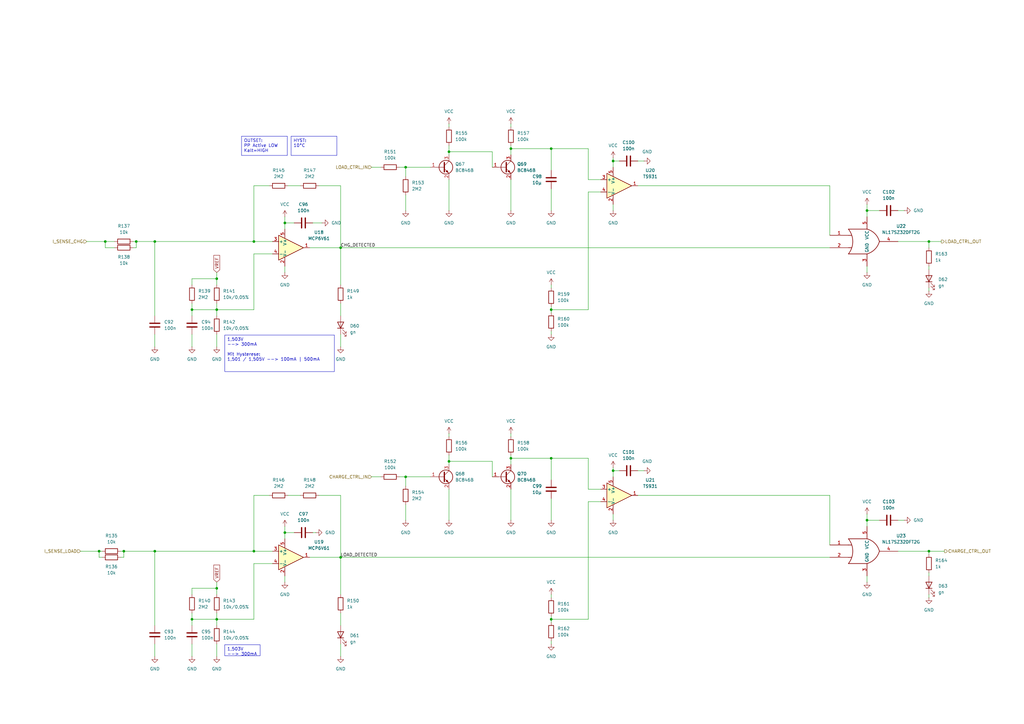
<source format=kicad_sch>
(kicad_sch
	(version 20250114)
	(generator "eeschema")
	(generator_version "9.0")
	(uuid "ae0b96a2-4831-417f-834b-5ffc35c52390")
	(paper "A3")
	(lib_symbols
		(symbol "74xGxx:74AHC1G32"
			(exclude_from_sim no)
			(in_bom yes)
			(on_board yes)
			(property "Reference" "U"
				(at -2.54 3.81 0)
				(effects
					(font
						(size 1.27 1.27)
					)
				)
			)
			(property "Value" "74AHC1G32"
				(at 0 -3.81 0)
				(effects
					(font
						(size 1.27 1.27)
					)
				)
			)
			(property "Footprint" ""
				(at 0 0 0)
				(effects
					(font
						(size 1.27 1.27)
					)
					(hide yes)
				)
			)
			(property "Datasheet" "http://www.ti.com/lit/sg/scyt129e/scyt129e.pdf"
				(at 0 0 0)
				(effects
					(font
						(size 1.27 1.27)
					)
					(hide yes)
				)
			)
			(property "Description" "Single OR Gate, Low-Voltage CMOS"
				(at 0 0 0)
				(effects
					(font
						(size 1.27 1.27)
					)
					(hide yes)
				)
			)
			(property "ki_keywords" "Single Gate OR LVC CMOS"
				(at 0 0 0)
				(effects
					(font
						(size 1.27 1.27)
					)
					(hide yes)
				)
			)
			(property "ki_fp_filters" "SOT* SG-*"
				(at 0 0 0)
				(effects
					(font
						(size 1.27 1.27)
					)
					(hide yes)
				)
			)
			(symbol "74AHC1G32_0_1"
				(arc
					(start -7.62 5.08)
					(mid -5.838 0)
					(end -7.62 -5.08)
					(stroke
						(width 0.254)
						(type default)
					)
					(fill
						(type none)
					)
				)
				(polyline
					(pts
						(xy -7.62 2.54) (xy -6.35 2.54)
					)
					(stroke
						(width 0.254)
						(type default)
					)
					(fill
						(type background)
					)
				)
				(polyline
					(pts
						(xy -7.62 -2.54) (xy -6.35 -2.54)
					)
					(stroke
						(width 0.254)
						(type default)
					)
					(fill
						(type background)
					)
				)
				(arc
					(start 5.08 0)
					(mid 3.202 -3.202)
					(end 0 -5.08)
					(stroke
						(width 0.254)
						(type default)
					)
					(fill
						(type none)
					)
				)
				(arc
					(start 0 5.08)
					(mid 3.2271 3.2271)
					(end 5.08 0)
					(stroke
						(width 0.254)
						(type default)
					)
					(fill
						(type none)
					)
				)
				(polyline
					(pts
						(xy 0 5.08) (xy -7.62 5.08)
					)
					(stroke
						(width 0.254)
						(type default)
					)
					(fill
						(type background)
					)
				)
				(polyline
					(pts
						(xy 0 -5.08) (xy -7.62 -5.08)
					)
					(stroke
						(width 0.254)
						(type default)
					)
					(fill
						(type background)
					)
				)
			)
			(symbol "74AHC1G32_1_1"
				(pin input line
					(at -15.24 2.54 0)
					(length 7.62)
					(name "~"
						(effects
							(font
								(size 1.27 1.27)
							)
						)
					)
					(number "1"
						(effects
							(font
								(size 1.27 1.27)
							)
						)
					)
				)
				(pin input line
					(at -15.24 -2.54 0)
					(length 7.62)
					(name "~"
						(effects
							(font
								(size 1.27 1.27)
							)
						)
					)
					(number "2"
						(effects
							(font
								(size 1.27 1.27)
							)
						)
					)
				)
				(pin power_in line
					(at 0 10.16 270)
					(length 5.08)
					(name "VCC"
						(effects
							(font
								(size 1.27 1.27)
							)
						)
					)
					(number "5"
						(effects
							(font
								(size 1.27 1.27)
							)
						)
					)
				)
				(pin power_in line
					(at 0 -10.16 90)
					(length 5.08)
					(name "GND"
						(effects
							(font
								(size 1.27 1.27)
							)
						)
					)
					(number "3"
						(effects
							(font
								(size 1.27 1.27)
							)
						)
					)
				)
				(pin output line
					(at 12.7 0 180)
					(length 7.62)
					(name "~"
						(effects
							(font
								(size 1.27 1.27)
							)
						)
					)
					(number "4"
						(effects
							(font
								(size 1.27 1.27)
							)
						)
					)
				)
			)
			(embedded_fonts no)
		)
		(symbol "Amplifier_Operational:MCP6001-OT"
			(pin_names
				(offset 0.127)
			)
			(exclude_from_sim no)
			(in_bom yes)
			(on_board yes)
			(property "Reference" "U"
				(at -1.27 6.35 0)
				(effects
					(font
						(size 1.27 1.27)
					)
					(justify left)
				)
			)
			(property "Value" "MCP6001-OT"
				(at -1.27 3.81 0)
				(effects
					(font
						(size 1.27 1.27)
					)
					(justify left)
				)
			)
			(property "Footprint" "Package_TO_SOT_SMD:SOT-23-5"
				(at -2.54 -5.08 0)
				(effects
					(font
						(size 1.27 1.27)
					)
					(justify left)
					(hide yes)
				)
			)
			(property "Datasheet" "https://ww1.microchip.com/downloads/en/DeviceDoc/MCP6001-1R-1U-2-4-1-MHz-Low-Power-Op-Amp-DS20001733L.pdf"
				(at 0 5.08 0)
				(effects
					(font
						(size 1.27 1.27)
					)
					(hide yes)
				)
			)
			(property "Description" "1MHz, Low-Power Op Amp, SOT-23-5"
				(at 0 0 0)
				(effects
					(font
						(size 1.27 1.27)
					)
					(hide yes)
				)
			)
			(property "ki_keywords" "single opamp"
				(at 0 0 0)
				(effects
					(font
						(size 1.27 1.27)
					)
					(hide yes)
				)
			)
			(property "ki_fp_filters" "SOT?23*"
				(at 0 0 0)
				(effects
					(font
						(size 1.27 1.27)
					)
					(hide yes)
				)
			)
			(symbol "MCP6001-OT_0_1"
				(polyline
					(pts
						(xy -5.08 5.08) (xy 5.08 0) (xy -5.08 -5.08) (xy -5.08 5.08)
					)
					(stroke
						(width 0.254)
						(type default)
					)
					(fill
						(type background)
					)
				)
				(pin power_in line
					(at -2.54 7.62 270)
					(length 3.81)
					(name "V+"
						(effects
							(font
								(size 1.27 1.27)
							)
						)
					)
					(number "5"
						(effects
							(font
								(size 1.27 1.27)
							)
						)
					)
				)
				(pin power_in line
					(at -2.54 -7.62 90)
					(length 3.81)
					(name "V-"
						(effects
							(font
								(size 1.27 1.27)
							)
						)
					)
					(number "2"
						(effects
							(font
								(size 1.27 1.27)
							)
						)
					)
				)
			)
			(symbol "MCP6001-OT_1_1"
				(pin input line
					(at -7.62 2.54 0)
					(length 2.54)
					(name "+"
						(effects
							(font
								(size 1.27 1.27)
							)
						)
					)
					(number "3"
						(effects
							(font
								(size 1.27 1.27)
							)
						)
					)
				)
				(pin input line
					(at -7.62 -2.54 0)
					(length 2.54)
					(name "-"
						(effects
							(font
								(size 1.27 1.27)
							)
						)
					)
					(number "4"
						(effects
							(font
								(size 1.27 1.27)
							)
						)
					)
				)
				(pin output line
					(at 7.62 0 180)
					(length 2.54)
					(name "~"
						(effects
							(font
								(size 1.27 1.27)
							)
						)
					)
					(number "1"
						(effects
							(font
								(size 1.27 1.27)
							)
						)
					)
				)
			)
			(embedded_fonts no)
		)
		(symbol "Amplifier_Operational:TLV9301xDBV"
			(pin_names
				(offset 0.127)
			)
			(exclude_from_sim no)
			(in_bom yes)
			(on_board yes)
			(property "Reference" "U"
				(at -1.27 6.35 0)
				(effects
					(font
						(size 1.27 1.27)
					)
					(justify left)
				)
			)
			(property "Value" "TLV9301xDBV"
				(at -1.27 3.81 0)
				(effects
					(font
						(size 1.27 1.27)
					)
					(justify left)
				)
			)
			(property "Footprint" "Package_TO_SOT_SMD:SOT-23-5"
				(at -2.54 -5.08 0)
				(effects
					(font
						(size 1.27 1.27)
					)
					(justify left)
					(hide yes)
				)
			)
			(property "Datasheet" "https://www.ti.com/lit/ds/symlink/tlv9301.pdf"
				(at 0 5.08 0)
				(effects
					(font
						(size 1.27 1.27)
					)
					(hide yes)
				)
			)
			(property "Description" "40-V, 1-MHz, RRO Operational Amplifiers for Cost-Sensitive Systems, SOT-23-5"
				(at 0 0 0)
				(effects
					(font
						(size 1.27 1.27)
					)
					(hide yes)
				)
			)
			(property "ki_keywords" "single opamp 40V rail to rail output"
				(at 0 0 0)
				(effects
					(font
						(size 1.27 1.27)
					)
					(hide yes)
				)
			)
			(property "ki_fp_filters" "SOT?23*"
				(at 0 0 0)
				(effects
					(font
						(size 1.27 1.27)
					)
					(hide yes)
				)
			)
			(symbol "TLV9301xDBV_0_1"
				(polyline
					(pts
						(xy -5.08 5.08) (xy 5.08 0) (xy -5.08 -5.08) (xy -5.08 5.08)
					)
					(stroke
						(width 0.254)
						(type default)
					)
					(fill
						(type background)
					)
				)
				(pin power_in line
					(at -2.54 7.62 270)
					(length 3.81)
					(name "V+"
						(effects
							(font
								(size 1.27 1.27)
							)
						)
					)
					(number "5"
						(effects
							(font
								(size 1.27 1.27)
							)
						)
					)
				)
				(pin power_in line
					(at -2.54 -7.62 90)
					(length 3.81)
					(name "V-"
						(effects
							(font
								(size 1.27 1.27)
							)
						)
					)
					(number "2"
						(effects
							(font
								(size 1.27 1.27)
							)
						)
					)
				)
			)
			(symbol "TLV9301xDBV_1_1"
				(pin input line
					(at -7.62 2.54 0)
					(length 2.54)
					(name "+"
						(effects
							(font
								(size 1.27 1.27)
							)
						)
					)
					(number "3"
						(effects
							(font
								(size 1.27 1.27)
							)
						)
					)
				)
				(pin input line
					(at -7.62 -2.54 0)
					(length 2.54)
					(name "-"
						(effects
							(font
								(size 1.27 1.27)
							)
						)
					)
					(number "4"
						(effects
							(font
								(size 1.27 1.27)
							)
						)
					)
				)
				(pin output line
					(at 7.62 0 180)
					(length 2.54)
					(name "~"
						(effects
							(font
								(size 1.27 1.27)
							)
						)
					)
					(number "1"
						(effects
							(font
								(size 1.27 1.27)
							)
						)
					)
				)
			)
			(embedded_fonts no)
		)
		(symbol "Device:C"
			(pin_numbers
				(hide yes)
			)
			(pin_names
				(offset 0.254)
			)
			(exclude_from_sim no)
			(in_bom yes)
			(on_board yes)
			(property "Reference" "C"
				(at 0.635 2.54 0)
				(effects
					(font
						(size 1.27 1.27)
					)
					(justify left)
				)
			)
			(property "Value" "C"
				(at 0.635 -2.54 0)
				(effects
					(font
						(size 1.27 1.27)
					)
					(justify left)
				)
			)
			(property "Footprint" ""
				(at 0.9652 -3.81 0)
				(effects
					(font
						(size 1.27 1.27)
					)
					(hide yes)
				)
			)
			(property "Datasheet" "~"
				(at 0 0 0)
				(effects
					(font
						(size 1.27 1.27)
					)
					(hide yes)
				)
			)
			(property "Description" "Unpolarized capacitor"
				(at 0 0 0)
				(effects
					(font
						(size 1.27 1.27)
					)
					(hide yes)
				)
			)
			(property "ki_keywords" "cap capacitor"
				(at 0 0 0)
				(effects
					(font
						(size 1.27 1.27)
					)
					(hide yes)
				)
			)
			(property "ki_fp_filters" "C_*"
				(at 0 0 0)
				(effects
					(font
						(size 1.27 1.27)
					)
					(hide yes)
				)
			)
			(symbol "C_0_1"
				(polyline
					(pts
						(xy -2.032 0.762) (xy 2.032 0.762)
					)
					(stroke
						(width 0.508)
						(type default)
					)
					(fill
						(type none)
					)
				)
				(polyline
					(pts
						(xy -2.032 -0.762) (xy 2.032 -0.762)
					)
					(stroke
						(width 0.508)
						(type default)
					)
					(fill
						(type none)
					)
				)
			)
			(symbol "C_1_1"
				(pin passive line
					(at 0 3.81 270)
					(length 2.794)
					(name "~"
						(effects
							(font
								(size 1.27 1.27)
							)
						)
					)
					(number "1"
						(effects
							(font
								(size 1.27 1.27)
							)
						)
					)
				)
				(pin passive line
					(at 0 -3.81 90)
					(length 2.794)
					(name "~"
						(effects
							(font
								(size 1.27 1.27)
							)
						)
					)
					(number "2"
						(effects
							(font
								(size 1.27 1.27)
							)
						)
					)
				)
			)
			(embedded_fonts no)
		)
		(symbol "Device:LED"
			(pin_numbers
				(hide yes)
			)
			(pin_names
				(offset 1.016)
				(hide yes)
			)
			(exclude_from_sim no)
			(in_bom yes)
			(on_board yes)
			(property "Reference" "D"
				(at 0 2.54 0)
				(effects
					(font
						(size 1.27 1.27)
					)
				)
			)
			(property "Value" "LED"
				(at 0 -2.54 0)
				(effects
					(font
						(size 1.27 1.27)
					)
				)
			)
			(property "Footprint" ""
				(at 0 0 0)
				(effects
					(font
						(size 1.27 1.27)
					)
					(hide yes)
				)
			)
			(property "Datasheet" "~"
				(at 0 0 0)
				(effects
					(font
						(size 1.27 1.27)
					)
					(hide yes)
				)
			)
			(property "Description" "Light emitting diode"
				(at 0 0 0)
				(effects
					(font
						(size 1.27 1.27)
					)
					(hide yes)
				)
			)
			(property "Sim.Pins" "1=K 2=A"
				(at 0 0 0)
				(effects
					(font
						(size 1.27 1.27)
					)
					(hide yes)
				)
			)
			(property "ki_keywords" "LED diode"
				(at 0 0 0)
				(effects
					(font
						(size 1.27 1.27)
					)
					(hide yes)
				)
			)
			(property "ki_fp_filters" "LED* LED_SMD:* LED_THT:*"
				(at 0 0 0)
				(effects
					(font
						(size 1.27 1.27)
					)
					(hide yes)
				)
			)
			(symbol "LED_0_1"
				(polyline
					(pts
						(xy -3.048 -0.762) (xy -4.572 -2.286) (xy -3.81 -2.286) (xy -4.572 -2.286) (xy -4.572 -1.524)
					)
					(stroke
						(width 0)
						(type default)
					)
					(fill
						(type none)
					)
				)
				(polyline
					(pts
						(xy -1.778 -0.762) (xy -3.302 -2.286) (xy -2.54 -2.286) (xy -3.302 -2.286) (xy -3.302 -1.524)
					)
					(stroke
						(width 0)
						(type default)
					)
					(fill
						(type none)
					)
				)
				(polyline
					(pts
						(xy -1.27 0) (xy 1.27 0)
					)
					(stroke
						(width 0)
						(type default)
					)
					(fill
						(type none)
					)
				)
				(polyline
					(pts
						(xy -1.27 -1.27) (xy -1.27 1.27)
					)
					(stroke
						(width 0.254)
						(type default)
					)
					(fill
						(type none)
					)
				)
				(polyline
					(pts
						(xy 1.27 -1.27) (xy 1.27 1.27) (xy -1.27 0) (xy 1.27 -1.27)
					)
					(stroke
						(width 0.254)
						(type default)
					)
					(fill
						(type none)
					)
				)
			)
			(symbol "LED_1_1"
				(pin passive line
					(at -3.81 0 0)
					(length 2.54)
					(name "K"
						(effects
							(font
								(size 1.27 1.27)
							)
						)
					)
					(number "1"
						(effects
							(font
								(size 1.27 1.27)
							)
						)
					)
				)
				(pin passive line
					(at 3.81 0 180)
					(length 2.54)
					(name "A"
						(effects
							(font
								(size 1.27 1.27)
							)
						)
					)
					(number "2"
						(effects
							(font
								(size 1.27 1.27)
							)
						)
					)
				)
			)
			(embedded_fonts no)
		)
		(symbol "Device:R"
			(pin_numbers
				(hide yes)
			)
			(pin_names
				(offset 0)
			)
			(exclude_from_sim no)
			(in_bom yes)
			(on_board yes)
			(property "Reference" "R"
				(at 2.032 0 90)
				(effects
					(font
						(size 1.27 1.27)
					)
				)
			)
			(property "Value" "R"
				(at 0 0 90)
				(effects
					(font
						(size 1.27 1.27)
					)
				)
			)
			(property "Footprint" ""
				(at -1.778 0 90)
				(effects
					(font
						(size 1.27 1.27)
					)
					(hide yes)
				)
			)
			(property "Datasheet" "~"
				(at 0 0 0)
				(effects
					(font
						(size 1.27 1.27)
					)
					(hide yes)
				)
			)
			(property "Description" "Resistor"
				(at 0 0 0)
				(effects
					(font
						(size 1.27 1.27)
					)
					(hide yes)
				)
			)
			(property "ki_keywords" "R res resistor"
				(at 0 0 0)
				(effects
					(font
						(size 1.27 1.27)
					)
					(hide yes)
				)
			)
			(property "ki_fp_filters" "R_*"
				(at 0 0 0)
				(effects
					(font
						(size 1.27 1.27)
					)
					(hide yes)
				)
			)
			(symbol "R_0_1"
				(rectangle
					(start -1.016 -2.54)
					(end 1.016 2.54)
					(stroke
						(width 0.254)
						(type default)
					)
					(fill
						(type none)
					)
				)
			)
			(symbol "R_1_1"
				(pin passive line
					(at 0 3.81 270)
					(length 1.27)
					(name "~"
						(effects
							(font
								(size 1.27 1.27)
							)
						)
					)
					(number "1"
						(effects
							(font
								(size 1.27 1.27)
							)
						)
					)
				)
				(pin passive line
					(at 0 -3.81 90)
					(length 1.27)
					(name "~"
						(effects
							(font
								(size 1.27 1.27)
							)
						)
					)
					(number "2"
						(effects
							(font
								(size 1.27 1.27)
							)
						)
					)
				)
			)
			(embedded_fonts no)
		)
		(symbol "Transistor_BJT:Q_NPN_BEC"
			(pin_names
				(offset 0)
				(hide yes)
			)
			(exclude_from_sim no)
			(in_bom yes)
			(on_board yes)
			(property "Reference" "Q"
				(at 5.08 1.27 0)
				(effects
					(font
						(size 1.27 1.27)
					)
					(justify left)
				)
			)
			(property "Value" "Q_NPN_BEC"
				(at 5.08 -1.27 0)
				(effects
					(font
						(size 1.27 1.27)
					)
					(justify left)
				)
			)
			(property "Footprint" ""
				(at 5.08 2.54 0)
				(effects
					(font
						(size 1.27 1.27)
					)
					(hide yes)
				)
			)
			(property "Datasheet" "~"
				(at 0 0 0)
				(effects
					(font
						(size 1.27 1.27)
					)
					(hide yes)
				)
			)
			(property "Description" "NPN transistor, base/emitter/collector"
				(at 0 0 0)
				(effects
					(font
						(size 1.27 1.27)
					)
					(hide yes)
				)
			)
			(property "ki_keywords" "BJT"
				(at 0 0 0)
				(effects
					(font
						(size 1.27 1.27)
					)
					(hide yes)
				)
			)
			(symbol "Q_NPN_BEC_0_1"
				(polyline
					(pts
						(xy -2.54 0) (xy 0.635 0)
					)
					(stroke
						(width 0)
						(type default)
					)
					(fill
						(type none)
					)
				)
				(polyline
					(pts
						(xy 0.635 1.905) (xy 0.635 -1.905)
					)
					(stroke
						(width 0.508)
						(type default)
					)
					(fill
						(type none)
					)
				)
				(circle
					(center 1.27 0)
					(radius 2.8194)
					(stroke
						(width 0.254)
						(type default)
					)
					(fill
						(type none)
					)
				)
			)
			(symbol "Q_NPN_BEC_1_1"
				(polyline
					(pts
						(xy 0.635 0.635) (xy 2.54 2.54)
					)
					(stroke
						(width 0)
						(type default)
					)
					(fill
						(type none)
					)
				)
				(polyline
					(pts
						(xy 0.635 -0.635) (xy 2.54 -2.54)
					)
					(stroke
						(width 0)
						(type default)
					)
					(fill
						(type none)
					)
				)
				(polyline
					(pts
						(xy 1.27 -1.778) (xy 1.778 -1.27) (xy 2.286 -2.286) (xy 1.27 -1.778)
					)
					(stroke
						(width 0)
						(type default)
					)
					(fill
						(type outline)
					)
				)
				(pin input line
					(at -5.08 0 0)
					(length 2.54)
					(name "B"
						(effects
							(font
								(size 1.27 1.27)
							)
						)
					)
					(number "1"
						(effects
							(font
								(size 1.27 1.27)
							)
						)
					)
				)
				(pin passive line
					(at 2.54 5.08 270)
					(length 2.54)
					(name "C"
						(effects
							(font
								(size 1.27 1.27)
							)
						)
					)
					(number "3"
						(effects
							(font
								(size 1.27 1.27)
							)
						)
					)
				)
				(pin passive line
					(at 2.54 -5.08 90)
					(length 2.54)
					(name "E"
						(effects
							(font
								(size 1.27 1.27)
							)
						)
					)
					(number "2"
						(effects
							(font
								(size 1.27 1.27)
							)
						)
					)
				)
			)
			(embedded_fonts no)
		)
		(symbol "power:GND"
			(power)
			(pin_numbers
				(hide yes)
			)
			(pin_names
				(offset 0)
				(hide yes)
			)
			(exclude_from_sim no)
			(in_bom yes)
			(on_board yes)
			(property "Reference" "#PWR"
				(at 0 -6.35 0)
				(effects
					(font
						(size 1.27 1.27)
					)
					(hide yes)
				)
			)
			(property "Value" "GND"
				(at 0 -3.81 0)
				(effects
					(font
						(size 1.27 1.27)
					)
				)
			)
			(property "Footprint" ""
				(at 0 0 0)
				(effects
					(font
						(size 1.27 1.27)
					)
					(hide yes)
				)
			)
			(property "Datasheet" ""
				(at 0 0 0)
				(effects
					(font
						(size 1.27 1.27)
					)
					(hide yes)
				)
			)
			(property "Description" "Power symbol creates a global label with name \"GND\" , ground"
				(at 0 0 0)
				(effects
					(font
						(size 1.27 1.27)
					)
					(hide yes)
				)
			)
			(property "ki_keywords" "global power"
				(at 0 0 0)
				(effects
					(font
						(size 1.27 1.27)
					)
					(hide yes)
				)
			)
			(symbol "GND_0_1"
				(polyline
					(pts
						(xy 0 0) (xy 0 -1.27) (xy 1.27 -1.27) (xy 0 -2.54) (xy -1.27 -1.27) (xy 0 -1.27)
					)
					(stroke
						(width 0)
						(type default)
					)
					(fill
						(type none)
					)
				)
			)
			(symbol "GND_1_1"
				(pin power_in line
					(at 0 0 270)
					(length 0)
					(name "~"
						(effects
							(font
								(size 1.27 1.27)
							)
						)
					)
					(number "1"
						(effects
							(font
								(size 1.27 1.27)
							)
						)
					)
				)
			)
			(embedded_fonts no)
		)
		(symbol "power:VCC"
			(power)
			(pin_numbers
				(hide yes)
			)
			(pin_names
				(offset 0)
				(hide yes)
			)
			(exclude_from_sim no)
			(in_bom yes)
			(on_board yes)
			(property "Reference" "#PWR"
				(at 0 -3.81 0)
				(effects
					(font
						(size 1.27 1.27)
					)
					(hide yes)
				)
			)
			(property "Value" "VCC"
				(at 0 3.556 0)
				(effects
					(font
						(size 1.27 1.27)
					)
				)
			)
			(property "Footprint" ""
				(at 0 0 0)
				(effects
					(font
						(size 1.27 1.27)
					)
					(hide yes)
				)
			)
			(property "Datasheet" ""
				(at 0 0 0)
				(effects
					(font
						(size 1.27 1.27)
					)
					(hide yes)
				)
			)
			(property "Description" "Power symbol creates a global label with name \"VCC\""
				(at 0 0 0)
				(effects
					(font
						(size 1.27 1.27)
					)
					(hide yes)
				)
			)
			(property "ki_keywords" "global power"
				(at 0 0 0)
				(effects
					(font
						(size 1.27 1.27)
					)
					(hide yes)
				)
			)
			(symbol "VCC_0_1"
				(polyline
					(pts
						(xy -0.762 1.27) (xy 0 2.54)
					)
					(stroke
						(width 0)
						(type default)
					)
					(fill
						(type none)
					)
				)
				(polyline
					(pts
						(xy 0 2.54) (xy 0.762 1.27)
					)
					(stroke
						(width 0)
						(type default)
					)
					(fill
						(type none)
					)
				)
				(polyline
					(pts
						(xy 0 0) (xy 0 2.54)
					)
					(stroke
						(width 0)
						(type default)
					)
					(fill
						(type none)
					)
				)
			)
			(symbol "VCC_1_1"
				(pin power_in line
					(at 0 0 90)
					(length 0)
					(name "~"
						(effects
							(font
								(size 1.27 1.27)
							)
						)
					)
					(number "1"
						(effects
							(font
								(size 1.27 1.27)
							)
						)
					)
				)
			)
			(embedded_fonts no)
		)
	)
	(text_box "OUTSET:\nPP Active LOW\nKalt=HIGH"
		(exclude_from_sim no)
		(at 99.06 55.88 0)
		(size 18.796 7.874)
		(margins 0.9525 0.9525 0.9525 0.9525)
		(stroke
			(width 0)
			(type default)
		)
		(fill
			(type none)
		)
		(effects
			(font
				(size 1.27 1.27)
			)
			(justify left top)
		)
		(uuid "23c0376c-20c5-4c21-a50d-c70cdc630faa")
	)
	(text_box "1,503V\n--> 300mA "
		(exclude_from_sim no)
		(at 92.202 264.414 0)
		(size 14.478 4.572)
		(margins 0.9525 0.9525 0.9525 0.9525)
		(stroke
			(width 0)
			(type default)
		)
		(fill
			(type none)
		)
		(effects
			(font
				(size 1.27 1.27)
			)
			(justify left top)
		)
		(uuid "40d17b50-3300-4ed2-b864-e10d0d3e4940")
	)
	(text_box "1,503V\n--> 300mA \n\nMit Hysterese:\n1,501 / 1,505V --> 100mA | 500mA"
		(exclude_from_sim no)
		(at 92.202 137.414 0)
		(size 44.958 14.986)
		(margins 0.9525 0.9525 0.9525 0.9525)
		(stroke
			(width 0)
			(type default)
		)
		(fill
			(type none)
		)
		(effects
			(font
				(size 1.27 1.27)
			)
			(justify left top)
		)
		(uuid "42d7c6c2-ea5c-4ba8-8f23-71f7f7ae87b0")
	)
	(text_box "HYST: \n10°C"
		(exclude_from_sim no)
		(at 119.38 55.88 0)
		(size 18.796 7.874)
		(margins 0.9525 0.9525 0.9525 0.9525)
		(stroke
			(width 0)
			(type default)
		)
		(fill
			(type none)
		)
		(effects
			(font
				(size 1.27 1.27)
			)
			(justify left top)
		)
		(uuid "5e7ffb97-80e2-4881-8764-e863b951be1b")
	)
	(junction
		(at 104.14 226.06)
		(diameter 0)
		(color 0 0 0 0)
		(uuid "1443f2fb-276d-4160-8cb5-42c4046c23e7")
	)
	(junction
		(at 381 99.06)
		(diameter 0)
		(color 0 0 0 0)
		(uuid "1abf1acd-c959-48e1-aa35-de82a5af04c8")
	)
	(junction
		(at 139.7 101.6)
		(diameter 0)
		(color 0 0 0 0)
		(uuid "1d376c80-4fbd-46d6-807a-85a7ed83df36")
	)
	(junction
		(at 63.5 226.06)
		(diameter 0)
		(color 0 0 0 0)
		(uuid "21f6ca15-61c2-49f7-b31b-be162d6ca8ba")
	)
	(junction
		(at 226.06 254)
		(diameter 0)
		(color 0 0 0 0)
		(uuid "28eeb6f8-b447-4679-96a6-72e030dc1eb8")
	)
	(junction
		(at 40.64 226.06)
		(diameter 0)
		(color 0 0 0 0)
		(uuid "2df122f2-6237-46c8-bf84-5be1e91717e6")
	)
	(junction
		(at 116.84 218.44)
		(diameter 0)
		(color 0 0 0 0)
		(uuid "37fde800-3f04-47a6-879e-cf26a6aacab5")
	)
	(junction
		(at 55.88 99.06)
		(diameter 0)
		(color 0 0 0 0)
		(uuid "46770d2d-a3d7-4687-8fbd-a80193657f00")
	)
	(junction
		(at 226.06 60.96)
		(diameter 0)
		(color 0 0 0 0)
		(uuid "56586eea-f4e8-4976-a58f-2e11029f8df3")
	)
	(junction
		(at 43.18 99.06)
		(diameter 0)
		(color 0 0 0 0)
		(uuid "5ded7af6-ec18-4c3a-b5af-71b4b0d82500")
	)
	(junction
		(at 381 226.06)
		(diameter 0)
		(color 0 0 0 0)
		(uuid "5ec85c3a-498f-4f12-a634-d96be0a714a4")
	)
	(junction
		(at 251.46 193.04)
		(diameter 0)
		(color 0 0 0 0)
		(uuid "629f7ab9-5230-4038-9efe-cf9b7ea0ce86")
	)
	(junction
		(at 88.9 254)
		(diameter 0)
		(color 0 0 0 0)
		(uuid "6a785adb-4784-43c1-9945-c0e24b9e60fe")
	)
	(junction
		(at 104.14 99.06)
		(diameter 0)
		(color 0 0 0 0)
		(uuid "7cc24e9b-6fe3-4b6a-9568-0db1c93a8ca9")
	)
	(junction
		(at 116.84 91.44)
		(diameter 0)
		(color 0 0 0 0)
		(uuid "7d40be78-b872-4a18-bc5c-9c1f9acb8804")
	)
	(junction
		(at 88.9 114.3)
		(diameter 0)
		(color 0 0 0 0)
		(uuid "8fecf762-75db-4001-9057-d55f17e43dc9")
	)
	(junction
		(at 88.9 241.3)
		(diameter 0)
		(color 0 0 0 0)
		(uuid "9eec9dae-9c2e-4be4-9a4c-1a18402c0a71")
	)
	(junction
		(at 78.74 127)
		(diameter 0)
		(color 0 0 0 0)
		(uuid "a8859905-a96b-4195-aa4b-aa0a4ca6ceab")
	)
	(junction
		(at 166.37 195.58)
		(diameter 0)
		(color 0 0 0 0)
		(uuid "b16f951f-bc22-41fc-b722-0725bf78cded")
	)
	(junction
		(at 166.37 68.58)
		(diameter 0)
		(color 0 0 0 0)
		(uuid "b36f7d83-9a1b-4853-bf8d-22334c4354a1")
	)
	(junction
		(at 63.5 99.06)
		(diameter 0)
		(color 0 0 0 0)
		(uuid "b3de9284-4c54-43b0-a5d5-97526ca9cd48")
	)
	(junction
		(at 355.6 213.36)
		(diameter 0)
		(color 0 0 0 0)
		(uuid "b7bbf467-f288-4c5c-a8bf-4b31eb74294a")
	)
	(junction
		(at 251.46 66.04)
		(diameter 0)
		(color 0 0 0 0)
		(uuid "bab15166-ee8d-4880-acef-d21db043bb58")
	)
	(junction
		(at 139.7 228.6)
		(diameter 0)
		(color 0 0 0 0)
		(uuid "bf2cff2c-d037-4505-a888-bc32c98c4605")
	)
	(junction
		(at 50.8 226.06)
		(diameter 0)
		(color 0 0 0 0)
		(uuid "c837934a-f6ee-4ad4-9a5f-26a525b0b31a")
	)
	(junction
		(at 355.6 86.36)
		(diameter 0)
		(color 0 0 0 0)
		(uuid "c9f6b5b5-1398-4135-b327-ae1ef2dc0de2")
	)
	(junction
		(at 78.74 254)
		(diameter 0)
		(color 0 0 0 0)
		(uuid "d2faf626-39f9-4a12-95ed-67e9f80897da")
	)
	(junction
		(at 226.06 127)
		(diameter 0)
		(color 0 0 0 0)
		(uuid "dbc21cdc-e4e4-4efa-9d18-b19500bafc17")
	)
	(junction
		(at 184.15 62.23)
		(diameter 0)
		(color 0 0 0 0)
		(uuid "e337c27f-72ef-4d5f-8f95-87488c482464")
	)
	(junction
		(at 226.06 187.96)
		(diameter 0)
		(color 0 0 0 0)
		(uuid "ebd2c900-f3fc-435b-bbe8-e16f20d9dbb4")
	)
	(junction
		(at 209.55 60.96)
		(diameter 0)
		(color 0 0 0 0)
		(uuid "eece6246-b557-4c5c-bdb9-f71705a86c63")
	)
	(junction
		(at 184.15 189.23)
		(diameter 0)
		(color 0 0 0 0)
		(uuid "f727216d-135f-447d-a0dd-2e56c442bec1")
	)
	(junction
		(at 88.9 127)
		(diameter 0)
		(color 0 0 0 0)
		(uuid "f91bf71f-d4fb-45d5-8005-4d52b749056f")
	)
	(junction
		(at 209.55 187.96)
		(diameter 0)
		(color 0 0 0 0)
		(uuid "f924d590-acb7-49c8-911b-3fa975aa0a9f")
	)
	(wire
		(pts
			(xy 209.55 187.96) (xy 226.06 187.96)
		)
		(stroke
			(width 0)
			(type default)
		)
		(uuid "028f9144-f8a7-4e68-8f84-0330e5c5cce4")
	)
	(wire
		(pts
			(xy 49.53 226.06) (xy 50.8 226.06)
		)
		(stroke
			(width 0)
			(type default)
		)
		(uuid "033a39db-2970-4864-8a82-0cbd56d44a41")
	)
	(wire
		(pts
			(xy 226.06 127) (xy 241.3 127)
		)
		(stroke
			(width 0)
			(type default)
		)
		(uuid "0587bbfc-29e8-449e-8313-d1387c6c6aab")
	)
	(wire
		(pts
			(xy 184.15 189.23) (xy 184.15 190.5)
		)
		(stroke
			(width 0)
			(type default)
		)
		(uuid "06e3fb12-93ff-46ba-bfe8-919209e7affc")
	)
	(wire
		(pts
			(xy 176.53 68.58) (xy 166.37 68.58)
		)
		(stroke
			(width 0)
			(type default)
		)
		(uuid "08d2b74d-59bf-47c7-b32b-50096cb07289")
	)
	(wire
		(pts
			(xy 55.88 99.06) (xy 63.5 99.06)
		)
		(stroke
			(width 0)
			(type default)
		)
		(uuid "098f26a0-a3bf-46b8-bc18-56800eb15330")
	)
	(wire
		(pts
			(xy 184.15 73.66) (xy 184.15 86.36)
		)
		(stroke
			(width 0)
			(type default)
		)
		(uuid "0a2e090f-c726-4da6-be9d-8e4e7c01ae47")
	)
	(wire
		(pts
			(xy 209.55 177.8) (xy 209.55 179.07)
		)
		(stroke
			(width 0)
			(type default)
		)
		(uuid "0b2ad358-8fb2-4905-b19b-6c7fa3b10087")
	)
	(wire
		(pts
			(xy 163.83 195.58) (xy 166.37 195.58)
		)
		(stroke
			(width 0)
			(type default)
		)
		(uuid "0daa941e-c358-4205-9388-d38a74ef9ae6")
	)
	(wire
		(pts
			(xy 54.61 99.06) (xy 55.88 99.06)
		)
		(stroke
			(width 0)
			(type default)
		)
		(uuid "0e4882ae-73f5-4985-a265-a6ba9b7acd42")
	)
	(wire
		(pts
			(xy 368.3 86.36) (xy 370.84 86.36)
		)
		(stroke
			(width 0)
			(type default)
		)
		(uuid "110ac005-641d-4682-b858-84fdb317c8d7")
	)
	(wire
		(pts
			(xy 226.06 196.85) (xy 226.06 187.96)
		)
		(stroke
			(width 0)
			(type default)
		)
		(uuid "1283d4a2-8b0a-4f02-bc60-8aa8423697b3")
	)
	(wire
		(pts
			(xy 43.18 99.06) (xy 46.99 99.06)
		)
		(stroke
			(width 0)
			(type default)
		)
		(uuid "17f9cf23-092a-4c47-916a-2f69770aca0c")
	)
	(wire
		(pts
			(xy 104.14 254) (xy 104.14 231.14)
		)
		(stroke
			(width 0)
			(type default)
		)
		(uuid "19ea89c1-a34e-42ea-bf33-51f68800e5d5")
	)
	(wire
		(pts
			(xy 241.3 187.96) (xy 241.3 200.66)
		)
		(stroke
			(width 0)
			(type default)
		)
		(uuid "1ac238a3-70a4-4283-a3eb-efa74316e3b2")
	)
	(wire
		(pts
			(xy 116.84 220.98) (xy 116.84 218.44)
		)
		(stroke
			(width 0)
			(type default)
		)
		(uuid "1dbd5dab-5b28-4b9e-936d-9730d6b2612d")
	)
	(wire
		(pts
			(xy 35.56 99.06) (xy 43.18 99.06)
		)
		(stroke
			(width 0)
			(type default)
		)
		(uuid "1de5659d-10fd-42c4-bda4-8803721b2e9e")
	)
	(wire
		(pts
			(xy 128.27 91.44) (xy 132.08 91.44)
		)
		(stroke
			(width 0)
			(type default)
		)
		(uuid "1dfb27d2-e10e-449a-beff-7e9c1e8b68ea")
	)
	(wire
		(pts
			(xy 88.9 114.3) (xy 88.9 116.84)
		)
		(stroke
			(width 0)
			(type default)
		)
		(uuid "1ea0d333-8388-4619-ad08-ab1ca2f039c0")
	)
	(wire
		(pts
			(xy 139.7 264.16) (xy 139.7 269.24)
		)
		(stroke
			(width 0)
			(type default)
		)
		(uuid "1f619fe2-4903-44c2-bf2c-e406a980caa6")
	)
	(wire
		(pts
			(xy 261.62 203.2) (xy 340.36 203.2)
		)
		(stroke
			(width 0)
			(type default)
		)
		(uuid "1fefb5a2-0fbf-421c-82e5-62d356c8d613")
	)
	(wire
		(pts
			(xy 261.62 66.04) (xy 264.16 66.04)
		)
		(stroke
			(width 0)
			(type default)
		)
		(uuid "215d3f9f-b743-48dd-ac8f-4133a8e73578")
	)
	(wire
		(pts
			(xy 355.6 215.9) (xy 355.6 213.36)
		)
		(stroke
			(width 0)
			(type default)
		)
		(uuid "2265bfc2-c3fd-4813-90a9-6df1a69b6393")
	)
	(wire
		(pts
			(xy 118.11 203.2) (xy 123.19 203.2)
		)
		(stroke
			(width 0)
			(type default)
		)
		(uuid "228ab80c-6b6d-4775-9435-535a62a3b118")
	)
	(wire
		(pts
			(xy 209.55 186.69) (xy 209.55 187.96)
		)
		(stroke
			(width 0)
			(type default)
		)
		(uuid "23542c33-cc3e-4ee0-86b8-00820c12bac8")
	)
	(wire
		(pts
			(xy 163.83 68.58) (xy 166.37 68.58)
		)
		(stroke
			(width 0)
			(type default)
		)
		(uuid "23dc4c89-c2b1-4765-a5fd-45152f436b4f")
	)
	(wire
		(pts
			(xy 50.8 228.6) (xy 50.8 226.06)
		)
		(stroke
			(width 0)
			(type default)
		)
		(uuid "2608d304-4e71-454f-8e4e-c796fc6ce861")
	)
	(wire
		(pts
			(xy 201.93 62.23) (xy 201.93 68.58)
		)
		(stroke
			(width 0)
			(type default)
		)
		(uuid "2c245386-7525-43d8-ab4f-246e72e35ef2")
	)
	(wire
		(pts
			(xy 139.7 203.2) (xy 139.7 228.6)
		)
		(stroke
			(width 0)
			(type default)
		)
		(uuid "2ff7426f-5dec-4ad6-85b7-002dcb2d9264")
	)
	(wire
		(pts
			(xy 139.7 228.6) (xy 340.36 228.6)
		)
		(stroke
			(width 0)
			(type default)
		)
		(uuid "33fa46bd-b2a9-492c-8d98-05e755764798")
	)
	(wire
		(pts
			(xy 120.65 218.44) (xy 116.84 218.44)
		)
		(stroke
			(width 0)
			(type default)
		)
		(uuid "35861de3-c069-4915-8c29-bf0d873c42ca")
	)
	(wire
		(pts
			(xy 381 243.84) (xy 381 245.11)
		)
		(stroke
			(width 0)
			(type default)
		)
		(uuid "3754a9ab-e8b6-4297-b9dd-66bb7ecd9ae4")
	)
	(wire
		(pts
			(xy 104.14 104.14) (xy 111.76 104.14)
		)
		(stroke
			(width 0)
			(type default)
		)
		(uuid "38b6cecd-3232-4b90-8dca-e10aaa32a8d4")
	)
	(wire
		(pts
			(xy 355.6 88.9) (xy 355.6 86.36)
		)
		(stroke
			(width 0)
			(type default)
		)
		(uuid "3b54f5e0-33dd-413c-a797-7f6ee8a84f55")
	)
	(wire
		(pts
			(xy 226.06 243.84) (xy 226.06 245.11)
		)
		(stroke
			(width 0)
			(type default)
		)
		(uuid "3b611b67-10f2-408b-aa63-6d914daf899a")
	)
	(wire
		(pts
			(xy 130.81 76.2) (xy 139.7 76.2)
		)
		(stroke
			(width 0)
			(type default)
		)
		(uuid "3c1b4671-4ed0-4184-8a1d-90fc90c0d3b4")
	)
	(wire
		(pts
			(xy 381 99.06) (xy 381 101.6)
		)
		(stroke
			(width 0)
			(type default)
		)
		(uuid "3c4fbf27-8e4f-4d76-93ea-990dcdcce9eb")
	)
	(wire
		(pts
			(xy 88.9 241.3) (xy 88.9 243.84)
		)
		(stroke
			(width 0)
			(type default)
		)
		(uuid "3c797d75-71f0-4239-8c1c-d3096c5d0c87")
	)
	(wire
		(pts
			(xy 139.7 101.6) (xy 127 101.6)
		)
		(stroke
			(width 0)
			(type default)
		)
		(uuid "428c8b77-0bc7-46c0-a58e-e7d31e51d192")
	)
	(wire
		(pts
			(xy 139.7 137.16) (xy 139.7 142.24)
		)
		(stroke
			(width 0)
			(type default)
		)
		(uuid "457901bc-9471-4a5b-b04c-c25ee767118c")
	)
	(wire
		(pts
			(xy 88.9 127) (xy 104.14 127)
		)
		(stroke
			(width 0)
			(type default)
		)
		(uuid "47d57da5-44dd-41e0-897b-a4dc91698354")
	)
	(wire
		(pts
			(xy 63.5 226.06) (xy 104.14 226.06)
		)
		(stroke
			(width 0)
			(type default)
		)
		(uuid "47f8e843-03ef-46b7-aa5f-705661710a97")
	)
	(wire
		(pts
			(xy 116.84 111.76) (xy 116.84 109.22)
		)
		(stroke
			(width 0)
			(type default)
		)
		(uuid "4a257fb9-9401-49c2-9adc-4bbb54eaeef7")
	)
	(wire
		(pts
			(xy 120.65 91.44) (xy 116.84 91.44)
		)
		(stroke
			(width 0)
			(type default)
		)
		(uuid "4d92c2be-64dc-4af5-bb37-b337ac38de24")
	)
	(wire
		(pts
			(xy 41.91 228.6) (xy 40.64 228.6)
		)
		(stroke
			(width 0)
			(type default)
		)
		(uuid "4df785b4-f11e-45e9-8fbe-3feb5f677445")
	)
	(wire
		(pts
			(xy 78.74 251.46) (xy 78.74 254)
		)
		(stroke
			(width 0)
			(type default)
		)
		(uuid "4e6cd83c-f1ba-4df2-b4bb-36fc5f6b7cd5")
	)
	(wire
		(pts
			(xy 251.46 66.04) (xy 251.46 68.58)
		)
		(stroke
			(width 0)
			(type default)
		)
		(uuid "52c1d495-1b43-4890-9018-70031bc1aad7")
	)
	(wire
		(pts
			(xy 78.74 254) (xy 78.74 256.54)
		)
		(stroke
			(width 0)
			(type default)
		)
		(uuid "52e207bd-8c7d-4676-ba1c-d801556b4313")
	)
	(wire
		(pts
			(xy 241.3 205.74) (xy 241.3 254)
		)
		(stroke
			(width 0)
			(type default)
		)
		(uuid "54ad88e2-6fed-44ea-8c04-0dd975a67176")
	)
	(wire
		(pts
			(xy 49.53 228.6) (xy 50.8 228.6)
		)
		(stroke
			(width 0)
			(type default)
		)
		(uuid "55848b1c-1681-4791-a46f-ba9c82c537d0")
	)
	(wire
		(pts
			(xy 33.02 226.06) (xy 40.64 226.06)
		)
		(stroke
			(width 0)
			(type default)
		)
		(uuid "55b95d90-ed94-4bc6-b00a-1617e99fa407")
	)
	(wire
		(pts
			(xy 368.3 226.06) (xy 381 226.06)
		)
		(stroke
			(width 0)
			(type default)
		)
		(uuid "55c9b8b5-e4d8-47f7-8600-ba3ffcde17ad")
	)
	(wire
		(pts
			(xy 139.7 228.6) (xy 127 228.6)
		)
		(stroke
			(width 0)
			(type default)
		)
		(uuid "55e0af07-6fa4-411e-ae3a-0ed68ff22282")
	)
	(wire
		(pts
			(xy 54.61 101.6) (xy 55.88 101.6)
		)
		(stroke
			(width 0)
			(type default)
		)
		(uuid "5bdc6b84-fb7f-4454-affe-8c0286aaedb5")
	)
	(wire
		(pts
			(xy 261.62 76.2) (xy 340.36 76.2)
		)
		(stroke
			(width 0)
			(type default)
		)
		(uuid "605d7d53-6c7a-467c-92ed-f450c64e90a1")
	)
	(wire
		(pts
			(xy 209.55 60.96) (xy 226.06 60.96)
		)
		(stroke
			(width 0)
			(type default)
		)
		(uuid "60bcea5f-5d54-4a02-b017-7ea1c4fabb05")
	)
	(wire
		(pts
			(xy 139.7 76.2) (xy 139.7 101.6)
		)
		(stroke
			(width 0)
			(type default)
		)
		(uuid "61790986-342c-497d-9ae4-a0dbe940819e")
	)
	(wire
		(pts
			(xy 226.06 135.89) (xy 226.06 137.16)
		)
		(stroke
			(width 0)
			(type default)
		)
		(uuid "62272906-9af5-4b6e-9d3d-10c1e3c99c0d")
	)
	(wire
		(pts
			(xy 88.9 129.54) (xy 88.9 127)
		)
		(stroke
			(width 0)
			(type default)
		)
		(uuid "62cd92ce-2ae4-4ba5-8114-37facf4e7ab5")
	)
	(wire
		(pts
			(xy 261.62 193.04) (xy 264.16 193.04)
		)
		(stroke
			(width 0)
			(type default)
		)
		(uuid "63168197-983a-4bf4-ada6-6bef232bd34b")
	)
	(wire
		(pts
			(xy 251.46 193.04) (xy 254 193.04)
		)
		(stroke
			(width 0)
			(type default)
		)
		(uuid "64009ee0-4602-42c3-a6eb-c4d55c1cd412")
	)
	(wire
		(pts
			(xy 63.5 99.06) (xy 104.14 99.06)
		)
		(stroke
			(width 0)
			(type default)
		)
		(uuid "6503532e-c1db-4ffa-a31d-7907354cae38")
	)
	(wire
		(pts
			(xy 104.14 99.06) (xy 111.76 99.06)
		)
		(stroke
			(width 0)
			(type default)
		)
		(uuid "6c75dbe0-46f4-43dd-aa57-08a4d51cf200")
	)
	(wire
		(pts
			(xy 78.74 241.3) (xy 88.9 241.3)
		)
		(stroke
			(width 0)
			(type default)
		)
		(uuid "6ce24a1d-ecdb-43c2-87ce-794bbf116818")
	)
	(wire
		(pts
			(xy 251.46 83.82) (xy 251.46 86.36)
		)
		(stroke
			(width 0)
			(type default)
		)
		(uuid "6cf91a71-a610-447d-9221-d095f7cd231f")
	)
	(wire
		(pts
			(xy 78.74 114.3) (xy 88.9 114.3)
		)
		(stroke
			(width 0)
			(type default)
		)
		(uuid "6e15bed4-decc-4a7a-8478-646bb5bd38ca")
	)
	(wire
		(pts
			(xy 55.88 101.6) (xy 55.88 99.06)
		)
		(stroke
			(width 0)
			(type default)
		)
		(uuid "6e7384f6-eea5-4457-bcf2-9e5595e2baef")
	)
	(wire
		(pts
			(xy 251.46 193.04) (xy 251.46 195.58)
		)
		(stroke
			(width 0)
			(type default)
		)
		(uuid "6fc9b7d9-27fd-428c-ad71-193e3a3e90d6")
	)
	(wire
		(pts
			(xy 355.6 213.36) (xy 355.6 210.82)
		)
		(stroke
			(width 0)
			(type default)
		)
		(uuid "70aef669-560b-4d5d-99a4-7c2cd5d33a22")
	)
	(wire
		(pts
			(xy 226.06 116.84) (xy 226.06 118.11)
		)
		(stroke
			(width 0)
			(type default)
		)
		(uuid "74393d24-c2fc-4912-b674-f8643a8a81b6")
	)
	(wire
		(pts
			(xy 116.84 238.76) (xy 116.84 236.22)
		)
		(stroke
			(width 0)
			(type default)
		)
		(uuid "74911077-23eb-4044-a81e-779b58937239")
	)
	(wire
		(pts
			(xy 184.15 59.69) (xy 184.15 62.23)
		)
		(stroke
			(width 0)
			(type default)
		)
		(uuid "76253f97-9905-42ac-8c36-b4a7eee6ec5a")
	)
	(wire
		(pts
			(xy 110.49 76.2) (xy 104.14 76.2)
		)
		(stroke
			(width 0)
			(type default)
		)
		(uuid "783031f2-803e-42e2-96d7-69dc8d5a3ec6")
	)
	(wire
		(pts
			(xy 251.46 210.82) (xy 251.46 213.36)
		)
		(stroke
			(width 0)
			(type default)
		)
		(uuid "7a75324c-8bb3-49a7-ac8b-02ee4d0ae6a0")
	)
	(wire
		(pts
			(xy 43.18 101.6) (xy 43.18 99.06)
		)
		(stroke
			(width 0)
			(type default)
		)
		(uuid "7aa1318e-5cfa-4e02-976d-3459647029bc")
	)
	(wire
		(pts
			(xy 241.3 205.74) (xy 246.38 205.74)
		)
		(stroke
			(width 0)
			(type default)
		)
		(uuid "7afde1b9-2ffc-4d89-8aed-2a0d44fa2c41")
	)
	(wire
		(pts
			(xy 88.9 142.24) (xy 88.9 137.16)
		)
		(stroke
			(width 0)
			(type default)
		)
		(uuid "7b2a1877-ce14-4654-bd76-1a9cf03e2b90")
	)
	(wire
		(pts
			(xy 209.55 200.66) (xy 209.55 213.36)
		)
		(stroke
			(width 0)
			(type default)
		)
		(uuid "7baf66a6-7ddd-417c-92a4-1f19186b8743")
	)
	(wire
		(pts
			(xy 209.55 59.69) (xy 209.55 60.96)
		)
		(stroke
			(width 0)
			(type default)
		)
		(uuid "7c72d72f-38d1-45a5-8361-f444da01c302")
	)
	(wire
		(pts
			(xy 139.7 129.54) (xy 139.7 124.46)
		)
		(stroke
			(width 0)
			(type default)
		)
		(uuid "7dfdfd52-e423-451a-aaf9-404ab563bd89")
	)
	(wire
		(pts
			(xy 46.99 101.6) (xy 43.18 101.6)
		)
		(stroke
			(width 0)
			(type default)
		)
		(uuid "7f79c401-b836-4b38-bf9a-e21ae6240981")
	)
	(wire
		(pts
			(xy 241.3 60.96) (xy 241.3 73.66)
		)
		(stroke
			(width 0)
			(type default)
		)
		(uuid "816a1d29-8381-4926-bf23-364d7fe915c6")
	)
	(wire
		(pts
			(xy 251.46 191.77) (xy 251.46 193.04)
		)
		(stroke
			(width 0)
			(type default)
		)
		(uuid "833d7749-5dbb-4bf6-847d-4f393e3af0cf")
	)
	(wire
		(pts
			(xy 116.84 91.44) (xy 116.84 88.9)
		)
		(stroke
			(width 0)
			(type default)
		)
		(uuid "835900b2-33fc-4065-8851-9e16f94a6fe2")
	)
	(wire
		(pts
			(xy 88.9 254) (xy 88.9 251.46)
		)
		(stroke
			(width 0)
			(type default)
		)
		(uuid "839375c8-b138-486e-9c40-401d25867c09")
	)
	(wire
		(pts
			(xy 88.9 127) (xy 88.9 124.46)
		)
		(stroke
			(width 0)
			(type default)
		)
		(uuid "83d4fda5-7684-4980-9bb2-a0c048566e17")
	)
	(wire
		(pts
			(xy 78.74 243.84) (xy 78.74 241.3)
		)
		(stroke
			(width 0)
			(type default)
		)
		(uuid "853e4f03-7196-4750-a817-37f3f624576d")
	)
	(wire
		(pts
			(xy 104.14 231.14) (xy 111.76 231.14)
		)
		(stroke
			(width 0)
			(type default)
		)
		(uuid "89afca63-863e-4b3b-93a2-0a4b2185a669")
	)
	(wire
		(pts
			(xy 139.7 116.84) (xy 139.7 101.6)
		)
		(stroke
			(width 0)
			(type default)
		)
		(uuid "8a53d80a-6bed-4a82-9bee-39638426b325")
	)
	(wire
		(pts
			(xy 152.4 68.58) (xy 156.21 68.58)
		)
		(stroke
			(width 0)
			(type default)
		)
		(uuid "8a88365b-b433-4361-a388-833374bf653e")
	)
	(wire
		(pts
			(xy 209.55 187.96) (xy 209.55 190.5)
		)
		(stroke
			(width 0)
			(type default)
		)
		(uuid "8b981866-cf5d-49f3-8c22-35bfb9a7d7fc")
	)
	(wire
		(pts
			(xy 110.49 203.2) (xy 104.14 203.2)
		)
		(stroke
			(width 0)
			(type default)
		)
		(uuid "8f36b862-e975-4c33-8e0b-2c7b5835c89f")
	)
	(wire
		(pts
			(xy 251.46 66.04) (xy 254 66.04)
		)
		(stroke
			(width 0)
			(type default)
		)
		(uuid "8f9affae-a4e3-49e1-8559-14df7c5692d0")
	)
	(wire
		(pts
			(xy 176.53 195.58) (xy 166.37 195.58)
		)
		(stroke
			(width 0)
			(type default)
		)
		(uuid "91dad071-234d-4e33-85d6-9a184485337e")
	)
	(wire
		(pts
			(xy 78.74 127) (xy 88.9 127)
		)
		(stroke
			(width 0)
			(type default)
		)
		(uuid "926c3cdf-3a92-4b26-9258-1352b10085e1")
	)
	(wire
		(pts
			(xy 88.9 238.76) (xy 88.9 241.3)
		)
		(stroke
			(width 0)
			(type default)
		)
		(uuid "92dc6c25-c684-4625-9271-cdb2a0d96529")
	)
	(wire
		(pts
			(xy 226.06 252.73) (xy 226.06 254)
		)
		(stroke
			(width 0)
			(type default)
		)
		(uuid "94105a6b-fb5d-4e9e-9f23-d5362a154ddf")
	)
	(wire
		(pts
			(xy 166.37 80.01) (xy 166.37 86.36)
		)
		(stroke
			(width 0)
			(type default)
		)
		(uuid "94755331-4870-4665-9498-0e1c0ef9bad6")
	)
	(wire
		(pts
			(xy 241.3 200.66) (xy 246.38 200.66)
		)
		(stroke
			(width 0)
			(type default)
		)
		(uuid "95cd89d7-2003-46a2-a9b4-de3fe6f5698b")
	)
	(wire
		(pts
			(xy 63.5 99.06) (xy 63.5 129.54)
		)
		(stroke
			(width 0)
			(type default)
		)
		(uuid "983eb1ed-55d0-40b7-8446-43be1a012016")
	)
	(wire
		(pts
			(xy 381 226.06) (xy 387.35 226.06)
		)
		(stroke
			(width 0)
			(type default)
		)
		(uuid "9a01ca9d-0612-40bb-b532-d94401f24ec1")
	)
	(wire
		(pts
			(xy 40.64 226.06) (xy 41.91 226.06)
		)
		(stroke
			(width 0)
			(type default)
		)
		(uuid "9d0044aa-6f76-48d7-9492-c892a49e43ba")
	)
	(wire
		(pts
			(xy 40.64 228.6) (xy 40.64 226.06)
		)
		(stroke
			(width 0)
			(type default)
		)
		(uuid "9f090e51-cfa3-49c9-ab8f-22a9a287bb51")
	)
	(wire
		(pts
			(xy 116.84 93.98) (xy 116.84 91.44)
		)
		(stroke
			(width 0)
			(type default)
		)
		(uuid "9f5c7051-dd2a-4264-b1a2-a65de21afbcc")
	)
	(wire
		(pts
			(xy 355.6 238.76) (xy 355.6 236.22)
		)
		(stroke
			(width 0)
			(type default)
		)
		(uuid "a0cb055a-c5c2-40d7-83f2-0f89d324e77d")
	)
	(wire
		(pts
			(xy 78.74 124.46) (xy 78.74 127)
		)
		(stroke
			(width 0)
			(type default)
		)
		(uuid "a18ada25-93eb-407c-a8dc-65778217e866")
	)
	(wire
		(pts
			(xy 226.06 86.36) (xy 226.06 77.47)
		)
		(stroke
			(width 0)
			(type default)
		)
		(uuid "a29e5515-7cfc-4116-9267-5fc2e94a1ae0")
	)
	(wire
		(pts
			(xy 184.15 189.23) (xy 201.93 189.23)
		)
		(stroke
			(width 0)
			(type default)
		)
		(uuid "a35f021e-fda9-4e7b-a7d5-2a4ebe888499")
	)
	(wire
		(pts
			(xy 226.06 254) (xy 226.06 255.27)
		)
		(stroke
			(width 0)
			(type default)
		)
		(uuid "a4dc0b15-f491-43ee-8bb2-67f183de1e16")
	)
	(wire
		(pts
			(xy 381 110.49) (xy 381 109.22)
		)
		(stroke
			(width 0)
			(type default)
		)
		(uuid "a990da7a-3310-4786-9fe6-07fbfc816783")
	)
	(wire
		(pts
			(xy 184.15 177.8) (xy 184.15 179.07)
		)
		(stroke
			(width 0)
			(type default)
		)
		(uuid "aa01a528-f922-4cc1-b148-e3fd66045090")
	)
	(wire
		(pts
			(xy 166.37 195.58) (xy 166.37 199.39)
		)
		(stroke
			(width 0)
			(type default)
		)
		(uuid "ab2e4e84-655c-4db2-80ea-7157d7e469f0")
	)
	(wire
		(pts
			(xy 104.14 203.2) (xy 104.14 226.06)
		)
		(stroke
			(width 0)
			(type default)
		)
		(uuid "abd27e4e-a4ed-4012-84c9-40e64f6c8ae5")
	)
	(wire
		(pts
			(xy 78.74 254) (xy 88.9 254)
		)
		(stroke
			(width 0)
			(type default)
		)
		(uuid "abf0536c-61b2-41c6-bf9a-3c8a8280c2c3")
	)
	(wire
		(pts
			(xy 88.9 269.24) (xy 88.9 264.16)
		)
		(stroke
			(width 0)
			(type default)
		)
		(uuid "ac2aba8b-e7a8-4799-bd48-f04a12f1b009")
	)
	(wire
		(pts
			(xy 139.7 256.54) (xy 139.7 251.46)
		)
		(stroke
			(width 0)
			(type default)
		)
		(uuid "ae56cab4-9207-45b0-8634-5b1baa79aee1")
	)
	(wire
		(pts
			(xy 381 118.11) (xy 381 119.38)
		)
		(stroke
			(width 0)
			(type default)
		)
		(uuid "afbc4c05-c0e1-40eb-98de-26915d4281c2")
	)
	(wire
		(pts
			(xy 63.5 264.16) (xy 63.5 269.24)
		)
		(stroke
			(width 0)
			(type default)
		)
		(uuid "afbcfb08-219b-4936-9f12-33f5fd9110f1")
	)
	(wire
		(pts
			(xy 152.4 195.58) (xy 156.21 195.58)
		)
		(stroke
			(width 0)
			(type default)
		)
		(uuid "b2478306-f763-401d-91b3-a9a920cd3806")
	)
	(wire
		(pts
			(xy 360.68 86.36) (xy 355.6 86.36)
		)
		(stroke
			(width 0)
			(type default)
		)
		(uuid "b3ee30f8-8362-4b97-b82b-31cb9a29c539")
	)
	(wire
		(pts
			(xy 78.74 142.24) (xy 78.74 137.16)
		)
		(stroke
			(width 0)
			(type default)
		)
		(uuid "b9fc5fb5-9d48-4e4d-aecd-b28386aebf46")
	)
	(wire
		(pts
			(xy 104.14 76.2) (xy 104.14 99.06)
		)
		(stroke
			(width 0)
			(type default)
		)
		(uuid "baee4044-ba0a-42f1-bd3e-ecf6268bb6c5")
	)
	(wire
		(pts
			(xy 78.74 116.84) (xy 78.74 114.3)
		)
		(stroke
			(width 0)
			(type default)
		)
		(uuid "bb675904-070a-44fa-86ff-6f507d0bfe96")
	)
	(wire
		(pts
			(xy 226.06 213.36) (xy 226.06 204.47)
		)
		(stroke
			(width 0)
			(type default)
		)
		(uuid "bd76547d-d4be-47ce-80e2-248bfb822acb")
	)
	(wire
		(pts
			(xy 241.3 73.66) (xy 246.38 73.66)
		)
		(stroke
			(width 0)
			(type default)
		)
		(uuid "bd9f3b51-d633-453b-be40-a64168e0b566")
	)
	(wire
		(pts
			(xy 381 99.06) (xy 386.08 99.06)
		)
		(stroke
			(width 0)
			(type default)
		)
		(uuid "beedebcb-311e-48ea-b263-2a52078c16df")
	)
	(wire
		(pts
			(xy 209.55 73.66) (xy 209.55 86.36)
		)
		(stroke
			(width 0)
			(type default)
		)
		(uuid "bf331b17-3408-459a-9adc-76686cac4233")
	)
	(wire
		(pts
			(xy 340.36 76.2) (xy 340.36 96.52)
		)
		(stroke
			(width 0)
			(type default)
		)
		(uuid "bfccff47-4de5-4336-86e5-6bb7cf661414")
	)
	(wire
		(pts
			(xy 226.06 127) (xy 226.06 128.27)
		)
		(stroke
			(width 0)
			(type default)
		)
		(uuid "c126e344-7314-4173-b4b9-5fd6acec1f66")
	)
	(wire
		(pts
			(xy 226.06 187.96) (xy 241.3 187.96)
		)
		(stroke
			(width 0)
			(type default)
		)
		(uuid "c2921639-f947-42e5-9cbf-a0480be30b2e")
	)
	(wire
		(pts
			(xy 226.06 125.73) (xy 226.06 127)
		)
		(stroke
			(width 0)
			(type default)
		)
		(uuid "c2f0daae-d053-4955-91c3-571d0753cffc")
	)
	(wire
		(pts
			(xy 104.14 127) (xy 104.14 104.14)
		)
		(stroke
			(width 0)
			(type default)
		)
		(uuid "c46a4d2b-1d5a-42ca-b9cb-4e8029747787")
	)
	(wire
		(pts
			(xy 63.5 137.16) (xy 63.5 142.24)
		)
		(stroke
			(width 0)
			(type default)
		)
		(uuid "c4a744ca-8ba0-49e2-bd62-d7afa6127dd7")
	)
	(wire
		(pts
			(xy 251.46 64.77) (xy 251.46 66.04)
		)
		(stroke
			(width 0)
			(type default)
		)
		(uuid "c512add2-3683-4fdc-a089-44ae19150ed5")
	)
	(wire
		(pts
			(xy 241.3 78.74) (xy 246.38 78.74)
		)
		(stroke
			(width 0)
			(type default)
		)
		(uuid "c63e071e-0d83-4ced-9ada-ea7fbab475c3")
	)
	(wire
		(pts
			(xy 226.06 254) (xy 241.3 254)
		)
		(stroke
			(width 0)
			(type default)
		)
		(uuid "c7a37bd5-d8f4-42a9-b795-59ce1d27dbe1")
	)
	(wire
		(pts
			(xy 184.15 62.23) (xy 201.93 62.23)
		)
		(stroke
			(width 0)
			(type default)
		)
		(uuid "c85058bb-c397-4e99-aa55-1dfda132889f")
	)
	(wire
		(pts
			(xy 360.68 213.36) (xy 355.6 213.36)
		)
		(stroke
			(width 0)
			(type default)
		)
		(uuid "c984bbee-9095-4b26-8efc-d3cc720cb203")
	)
	(wire
		(pts
			(xy 104.14 226.06) (xy 111.76 226.06)
		)
		(stroke
			(width 0)
			(type default)
		)
		(uuid "ca2eb5dd-24cd-4b0b-94f3-f5c0e2bfc669")
	)
	(wire
		(pts
			(xy 78.74 127) (xy 78.74 129.54)
		)
		(stroke
			(width 0)
			(type default)
		)
		(uuid "ca976134-e8dc-4d57-88c9-9a87968a7f4d")
	)
	(wire
		(pts
			(xy 226.06 69.85) (xy 226.06 60.96)
		)
		(stroke
			(width 0)
			(type default)
		)
		(uuid "cbbea687-c77d-4da5-af51-f9a096ef2742")
	)
	(wire
		(pts
			(xy 184.15 186.69) (xy 184.15 189.23)
		)
		(stroke
			(width 0)
			(type default)
		)
		(uuid "cebf51f3-2eca-4750-b14f-9136e7d6b70c")
	)
	(wire
		(pts
			(xy 381 226.06) (xy 381 227.33)
		)
		(stroke
			(width 0)
			(type default)
		)
		(uuid "d4a43936-788f-4720-b7a2-7786522ee246")
	)
	(wire
		(pts
			(xy 118.11 76.2) (xy 123.19 76.2)
		)
		(stroke
			(width 0)
			(type default)
		)
		(uuid "d5dc3e45-1a9f-4ebc-b11a-360588b380e5")
	)
	(wire
		(pts
			(xy 368.3 213.36) (xy 370.84 213.36)
		)
		(stroke
			(width 0)
			(type default)
		)
		(uuid "d6122c1b-cf5a-45f9-91c0-ce5d8d482313")
	)
	(wire
		(pts
			(xy 166.37 68.58) (xy 166.37 72.39)
		)
		(stroke
			(width 0)
			(type default)
		)
		(uuid "d66a1402-a3fa-41fc-8a5a-f06dca1abee4")
	)
	(wire
		(pts
			(xy 88.9 254) (xy 104.14 254)
		)
		(stroke
			(width 0)
			(type default)
		)
		(uuid "d802e350-a625-4c51-8738-0910a5cb7af2")
	)
	(wire
		(pts
			(xy 184.15 50.8) (xy 184.15 52.07)
		)
		(stroke
			(width 0)
			(type default)
		)
		(uuid "d9618074-5478-4818-913c-c44d45458a6c")
	)
	(wire
		(pts
			(xy 88.9 111.76) (xy 88.9 114.3)
		)
		(stroke
			(width 0)
			(type default)
		)
		(uuid "d97f0e0a-1148-4bef-a4ef-d3875ae7cd6f")
	)
	(wire
		(pts
			(xy 139.7 243.84) (xy 139.7 228.6)
		)
		(stroke
			(width 0)
			(type default)
		)
		(uuid "dc6dc7a2-26c9-47c9-ade5-21bbe2f6464c")
	)
	(wire
		(pts
			(xy 63.5 226.06) (xy 63.5 256.54)
		)
		(stroke
			(width 0)
			(type default)
		)
		(uuid "dcdb9644-3d23-4ba8-a9ba-95a2666fb6a6")
	)
	(wire
		(pts
			(xy 355.6 86.36) (xy 355.6 83.82)
		)
		(stroke
			(width 0)
			(type default)
		)
		(uuid "dd34a36f-f5cf-4852-936f-8361a1cbef58")
	)
	(wire
		(pts
			(xy 340.36 203.2) (xy 340.36 223.52)
		)
		(stroke
			(width 0)
			(type default)
		)
		(uuid "df9efb33-8ca1-44d0-a8d0-514aab25b29f")
	)
	(wire
		(pts
			(xy 50.8 226.06) (xy 63.5 226.06)
		)
		(stroke
			(width 0)
			(type default)
		)
		(uuid "dfe94cc9-8ebc-4849-a4ae-fba1657ddbdd")
	)
	(wire
		(pts
			(xy 209.55 50.8) (xy 209.55 52.07)
		)
		(stroke
			(width 0)
			(type default)
		)
		(uuid "e037d041-c385-4eab-8868-a8e8263dbc45")
	)
	(wire
		(pts
			(xy 381 236.22) (xy 381 234.95)
		)
		(stroke
			(width 0)
			(type default)
		)
		(uuid "e343d7b6-685c-4c02-a1eb-a7acc0cdec18")
	)
	(wire
		(pts
			(xy 184.15 200.66) (xy 184.15 213.36)
		)
		(stroke
			(width 0)
			(type default)
		)
		(uuid "e3fb835f-f1db-4a50-bd36-f9f40250b3b5")
	)
	(wire
		(pts
			(xy 166.37 207.01) (xy 166.37 213.36)
		)
		(stroke
			(width 0)
			(type default)
		)
		(uuid "e47df74e-aa9e-41fd-a4b2-04128b0514b2")
	)
	(wire
		(pts
			(xy 116.84 218.44) (xy 116.84 215.9)
		)
		(stroke
			(width 0)
			(type default)
		)
		(uuid "e4f37ea6-3081-4af9-a405-bf7fd41cae75")
	)
	(wire
		(pts
			(xy 226.06 60.96) (xy 241.3 60.96)
		)
		(stroke
			(width 0)
			(type default)
		)
		(uuid "e5fc9b9b-55c9-47a1-802e-81b681bf1285")
	)
	(wire
		(pts
			(xy 209.55 60.96) (xy 209.55 63.5)
		)
		(stroke
			(width 0)
			(type default)
		)
		(uuid "e61c883a-af4f-4f65-b896-2508b04f2f71")
	)
	(wire
		(pts
			(xy 78.74 269.24) (xy 78.74 264.16)
		)
		(stroke
			(width 0)
			(type default)
		)
		(uuid "e66878c4-4f78-4e62-9a65-94aacdb6bbbf")
	)
	(wire
		(pts
			(xy 201.93 189.23) (xy 201.93 195.58)
		)
		(stroke
			(width 0)
			(type default)
		)
		(uuid "e6fda16e-5579-4341-abe2-d64099e84430")
	)
	(wire
		(pts
			(xy 88.9 256.54) (xy 88.9 254)
		)
		(stroke
			(width 0)
			(type default)
		)
		(uuid "eb038a7e-3ab8-4dcb-bc21-e55add5f1a30")
	)
	(wire
		(pts
			(xy 184.15 62.23) (xy 184.15 63.5)
		)
		(stroke
			(width 0)
			(type default)
		)
		(uuid "ed2bf5f2-7221-4574-b6d8-f36b882fc43a")
	)
	(wire
		(pts
			(xy 241.3 78.74) (xy 241.3 127)
		)
		(stroke
			(width 0)
			(type default)
		)
		(uuid "ef88c3dc-85a9-44fb-9400-873f5bd5b71b")
	)
	(wire
		(pts
			(xy 226.06 262.89) (xy 226.06 264.16)
		)
		(stroke
			(width 0)
			(type default)
		)
		(uuid "f0262918-6cf4-47b0-8d9f-bb49a57ebfb2")
	)
	(wire
		(pts
			(xy 128.27 218.44) (xy 129.54 218.44)
		)
		(stroke
			(width 0)
			(type default)
		)
		(uuid "f370567c-63d0-48fe-b8a0-bda006202747")
	)
	(wire
		(pts
			(xy 130.81 203.2) (xy 139.7 203.2)
		)
		(stroke
			(width 0)
			(type default)
		)
		(uuid "f4bc0315-8e27-42c0-96e5-500c53284f99")
	)
	(wire
		(pts
			(xy 139.7 101.6) (xy 340.36 101.6)
		)
		(stroke
			(width 0)
			(type default)
		)
		(uuid "fb5a9666-e030-4678-a4cb-1de59f61face")
	)
	(wire
		(pts
			(xy 355.6 111.76) (xy 355.6 109.22)
		)
		(stroke
			(width 0)
			(type default)
		)
		(uuid "fb8874d4-7351-459c-b5f7-63f92d3135ca")
	)
	(wire
		(pts
			(xy 368.3 99.06) (xy 381 99.06)
		)
		(stroke
			(width 0)
			(type default)
		)
		(uuid "fe8f5225-97e8-46fe-92b5-92caf572974f")
	)
	(label "CHG_DETECTED"
		(at 139.7 101.6 0)
		(effects
			(font
				(size 1.27 1.27)
			)
			(justify left bottom)
		)
		(uuid "5690ee78-79e0-4e26-b4ee-3c7baa68bd23")
	)
	(label "LOAD_DETECTED"
		(at 139.7 228.6 0)
		(effects
			(font
				(size 1.27 1.27)
			)
			(justify left bottom)
		)
		(uuid "ec0f2cea-e510-4043-8e06-74891ebd2ec7")
	)
	(global_label "VREF"
		(shape input)
		(at 88.9 111.76 90)
		(fields_autoplaced yes)
		(effects
			(font
				(size 1.27 1.27)
			)
			(justify left)
		)
		(uuid "9dfcd1cd-bff1-47fa-9194-688e60369cef")
		(property "Intersheetrefs" "${INTERSHEET_REFS}"
			(at 88.9 104.1786 90)
			(effects
				(font
					(size 1.27 1.27)
				)
				(justify left)
				(hide yes)
			)
		)
	)
	(global_label "VREF"
		(shape input)
		(at 88.9 238.76 90)
		(fields_autoplaced yes)
		(effects
			(font
				(size 1.27 1.27)
			)
			(justify left)
		)
		(uuid "f97201c1-d430-4472-8895-f435c97ba8c7")
		(property "Intersheetrefs" "${INTERSHEET_REFS}"
			(at 88.9 231.1786 90)
			(effects
				(font
					(size 1.27 1.27)
				)
				(justify left)
				(hide yes)
			)
		)
	)
	(hierarchical_label "CHARGE_CTRL_IN"
		(shape input)
		(at 152.4 195.58 180)
		(effects
			(font
				(size 1.27 1.27)
			)
			(justify right)
		)
		(uuid "1de8b531-7daa-4bb1-99e3-4085cf3758d6")
	)
	(hierarchical_label "I_SENSE_CHG"
		(shape input)
		(at 35.56 99.06 180)
		(effects
			(font
				(size 1.27 1.27)
			)
			(justify right)
		)
		(uuid "59325649-9875-49e4-bf34-b6710e1d4f99")
	)
	(hierarchical_label "LOAD_CTRL_OUT"
		(shape output)
		(at 386.08 99.06 0)
		(effects
			(font
				(size 1.27 1.27)
			)
			(justify left)
		)
		(uuid "830b53bb-e382-4e36-a7b9-99f711865e28")
	)
	(hierarchical_label "I_SENSE_LOAD"
		(shape input)
		(at 33.02 226.06 180)
		(effects
			(font
				(size 1.27 1.27)
			)
			(justify right)
		)
		(uuid "a3bbb524-7a38-49da-8b01-acd6d3c9ebe5")
	)
	(hierarchical_label "CHARGE_CTRL_OUT"
		(shape output)
		(at 387.35 226.06 0)
		(effects
			(font
				(size 1.27 1.27)
			)
			(justify left)
		)
		(uuid "a82455a4-672d-4c00-8e16-46aa659baa1d")
	)
	(hierarchical_label "LOAD_CTRL_IN"
		(shape input)
		(at 152.4 68.58 180)
		(effects
			(font
				(size 1.27 1.27)
			)
			(justify right)
		)
		(uuid "a9e76210-09d3-4d8b-98e4-7e2271498c16")
	)
	(symbol
		(lib_id "Device:LED")
		(at 381 114.3 90)
		(unit 1)
		(exclude_from_sim no)
		(in_bom yes)
		(on_board yes)
		(dnp no)
		(fields_autoplaced yes)
		(uuid "019a958f-a5a7-4e79-a11d-d3d3916b29e4")
		(property "Reference" "D62"
			(at 384.81 114.6174 90)
			(effects
				(font
					(size 1.27 1.27)
				)
				(justify right)
			)
		)
		(property "Value" "gn"
			(at 384.81 117.1574 90)
			(effects
				(font
					(size 1.27 1.27)
				)
				(justify right)
			)
		)
		(property "Footprint" "LED_SMD:LED_0603_1608Metric"
			(at 381 114.3 0)
			(effects
				(font
					(size 1.27 1.27)
				)
				(hide yes)
			)
		)
		(property "Datasheet" "https://www.we-online.com/components/products/datasheet/150080VS75000.pdf"
			(at 381 114.3 0)
			(effects
				(font
					(size 1.27 1.27)
				)
				(hide yes)
			)
		)
		(property "Description" "150060VS75000 LED GRÜN 40MCD 2V 20MA 0603 SMD"
			(at 381 114.3 0)
			(effects
				(font
					(size 1.27 1.27)
				)
				(hide yes)
			)
		)
		(property "Sim.Device" ""
			(at 381 114.3 0)
			(effects
				(font
					(size 1.27 1.27)
				)
				(hide yes)
			)
		)
		(property "Sim.Pins" "1=K 2=A"
			(at 381 114.3 0)
			(effects
				(font
					(size 1.27 1.27)
				)
				(hide yes)
			)
		)
		(property "ECS Art#" "D185"
			(at 381 114.3 0)
			(effects
				(font
					(size 1.27 1.27)
				)
				(hide yes)
			)
		)
		(property "HAN" "150 060 VS7 500 0"
			(at 381 114.3 0)
			(effects
				(font
					(size 1.27 1.27)
				)
				(hide yes)
			)
		)
		(property "Hersteller" "Würth"
			(at 381 114.3 0)
			(effects
				(font
					(size 1.27 1.27)
				)
				(hide yes)
			)
		)
		(pin "1"
			(uuid "2c0a4058-7b9a-4d8d-98cf-ce708b0bcce2")
		)
		(pin "2"
			(uuid "d99744c3-2cc9-4b22-9780-e845a9ad172e")
		)
		(instances
			(project "greenSmartSwitch"
				(path "/bf1f8167-8e29-49cc-a467-dd9cc2c77246/81d06683-0ac5-4428-9aba-04cf8d65750e"
					(reference "D62")
					(unit 1)
				)
			)
		)
	)
	(symbol
		(lib_id "Transistor_BJT:Q_NPN_BEC")
		(at 207.01 195.58 0)
		(unit 1)
		(exclude_from_sim no)
		(in_bom yes)
		(on_board yes)
		(dnp no)
		(fields_autoplaced yes)
		(uuid "0de62f54-62c9-470e-99f5-91f68e442813")
		(property "Reference" "Q70"
			(at 212.09 194.3099 0)
			(effects
				(font
					(size 1.27 1.27)
				)
				(justify left)
			)
		)
		(property "Value" "BC846B"
			(at 212.09 196.8499 0)
			(effects
				(font
					(size 1.27 1.27)
				)
				(justify left)
			)
		)
		(property "Footprint" "Package_TO_SOT_SMD:SOT-23"
			(at 212.09 193.04 0)
			(effects
				(font
					(size 1.27 1.27)
				)
				(hide yes)
			)
		)
		(property "Datasheet" "~"
			(at 207.01 195.58 0)
			(effects
				(font
					(size 1.27 1.27)
				)
				(hide yes)
			)
		)
		(property "Description" "BC846B NPN SMALL SIGNAL TRANSISTOR SOT23  65V 0,1A"
			(at 207.01 195.58 0)
			(effects
				(font
					(size 1.27 1.27)
				)
				(hide yes)
			)
		)
		(property "ECS Art#" "T045"
			(at 207.01 195.58 0)
			(effects
				(font
					(size 1.27 1.27)
				)
				(hide yes)
			)
		)
		(property "HAN" "BC846B"
			(at 207.01 195.58 0)
			(effects
				(font
					(size 1.27 1.27)
				)
				(hide yes)
			)
		)
		(property "Voltage" ""
			(at 207.01 195.58 0)
			(effects
				(font
					(size 1.27 1.27)
				)
				(hide yes)
			)
		)
		(property "Toleranz" ""
			(at 207.01 195.58 0)
			(effects
				(font
					(size 1.27 1.27)
				)
				(hide yes)
			)
		)
		(property "Hersteller" "TSC"
			(at 207.01 195.58 0)
			(effects
				(font
					(size 1.27 1.27)
				)
				(hide yes)
			)
		)
		(property "Sim.Device" ""
			(at 207.01 195.58 0)
			(effects
				(font
					(size 1.27 1.27)
				)
				(hide yes)
			)
		)
		(property "Sim.Pins" ""
			(at 207.01 195.58 0)
			(effects
				(font
					(size 1.27 1.27)
				)
				(hide yes)
			)
		)
		(pin "2"
			(uuid "27863fa3-7257-43cc-93e8-733234f5d86a")
		)
		(pin "1"
			(uuid "f031dcb6-820a-4ed1-9bb2-899438b231de")
		)
		(pin "3"
			(uuid "1d7b619d-2f97-45af-8e78-ffa8a5ce915b")
		)
		(instances
			(project "greenSmartSwitch"
				(path "/bf1f8167-8e29-49cc-a467-dd9cc2c77246/81d06683-0ac5-4428-9aba-04cf8d65750e"
					(reference "Q70")
					(unit 1)
				)
			)
		)
	)
	(symbol
		(lib_id "Device:R")
		(at 381 231.14 180)
		(unit 1)
		(exclude_from_sim no)
		(in_bom yes)
		(on_board yes)
		(dnp no)
		(fields_autoplaced yes)
		(uuid "0fb6f72c-d9ae-4f0a-820c-61c56c68c024")
		(property "Reference" "R164"
			(at 383.54 229.8699 0)
			(effects
				(font
					(size 1.27 1.27)
				)
				(justify right)
			)
		)
		(property "Value" "1k"
			(at 383.54 232.4099 0)
			(effects
				(font
					(size 1.27 1.27)
				)
				(justify right)
			)
		)
		(property "Footprint" "Resistor_SMD:R_0603_1608Metric"
			(at 382.778 231.14 90)
			(effects
				(font
					(size 1.27 1.27)
				)
				(hide yes)
			)
		)
		(property "Datasheet" "~"
			(at 381 231.14 0)
			(effects
				(font
					(size 1.27 1.27)
				)
				(hide yes)
			)
		)
		(property "Description" "1k00 0,1W 1% 0603 SMD"
			(at 381 231.14 0)
			(effects
				(font
					(size 1.27 1.27)
				)
				(hide yes)
			)
		)
		(property "Sim.Device" ""
			(at 381 231.14 0)
			(effects
				(font
					(size 1.27 1.27)
				)
				(hide yes)
			)
		)
		(property "Sim.Pins" ""
			(at 381 231.14 0)
			(effects
				(font
					(size 1.27 1.27)
				)
				(hide yes)
			)
		)
		(property "ECS Art#" "R197"
			(at 381 231.14 0)
			(effects
				(font
					(size 1.27 1.27)
				)
				(hide yes)
			)
		)
		(property "HAN" "RC0603FR-071KL"
			(at 381 231.14 0)
			(effects
				(font
					(size 1.27 1.27)
				)
				(hide yes)
			)
		)
		(property "Hersteller" "YAGEO"
			(at 381 231.14 0)
			(effects
				(font
					(size 1.27 1.27)
				)
				(hide yes)
			)
		)
		(pin "2"
			(uuid "ee139e5d-d9a0-4c69-9ef9-36fa2db4f278")
		)
		(pin "1"
			(uuid "a9579b76-3ecb-44ef-b743-748b203f6c1d")
		)
		(instances
			(project "greenSmartSwitch"
				(path "/bf1f8167-8e29-49cc-a467-dd9cc2c77246/81d06683-0ac5-4428-9aba-04cf8d65750e"
					(reference "R164")
					(unit 1)
				)
			)
		)
	)
	(symbol
		(lib_id "Device:R")
		(at 184.15 55.88 0)
		(unit 1)
		(exclude_from_sim no)
		(in_bom yes)
		(on_board yes)
		(dnp no)
		(fields_autoplaced yes)
		(uuid "155d84cc-46b2-4f73-8a35-b8f2625bfcee")
		(property "Reference" "R155"
			(at 186.69 54.6099 0)
			(effects
				(font
					(size 1.27 1.27)
				)
				(justify left)
			)
		)
		(property "Value" "100k"
			(at 186.69 57.1499 0)
			(effects
				(font
					(size 1.27 1.27)
				)
				(justify left)
			)
		)
		(property "Footprint" "Resistor_SMD:R_0603_1608Metric"
			(at 182.372 55.88 90)
			(effects
				(font
					(size 1.27 1.27)
				)
				(hide yes)
			)
		)
		(property "Datasheet" "~"
			(at 184.15 55.88 0)
			(effects
				(font
					(size 1.27 1.27)
				)
				(hide yes)
			)
		)
		(property "Description" "100k0 0,1W 1% 0603 SMD"
			(at 184.15 55.88 0)
			(effects
				(font
					(size 1.27 1.27)
				)
				(hide yes)
			)
		)
		(property "Sim.Device" ""
			(at 184.15 55.88 0)
			(effects
				(font
					(size 1.27 1.27)
				)
				(hide yes)
			)
		)
		(property "Sim.Pins" ""
			(at 184.15 55.88 0)
			(effects
				(font
					(size 1.27 1.27)
				)
				(hide yes)
			)
		)
		(property "ECS Art#" "R245"
			(at 184.15 55.88 0)
			(effects
				(font
					(size 1.27 1.27)
				)
				(hide yes)
			)
		)
		(property "HAN" "RC0603FR-07100KL"
			(at 184.15 55.88 0)
			(effects
				(font
					(size 1.27 1.27)
				)
				(hide yes)
			)
		)
		(property "Hersteller" "YAGEO"
			(at 184.15 55.88 0)
			(effects
				(font
					(size 1.27 1.27)
				)
				(hide yes)
			)
		)
		(pin "2"
			(uuid "f2b143f3-0caa-4573-ab4f-ebc0bb87cbbf")
		)
		(pin "1"
			(uuid "aee0f6bf-a57f-4a15-95a1-87031650027d")
		)
		(instances
			(project "greenSmartSwitch"
				(path "/bf1f8167-8e29-49cc-a467-dd9cc2c77246/81d06683-0ac5-4428-9aba-04cf8d65750e"
					(reference "R155")
					(unit 1)
				)
			)
		)
	)
	(symbol
		(lib_id "Device:LED")
		(at 381 240.03 90)
		(unit 1)
		(exclude_from_sim no)
		(in_bom yes)
		(on_board yes)
		(dnp no)
		(fields_autoplaced yes)
		(uuid "15fbe937-2091-4c1a-bcb7-130ab6cac851")
		(property "Reference" "D63"
			(at 384.81 240.3474 90)
			(effects
				(font
					(size 1.27 1.27)
				)
				(justify right)
			)
		)
		(property "Value" "gn"
			(at 384.81 242.8874 90)
			(effects
				(font
					(size 1.27 1.27)
				)
				(justify right)
			)
		)
		(property "Footprint" "LED_SMD:LED_0603_1608Metric"
			(at 381 240.03 0)
			(effects
				(font
					(size 1.27 1.27)
				)
				(hide yes)
			)
		)
		(property "Datasheet" "https://www.we-online.com/components/products/datasheet/150080VS75000.pdf"
			(at 381 240.03 0)
			(effects
				(font
					(size 1.27 1.27)
				)
				(hide yes)
			)
		)
		(property "Description" "150060VS75000 LED GRÜN 40MCD 2V 20MA 0603 SMD"
			(at 381 240.03 0)
			(effects
				(font
					(size 1.27 1.27)
				)
				(hide yes)
			)
		)
		(property "Sim.Device" ""
			(at 381 240.03 0)
			(effects
				(font
					(size 1.27 1.27)
				)
				(hide yes)
			)
		)
		(property "Sim.Pins" "1=K 2=A"
			(at 381 240.03 0)
			(effects
				(font
					(size 1.27 1.27)
				)
				(hide yes)
			)
		)
		(property "ECS Art#" "D185"
			(at 381 240.03 0)
			(effects
				(font
					(size 1.27 1.27)
				)
				(hide yes)
			)
		)
		(property "HAN" "150 060 VS7 500 0"
			(at 381 240.03 0)
			(effects
				(font
					(size 1.27 1.27)
				)
				(hide yes)
			)
		)
		(property "Hersteller" "Würth"
			(at 381 240.03 0)
			(effects
				(font
					(size 1.27 1.27)
				)
				(hide yes)
			)
		)
		(pin "1"
			(uuid "9a307679-6c08-471b-b4e7-88a3560f7233")
		)
		(pin "2"
			(uuid "98011787-186b-4c11-bd5b-d757e932706e")
		)
		(instances
			(project "greenSmartSwitch"
				(path "/bf1f8167-8e29-49cc-a467-dd9cc2c77246/81d06683-0ac5-4428-9aba-04cf8d65750e"
					(reference "D63")
					(unit 1)
				)
			)
		)
	)
	(symbol
		(lib_id "Device:R")
		(at 88.9 133.35 180)
		(unit 1)
		(exclude_from_sim no)
		(in_bom yes)
		(on_board yes)
		(dnp no)
		(fields_autoplaced yes)
		(uuid "162ac097-b6e9-41ef-a929-c2bb6af61655")
		(property "Reference" "R142"
			(at 91.44 132.0799 0)
			(effects
				(font
					(size 1.27 1.27)
				)
				(justify right)
			)
		)
		(property "Value" "10k/0,05%"
			(at 91.44 134.6199 0)
			(effects
				(font
					(size 1.27 1.27)
				)
				(justify right)
			)
		)
		(property "Footprint" "Resistor_SMD:R_0603_1608Metric"
			(at 90.678 133.35 90)
			(effects
				(font
					(size 1.27 1.27)
				)
				(hide yes)
			)
		)
		(property "Datasheet" "~"
			(at 88.9 133.35 0)
			(effects
				(font
					(size 1.27 1.27)
				)
				(hide yes)
			)
		)
		(property "Description" "10K0 0,1W 0,05% 10ppm 0603 SMD"
			(at 88.9 133.35 0)
			(effects
				(font
					(size 1.27 1.27)
				)
				(hide yes)
			)
		)
		(property "Sim.Device" ""
			(at 88.9 133.35 0)
			(effects
				(font
					(size 1.27 1.27)
				)
				(hide yes)
			)
		)
		(property "Sim.Pins" ""
			(at 88.9 133.35 0)
			(effects
				(font
					(size 1.27 1.27)
				)
				(hide yes)
			)
		)
		(property "ECS Art#" "R869"
			(at 88.9 133.35 0)
			(effects
				(font
					(size 1.27 1.27)
				)
				(hide yes)
			)
		)
		(property "HAN" "RG1608N-103-W-T1 "
			(at 88.9 133.35 0)
			(effects
				(font
					(size 1.27 1.27)
				)
				(hide yes)
			)
		)
		(property "Hersteller" "Susumu"
			(at 88.9 133.35 0)
			(effects
				(font
					(size 1.27 1.27)
				)
				(hide yes)
			)
		)
		(pin "2"
			(uuid "20d4aa26-5587-4ddf-8347-9444b53b3868")
		)
		(pin "1"
			(uuid "36489cd0-b780-46bc-b3d1-b5539cbaa799")
		)
		(instances
			(project "greenSmartSwitch"
				(path "/bf1f8167-8e29-49cc-a467-dd9cc2c77246/81d06683-0ac5-4428-9aba-04cf8d65750e"
					(reference "R142")
					(unit 1)
				)
			)
		)
	)
	(symbol
		(lib_id "Device:R")
		(at 166.37 76.2 0)
		(unit 1)
		(exclude_from_sim no)
		(in_bom yes)
		(on_board yes)
		(dnp no)
		(fields_autoplaced yes)
		(uuid "17422543-0b20-4b89-9121-31573f4ad9fa")
		(property "Reference" "R153"
			(at 168.91 74.9299 0)
			(effects
				(font
					(size 1.27 1.27)
				)
				(justify left)
			)
		)
		(property "Value" "2M2"
			(at 168.91 77.4699 0)
			(effects
				(font
					(size 1.27 1.27)
				)
				(justify left)
			)
		)
		(property "Footprint" "Resistor_SMD:R_0603_1608Metric"
			(at 164.592 76.2 90)
			(effects
				(font
					(size 1.27 1.27)
				)
				(hide yes)
			)
		)
		(property "Datasheet" "~"
			(at 166.37 76.2 0)
			(effects
				(font
					(size 1.27 1.27)
				)
				(hide yes)
			)
		)
		(property "Description" "2M20 0,1W 1% 0603 SMD"
			(at 166.37 76.2 0)
			(effects
				(font
					(size 1.27 1.27)
				)
				(hide yes)
			)
		)
		(property "Sim.Device" ""
			(at 166.37 76.2 0)
			(effects
				(font
					(size 1.27 1.27)
				)
				(hide yes)
			)
		)
		(property "Sim.Pins" ""
			(at 166.37 76.2 0)
			(effects
				(font
					(size 1.27 1.27)
				)
				(hide yes)
			)
		)
		(property "ECS Art#" "R277"
			(at 166.37 76.2 0)
			(effects
				(font
					(size 1.27 1.27)
				)
				(hide yes)
			)
		)
		(property "HAN" "RC0603FR-072M2L"
			(at 166.37 76.2 0)
			(effects
				(font
					(size 1.27 1.27)
				)
				(hide yes)
			)
		)
		(property "Hersteller" "YAGEO"
			(at 166.37 76.2 0)
			(effects
				(font
					(size 1.27 1.27)
				)
				(hide yes)
			)
		)
		(pin "2"
			(uuid "6942a05c-4b16-4893-8f0b-28f84ca6488e")
		)
		(pin "1"
			(uuid "5bfe63ab-ba13-4c22-9f44-cf24a15e5f3d")
		)
		(instances
			(project "greenSmartSwitch"
				(path "/bf1f8167-8e29-49cc-a467-dd9cc2c77246/81d06683-0ac5-4428-9aba-04cf8d65750e"
					(reference "R153")
					(unit 1)
				)
			)
		)
	)
	(symbol
		(lib_id "Device:R")
		(at 166.37 203.2 0)
		(unit 1)
		(exclude_from_sim no)
		(in_bom yes)
		(on_board yes)
		(dnp no)
		(fields_autoplaced yes)
		(uuid "186ba171-4b56-4a4e-92d0-569c0ed57f1d")
		(property "Reference" "R154"
			(at 168.91 201.9299 0)
			(effects
				(font
					(size 1.27 1.27)
				)
				(justify left)
			)
		)
		(property "Value" "2M2"
			(at 168.91 204.4699 0)
			(effects
				(font
					(size 1.27 1.27)
				)
				(justify left)
			)
		)
		(property "Footprint" "Resistor_SMD:R_0603_1608Metric"
			(at 164.592 203.2 90)
			(effects
				(font
					(size 1.27 1.27)
				)
				(hide yes)
			)
		)
		(property "Datasheet" "~"
			(at 166.37 203.2 0)
			(effects
				(font
					(size 1.27 1.27)
				)
				(hide yes)
			)
		)
		(property "Description" "2M20 0,1W 1% 0603 SMD"
			(at 166.37 203.2 0)
			(effects
				(font
					(size 1.27 1.27)
				)
				(hide yes)
			)
		)
		(property "Sim.Device" ""
			(at 166.37 203.2 0)
			(effects
				(font
					(size 1.27 1.27)
				)
				(hide yes)
			)
		)
		(property "Sim.Pins" ""
			(at 166.37 203.2 0)
			(effects
				(font
					(size 1.27 1.27)
				)
				(hide yes)
			)
		)
		(property "ECS Art#" "R277"
			(at 166.37 203.2 0)
			(effects
				(font
					(size 1.27 1.27)
				)
				(hide yes)
			)
		)
		(property "HAN" "RC0603FR-072M2L"
			(at 166.37 203.2 0)
			(effects
				(font
					(size 1.27 1.27)
				)
				(hide yes)
			)
		)
		(property "Hersteller" "YAGEO"
			(at 166.37 203.2 0)
			(effects
				(font
					(size 1.27 1.27)
				)
				(hide yes)
			)
		)
		(pin "2"
			(uuid "593b940a-c333-421c-94b4-35f35b952c20")
		)
		(pin "1"
			(uuid "f1e25adf-976e-4971-8cec-e7218cbd3ae2")
		)
		(instances
			(project "greenSmartSwitch"
				(path "/bf1f8167-8e29-49cc-a467-dd9cc2c77246/81d06683-0ac5-4428-9aba-04cf8d65750e"
					(reference "R154")
					(unit 1)
				)
			)
		)
	)
	(symbol
		(lib_id "power:GND")
		(at 381 245.11 0)
		(unit 1)
		(exclude_from_sim no)
		(in_bom yes)
		(on_board yes)
		(dnp no)
		(fields_autoplaced yes)
		(uuid "19455c50-3ada-4f14-8395-c466683e2e25")
		(property "Reference" "#PWR0268"
			(at 381 251.46 0)
			(effects
				(font
					(size 1.27 1.27)
				)
				(hide yes)
			)
		)
		(property "Value" "GND"
			(at 381 250.19 0)
			(effects
				(font
					(size 1.27 1.27)
				)
			)
		)
		(property "Footprint" ""
			(at 381 245.11 0)
			(effects
				(font
					(size 1.27 1.27)
				)
				(hide yes)
			)
		)
		(property "Datasheet" ""
			(at 381 245.11 0)
			(effects
				(font
					(size 1.27 1.27)
				)
				(hide yes)
			)
		)
		(property "Description" "Power symbol creates a global label with name \"GND\" , ground"
			(at 381 245.11 0)
			(effects
				(font
					(size 1.27 1.27)
				)
				(hide yes)
			)
		)
		(pin "1"
			(uuid "1670130f-741e-49ec-a20f-3331d8103022")
		)
		(instances
			(project "greenSmartSwitch"
				(path "/bf1f8167-8e29-49cc-a467-dd9cc2c77246/81d06683-0ac5-4428-9aba-04cf8d65750e"
					(reference "#PWR0268")
					(unit 1)
				)
			)
		)
	)
	(symbol
		(lib_id "power:GND")
		(at 139.7 269.24 0)
		(unit 1)
		(exclude_from_sim no)
		(in_bom yes)
		(on_board yes)
		(dnp no)
		(fields_autoplaced yes)
		(uuid "1a097fee-2ecd-4c92-9ba3-2fe43bd96439")
		(property "Reference" "#PWR0238"
			(at 139.7 275.59 0)
			(effects
				(font
					(size 1.27 1.27)
				)
				(hide yes)
			)
		)
		(property "Value" "GND"
			(at 139.7 274.32 0)
			(effects
				(font
					(size 1.27 1.27)
				)
			)
		)
		(property "Footprint" ""
			(at 139.7 269.24 0)
			(effects
				(font
					(size 1.27 1.27)
				)
				(hide yes)
			)
		)
		(property "Datasheet" ""
			(at 139.7 269.24 0)
			(effects
				(font
					(size 1.27 1.27)
				)
				(hide yes)
			)
		)
		(property "Description" "Power symbol creates a global label with name \"GND\" , ground"
			(at 139.7 269.24 0)
			(effects
				(font
					(size 1.27 1.27)
				)
				(hide yes)
			)
		)
		(pin "1"
			(uuid "b94618eb-cd34-404b-9765-70dd6506ecc7")
		)
		(instances
			(project "greenSmartSwitch"
				(path "/bf1f8167-8e29-49cc-a467-dd9cc2c77246/81d06683-0ac5-4428-9aba-04cf8d65750e"
					(reference "#PWR0238")
					(unit 1)
				)
			)
		)
	)
	(symbol
		(lib_id "power:GND")
		(at 264.16 66.04 90)
		(unit 1)
		(exclude_from_sim no)
		(in_bom yes)
		(on_board yes)
		(dnp no)
		(fields_autoplaced yes)
		(uuid "1f2adf4c-984d-4ae6-b752-b0a2cacddf8f")
		(property "Reference" "#PWR0259"
			(at 270.51 66.04 0)
			(effects
				(font
					(size 1.27 1.27)
				)
				(hide yes)
			)
		)
		(property "Value" "GND"
			(at 265.43 62.23 90)
			(effects
				(font
					(size 1.27 1.27)
				)
			)
		)
		(property "Footprint" ""
			(at 264.16 66.04 0)
			(effects
				(font
					(size 1.27 1.27)
				)
				(hide yes)
			)
		)
		(property "Datasheet" ""
			(at 264.16 66.04 0)
			(effects
				(font
					(size 1.27 1.27)
				)
				(hide yes)
			)
		)
		(property "Description" "Power symbol creates a global label with name \"GND\" , ground"
			(at 264.16 66.04 0)
			(effects
				(font
					(size 1.27 1.27)
				)
				(hide yes)
			)
		)
		(pin "1"
			(uuid "33537ee4-1551-4fdf-9644-4f509e55ee37")
		)
		(instances
			(project "greenSmartSwitch"
				(path "/bf1f8167-8e29-49cc-a467-dd9cc2c77246/81d06683-0ac5-4428-9aba-04cf8d65750e"
					(reference "#PWR0259")
					(unit 1)
				)
			)
		)
	)
	(symbol
		(lib_id "Device:C")
		(at 63.5 260.35 0)
		(unit 1)
		(exclude_from_sim no)
		(in_bom yes)
		(on_board yes)
		(dnp no)
		(fields_autoplaced yes)
		(uuid "1fb2d5d2-dd6c-438f-9096-3d534d6f079f")
		(property "Reference" "C93"
			(at 67.31 259.0799 0)
			(effects
				(font
					(size 1.27 1.27)
				)
				(justify left)
			)
		)
		(property "Value" "100n"
			(at 67.31 261.6199 0)
			(effects
				(font
					(size 1.27 1.27)
				)
				(justify left)
			)
		)
		(property "Footprint" "Capacitor_SMD:C_0603_1608Metric"
			(at 64.4652 264.16 0)
			(effects
				(font
					(size 1.27 1.27)
				)
				(hide yes)
			)
		)
		(property "Datasheet" "~"
			(at 63.5 260.35 0)
			(effects
				(font
					(size 1.27 1.27)
				)
				(hide yes)
			)
		)
		(property "Description" "100n 10% 50V X7R 0603 SMD"
			(at 63.5 260.35 0)
			(effects
				(font
					(size 1.27 1.27)
				)
				(hide yes)
			)
		)
		(property "ECS Art#" "C067"
			(at 63.5 260.35 0)
			(effects
				(font
					(size 1.27 1.27)
				)
				(hide yes)
			)
		)
		(property "HAN" "CL10B104KB8NNNC"
			(at 63.5 260.35 0)
			(effects
				(font
					(size 1.27 1.27)
				)
				(hide yes)
			)
		)
		(property "Voltage" "50V"
			(at 63.5 260.35 0)
			(effects
				(font
					(size 1.27 1.27)
				)
				(hide yes)
			)
		)
		(property "Toleranz" ""
			(at 63.5 260.35 0)
			(effects
				(font
					(size 1.27 1.27)
				)
				(hide yes)
			)
		)
		(property "Hersteller" "SAMSUNG"
			(at 63.5 260.35 0)
			(effects
				(font
					(size 1.27 1.27)
				)
				(hide yes)
			)
		)
		(property "Sim.Device" ""
			(at 63.5 260.35 0)
			(effects
				(font
					(size 1.27 1.27)
				)
				(hide yes)
			)
		)
		(property "Sim.Pins" ""
			(at 63.5 260.35 0)
			(effects
				(font
					(size 1.27 1.27)
				)
				(hide yes)
			)
		)
		(pin "2"
			(uuid "4146260a-b41f-422e-94fa-635c787662fe")
		)
		(pin "1"
			(uuid "a82d5e76-294a-40b7-8fdf-df649ef09a47")
		)
		(instances
			(project "greenSmartSwitch"
				(path "/bf1f8167-8e29-49cc-a467-dd9cc2c77246/81d06683-0ac5-4428-9aba-04cf8d65750e"
					(reference "C93")
					(unit 1)
				)
			)
		)
	)
	(symbol
		(lib_id "Amplifier_Operational:MCP6001-OT")
		(at 119.38 101.6 0)
		(unit 1)
		(exclude_from_sim no)
		(in_bom yes)
		(on_board yes)
		(dnp no)
		(fields_autoplaced yes)
		(uuid "21b90331-7f41-4a0f-8fb4-7c715579d490")
		(property "Reference" "U18"
			(at 130.81 95.2814 0)
			(effects
				(font
					(size 1.27 1.27)
				)
			)
		)
		(property "Value" "MCP6V61"
			(at 130.81 97.8214 0)
			(effects
				(font
					(size 1.27 1.27)
				)
			)
		)
		(property "Footprint" "Package_TO_SOT_SMD:SOT-23-5"
			(at 116.84 106.68 0)
			(effects
				(font
					(size 1.27 1.27)
				)
				(justify left)
				(hide yes)
			)
		)
		(property "Datasheet" "https://ww1.microchip.com/downloads/aemDocuments/documents/OTH/ProductDocuments/DataSheets/20005367B.pdf"
			(at 119.38 96.52 0)
			(effects
				(font
					(size 1.27 1.27)
				)
				(hide yes)
			)
		)
		(property "Description" "MCP6V61 OP-VERSTÄRKER 80µA 1Mhz Zero-Drift 1,8 bis 5,5V OFFSET_MAX=0,008mV SOT23-5"
			(at 119.38 101.6 0)
			(effects
				(font
					(size 1.27 1.27)
				)
				(hide yes)
			)
		)
		(property "Sim.Device" ""
			(at 119.38 101.6 0)
			(effects
				(font
					(size 1.27 1.27)
				)
				(hide yes)
			)
		)
		(property "Sim.Pins" ""
			(at 119.38 101.6 0)
			(effects
				(font
					(size 1.27 1.27)
				)
				(hide yes)
			)
		)
		(property "ECS Art#" "IC389"
			(at 119.38 101.6 0)
			(effects
				(font
					(size 1.27 1.27)
				)
				(hide yes)
			)
		)
		(property "HAN" "MCP6V61T-E/OT"
			(at 119.38 101.6 0)
			(effects
				(font
					(size 1.27 1.27)
				)
				(hide yes)
			)
		)
		(property "Hersteller" "MICROCHIP"
			(at 119.38 101.6 0)
			(effects
				(font
					(size 1.27 1.27)
				)
				(hide yes)
			)
		)
		(pin "3"
			(uuid "f4d84a8c-6799-4976-bd87-edbad3bd62a2")
		)
		(pin "5"
			(uuid "9f787b11-95ff-404f-af37-b9684943cc80")
		)
		(pin "2"
			(uuid "e520b51e-3ab9-4362-8981-e132343fc852")
		)
		(pin "1"
			(uuid "b98d101a-0561-4894-a2f3-a3be6aec0fd0")
		)
		(pin "4"
			(uuid "879c2037-ccbf-408a-bdd2-e929137c1802")
		)
		(instances
			(project ""
				(path "/bf1f8167-8e29-49cc-a467-dd9cc2c77246/81d06683-0ac5-4428-9aba-04cf8d65750e"
					(reference "U18")
					(unit 1)
				)
			)
		)
	)
	(symbol
		(lib_id "Device:R")
		(at 45.72 226.06 270)
		(unit 1)
		(exclude_from_sim no)
		(in_bom yes)
		(on_board yes)
		(dnp no)
		(fields_autoplaced yes)
		(uuid "24afc1af-5014-4eb2-a23a-7d0e5029c6fb")
		(property "Reference" "R135"
			(at 45.72 219.71 90)
			(effects
				(font
					(size 1.27 1.27)
				)
			)
		)
		(property "Value" "10k"
			(at 45.72 222.25 90)
			(effects
				(font
					(size 1.27 1.27)
				)
			)
		)
		(property "Footprint" "Resistor_SMD:R_0603_1608Metric"
			(at 45.72 224.282 90)
			(effects
				(font
					(size 1.27 1.27)
				)
				(hide yes)
			)
		)
		(property "Datasheet" "~"
			(at 45.72 226.06 0)
			(effects
				(font
					(size 1.27 1.27)
				)
				(hide yes)
			)
		)
		(property "Description" "10k0 0,1W 1% 0603 SMD"
			(at 45.72 226.06 0)
			(effects
				(font
					(size 1.27 1.27)
				)
				(hide yes)
			)
		)
		(property "Sim.Device" ""
			(at 45.72 226.06 0)
			(effects
				(font
					(size 1.27 1.27)
				)
				(hide yes)
			)
		)
		(property "Sim.Pins" ""
			(at 45.72 226.06 0)
			(effects
				(font
					(size 1.27 1.27)
				)
				(hide yes)
			)
		)
		(property "ECS Art#" "R221"
			(at 45.72 226.06 0)
			(effects
				(font
					(size 1.27 1.27)
				)
				(hide yes)
			)
		)
		(property "HAN" "RC0603FR-0710KL"
			(at 45.72 226.06 0)
			(effects
				(font
					(size 1.27 1.27)
				)
				(hide yes)
			)
		)
		(property "Hersteller" "YAGEO"
			(at 45.72 226.06 0)
			(effects
				(font
					(size 1.27 1.27)
				)
				(hide yes)
			)
		)
		(pin "2"
			(uuid "e7ce059f-23ad-4239-9733-77b2c3a2c08d")
		)
		(pin "1"
			(uuid "717e1a07-453e-4a6e-80f4-d2cc6ef4f16f")
		)
		(instances
			(project "greenSmartSwitch"
				(path "/bf1f8167-8e29-49cc-a467-dd9cc2c77246/81d06683-0ac5-4428-9aba-04cf8d65750e"
					(reference "R135")
					(unit 1)
				)
			)
		)
	)
	(symbol
		(lib_id "74xGxx:74AHC1G32")
		(at 355.6 99.06 0)
		(unit 1)
		(exclude_from_sim no)
		(in_bom yes)
		(on_board yes)
		(dnp no)
		(fields_autoplaced yes)
		(uuid "2633ca4a-2686-498e-bb1a-14251bf51227")
		(property "Reference" "U22"
			(at 369.57 92.7414 0)
			(effects
				(font
					(size 1.27 1.27)
				)
			)
		)
		(property "Value" "NL17SZ32DFT2G"
			(at 369.57 95.2814 0)
			(effects
				(font
					(size 1.27 1.27)
				)
			)
		)
		(property "Footprint" "Package_TO_SOT_SMD:SOT-353_SC-70-5"
			(at 355.6 99.06 0)
			(effects
				(font
					(size 1.27 1.27)
				)
				(hide yes)
			)
		)
		(property "Datasheet" "http://www.ti.com/lit/sg/scyt129e/scyt129e.pdf"
			(at 355.6 99.06 0)
			(effects
				(font
					(size 1.27 1.27)
				)
				(hide yes)
			)
		)
		(property "Description" "NL17SZ32DFT2G OR GATTER SINGLE 5,5V 2-IN SMD SOT353"
			(at 355.6 99.06 0)
			(effects
				(font
					(size 1.27 1.27)
				)
				(hide yes)
			)
		)
		(property "Sim.Device" ""
			(at 355.6 99.06 0)
			(effects
				(font
					(size 1.27 1.27)
				)
				(hide yes)
			)
		)
		(property "Sim.Pins" ""
			(at 355.6 99.06 0)
			(effects
				(font
					(size 1.27 1.27)
				)
				(hide yes)
			)
		)
		(property "ECS Art#" "IC217"
			(at 355.6 99.06 0)
			(effects
				(font
					(size 1.27 1.27)
				)
				(hide yes)
			)
		)
		(property "HAN" "NL17SZ32DFT2G"
			(at 355.6 99.06 0)
			(effects
				(font
					(size 1.27 1.27)
				)
				(hide yes)
			)
		)
		(property "Hersteller" "ONSEMI"
			(at 355.6 99.06 0)
			(effects
				(font
					(size 1.27 1.27)
				)
				(hide yes)
			)
		)
		(pin "1"
			(uuid "958a977e-c416-475d-beb6-ca18aa0565af")
		)
		(pin "3"
			(uuid "1c075743-ef02-4db4-9aca-b2094dddaf37")
		)
		(pin "4"
			(uuid "21e0ab58-9059-47df-b6e0-651fae854544")
		)
		(pin "2"
			(uuid "d1d5df53-af7a-40ee-9ee1-98a7ded426f9")
		)
		(pin "5"
			(uuid "4d7f8074-2946-4189-881b-d4a6b8e30439")
		)
		(instances
			(project ""
				(path "/bf1f8167-8e29-49cc-a467-dd9cc2c77246/81d06683-0ac5-4428-9aba-04cf8d65750e"
					(reference "U22")
					(unit 1)
				)
			)
		)
	)
	(symbol
		(lib_id "Device:R")
		(at 50.8 101.6 270)
		(unit 1)
		(exclude_from_sim no)
		(in_bom yes)
		(on_board yes)
		(dnp no)
		(fields_autoplaced yes)
		(uuid "26d2cf1b-1e57-422f-827d-7d0fa37859f5")
		(property "Reference" "R138"
			(at 50.8 105.41 90)
			(effects
				(font
					(size 1.27 1.27)
				)
			)
		)
		(property "Value" "10k"
			(at 50.8 107.95 90)
			(effects
				(font
					(size 1.27 1.27)
				)
			)
		)
		(property "Footprint" "Resistor_SMD:R_0603_1608Metric"
			(at 50.8 99.822 90)
			(effects
				(font
					(size 1.27 1.27)
				)
				(hide yes)
			)
		)
		(property "Datasheet" "~"
			(at 50.8 101.6 0)
			(effects
				(font
					(size 1.27 1.27)
				)
				(hide yes)
			)
		)
		(property "Description" "10k0 0,1W 1% 0603 SMD"
			(at 50.8 101.6 0)
			(effects
				(font
					(size 1.27 1.27)
				)
				(hide yes)
			)
		)
		(property "Sim.Device" ""
			(at 50.8 101.6 0)
			(effects
				(font
					(size 1.27 1.27)
				)
				(hide yes)
			)
		)
		(property "Sim.Pins" ""
			(at 50.8 101.6 0)
			(effects
				(font
					(size 1.27 1.27)
				)
				(hide yes)
			)
		)
		(property "ECS Art#" "R221"
			(at 50.8 101.6 0)
			(effects
				(font
					(size 1.27 1.27)
				)
				(hide yes)
			)
		)
		(property "HAN" "RC0603FR-0710KL"
			(at 50.8 101.6 0)
			(effects
				(font
					(size 1.27 1.27)
				)
				(hide yes)
			)
		)
		(property "Hersteller" "YAGEO"
			(at 50.8 101.6 0)
			(effects
				(font
					(size 1.27 1.27)
				)
				(hide yes)
			)
		)
		(pin "2"
			(uuid "0cd047ea-61dc-4e57-b2b8-a7cc51bd2ed2")
		)
		(pin "1"
			(uuid "54ef0cef-7066-458d-b0d6-6d0a7328382f")
		)
		(instances
			(project "greenSmartSwitch"
				(path "/bf1f8167-8e29-49cc-a467-dd9cc2c77246/81d06683-0ac5-4428-9aba-04cf8d65750e"
					(reference "R138")
					(unit 1)
				)
			)
		)
	)
	(symbol
		(lib_id "Device:C")
		(at 78.74 133.35 0)
		(unit 1)
		(exclude_from_sim no)
		(in_bom yes)
		(on_board yes)
		(dnp no)
		(fields_autoplaced yes)
		(uuid "27626a9c-af0d-4238-99f1-b1475c4842b7")
		(property "Reference" "C94"
			(at 82.55 132.0799 0)
			(effects
				(font
					(size 1.27 1.27)
				)
				(justify left)
			)
		)
		(property "Value" "100n"
			(at 82.55 134.6199 0)
			(effects
				(font
					(size 1.27 1.27)
				)
				(justify left)
			)
		)
		(property "Footprint" "Capacitor_SMD:C_0603_1608Metric"
			(at 79.7052 137.16 0)
			(effects
				(font
					(size 1.27 1.27)
				)
				(hide yes)
			)
		)
		(property "Datasheet" "~"
			(at 78.74 133.35 0)
			(effects
				(font
					(size 1.27 1.27)
				)
				(hide yes)
			)
		)
		(property "Description" "100n 10% 50V X7R 0603 SMD"
			(at 78.74 133.35 0)
			(effects
				(font
					(size 1.27 1.27)
				)
				(hide yes)
			)
		)
		(property "ECS Art#" "C067"
			(at 78.74 133.35 0)
			(effects
				(font
					(size 1.27 1.27)
				)
				(hide yes)
			)
		)
		(property "HAN" "CL10B104KB8NNNC"
			(at 78.74 133.35 0)
			(effects
				(font
					(size 1.27 1.27)
				)
				(hide yes)
			)
		)
		(property "Voltage" "50V"
			(at 78.74 133.35 0)
			(effects
				(font
					(size 1.27 1.27)
				)
				(hide yes)
			)
		)
		(property "Toleranz" ""
			(at 78.74 133.35 0)
			(effects
				(font
					(size 1.27 1.27)
				)
				(hide yes)
			)
		)
		(property "Hersteller" "SAMSUNG"
			(at 78.74 133.35 0)
			(effects
				(font
					(size 1.27 1.27)
				)
				(hide yes)
			)
		)
		(property "Sim.Device" ""
			(at 78.74 133.35 0)
			(effects
				(font
					(size 1.27 1.27)
				)
				(hide yes)
			)
		)
		(property "Sim.Pins" ""
			(at 78.74 133.35 0)
			(effects
				(font
					(size 1.27 1.27)
				)
				(hide yes)
			)
		)
		(pin "2"
			(uuid "0ba59ec7-ca74-4bfd-98e6-f8ba631b5ad3")
		)
		(pin "1"
			(uuid "4068e4d1-adb8-4529-9a8d-39ff1589622e")
		)
		(instances
			(project ""
				(path "/bf1f8167-8e29-49cc-a467-dd9cc2c77246/81d06683-0ac5-4428-9aba-04cf8d65750e"
					(reference "C94")
					(unit 1)
				)
			)
		)
	)
	(symbol
		(lib_id "Device:R")
		(at 45.72 228.6 270)
		(unit 1)
		(exclude_from_sim no)
		(in_bom yes)
		(on_board yes)
		(dnp no)
		(fields_autoplaced yes)
		(uuid "34592376-d8a1-4361-8e03-5338f0a0bb9c")
		(property "Reference" "R136"
			(at 45.72 232.41 90)
			(effects
				(font
					(size 1.27 1.27)
				)
			)
		)
		(property "Value" "10k"
			(at 45.72 234.95 90)
			(effects
				(font
					(size 1.27 1.27)
				)
			)
		)
		(property "Footprint" "Resistor_SMD:R_0603_1608Metric"
			(at 45.72 226.822 90)
			(effects
				(font
					(size 1.27 1.27)
				)
				(hide yes)
			)
		)
		(property "Datasheet" "~"
			(at 45.72 228.6 0)
			(effects
				(font
					(size 1.27 1.27)
				)
				(hide yes)
			)
		)
		(property "Description" "10k0 0,1W 1% 0603 SMD"
			(at 45.72 228.6 0)
			(effects
				(font
					(size 1.27 1.27)
				)
				(hide yes)
			)
		)
		(property "Sim.Device" ""
			(at 45.72 228.6 0)
			(effects
				(font
					(size 1.27 1.27)
				)
				(hide yes)
			)
		)
		(property "Sim.Pins" ""
			(at 45.72 228.6 0)
			(effects
				(font
					(size 1.27 1.27)
				)
				(hide yes)
			)
		)
		(property "ECS Art#" "R221"
			(at 45.72 228.6 0)
			(effects
				(font
					(size 1.27 1.27)
				)
				(hide yes)
			)
		)
		(property "HAN" "RC0603FR-0710KL"
			(at 45.72 228.6 0)
			(effects
				(font
					(size 1.27 1.27)
				)
				(hide yes)
			)
		)
		(property "Hersteller" "YAGEO"
			(at 45.72 228.6 0)
			(effects
				(font
					(size 1.27 1.27)
				)
				(hide yes)
			)
		)
		(pin "2"
			(uuid "498e38c0-4303-4145-81eb-2fc7d1319e05")
		)
		(pin "1"
			(uuid "1f35042b-7111-460f-8b5c-ec2377aae40e")
		)
		(instances
			(project "greenSmartSwitch"
				(path "/bf1f8167-8e29-49cc-a467-dd9cc2c77246/81d06683-0ac5-4428-9aba-04cf8d65750e"
					(reference "R136")
					(unit 1)
				)
			)
		)
	)
	(symbol
		(lib_id "Transistor_BJT:Q_NPN_BEC")
		(at 207.01 68.58 0)
		(unit 1)
		(exclude_from_sim no)
		(in_bom yes)
		(on_board yes)
		(dnp no)
		(fields_autoplaced yes)
		(uuid "352163b4-5867-46ae-bbb6-c33e4a634093")
		(property "Reference" "Q69"
			(at 212.09 67.3099 0)
			(effects
				(font
					(size 1.27 1.27)
				)
				(justify left)
			)
		)
		(property "Value" "BC846B"
			(at 212.09 69.8499 0)
			(effects
				(font
					(size 1.27 1.27)
				)
				(justify left)
			)
		)
		(property "Footprint" "Package_TO_SOT_SMD:SOT-23"
			(at 212.09 66.04 0)
			(effects
				(font
					(size 1.27 1.27)
				)
				(hide yes)
			)
		)
		(property "Datasheet" "~"
			(at 207.01 68.58 0)
			(effects
				(font
					(size 1.27 1.27)
				)
				(hide yes)
			)
		)
		(property "Description" "BC846B NPN SMALL SIGNAL TRANSISTOR SOT23  65V 0,1A"
			(at 207.01 68.58 0)
			(effects
				(font
					(size 1.27 1.27)
				)
				(hide yes)
			)
		)
		(property "ECS Art#" "T045"
			(at 207.01 68.58 0)
			(effects
				(font
					(size 1.27 1.27)
				)
				(hide yes)
			)
		)
		(property "HAN" "BC846B"
			(at 207.01 68.58 0)
			(effects
				(font
					(size 1.27 1.27)
				)
				(hide yes)
			)
		)
		(property "Voltage" ""
			(at 207.01 68.58 0)
			(effects
				(font
					(size 1.27 1.27)
				)
				(hide yes)
			)
		)
		(property "Toleranz" ""
			(at 207.01 68.58 0)
			(effects
				(font
					(size 1.27 1.27)
				)
				(hide yes)
			)
		)
		(property "Hersteller" "TSC"
			(at 207.01 68.58 0)
			(effects
				(font
					(size 1.27 1.27)
				)
				(hide yes)
			)
		)
		(property "Sim.Device" ""
			(at 207.01 68.58 0)
			(effects
				(font
					(size 1.27 1.27)
				)
				(hide yes)
			)
		)
		(property "Sim.Pins" ""
			(at 207.01 68.58 0)
			(effects
				(font
					(size 1.27 1.27)
				)
				(hide yes)
			)
		)
		(pin "2"
			(uuid "d69447a0-187e-4ce7-97a5-b7bdd866a7dd")
		)
		(pin "1"
			(uuid "7be60b36-1e57-40e1-bf2e-22abc1bd9fc7")
		)
		(pin "3"
			(uuid "f7bac077-2870-42b4-8a8e-bb895c538763")
		)
		(instances
			(project "greenSmartSwitch"
				(path "/bf1f8167-8e29-49cc-a467-dd9cc2c77246/81d06683-0ac5-4428-9aba-04cf8d65750e"
					(reference "Q69")
					(unit 1)
				)
			)
		)
	)
	(symbol
		(lib_id "Device:R")
		(at 226.06 259.08 0)
		(unit 1)
		(exclude_from_sim no)
		(in_bom yes)
		(on_board yes)
		(dnp no)
		(fields_autoplaced yes)
		(uuid "3789ddba-ca2b-4069-b189-0ffe9faca29b")
		(property "Reference" "R162"
			(at 228.6 257.8099 0)
			(effects
				(font
					(size 1.27 1.27)
				)
				(justify left)
			)
		)
		(property "Value" "100k"
			(at 228.6 260.3499 0)
			(effects
				(font
					(size 1.27 1.27)
				)
				(justify left)
			)
		)
		(property "Footprint" "Resistor_SMD:R_0603_1608Metric"
			(at 224.282 259.08 90)
			(effects
				(font
					(size 1.27 1.27)
				)
				(hide yes)
			)
		)
		(property "Datasheet" "~"
			(at 226.06 259.08 0)
			(effects
				(font
					(size 1.27 1.27)
				)
				(hide yes)
			)
		)
		(property "Description" "100k0 0,1W 1% 0603 SMD"
			(at 226.06 259.08 0)
			(effects
				(font
					(size 1.27 1.27)
				)
				(hide yes)
			)
		)
		(property "Sim.Device" ""
			(at 226.06 259.08 0)
			(effects
				(font
					(size 1.27 1.27)
				)
				(hide yes)
			)
		)
		(property "Sim.Pins" ""
			(at 226.06 259.08 0)
			(effects
				(font
					(size 1.27 1.27)
				)
				(hide yes)
			)
		)
		(property "ECS Art#" "R245"
			(at 226.06 259.08 0)
			(effects
				(font
					(size 1.27 1.27)
				)
				(hide yes)
			)
		)
		(property "HAN" "RC0603FR-07100KL"
			(at 226.06 259.08 0)
			(effects
				(font
					(size 1.27 1.27)
				)
				(hide yes)
			)
		)
		(property "Hersteller" "YAGEO"
			(at 226.06 259.08 0)
			(effects
				(font
					(size 1.27 1.27)
				)
				(hide yes)
			)
		)
		(pin "2"
			(uuid "9e8997e8-228a-4226-bdd3-5220864c4c3c")
		)
		(pin "1"
			(uuid "f3be76e1-65d8-437f-9a64-06187ba41d9f")
		)
		(instances
			(project "greenSmartSwitch"
				(path "/bf1f8167-8e29-49cc-a467-dd9cc2c77246/81d06683-0ac5-4428-9aba-04cf8d65750e"
					(reference "R162")
					(unit 1)
				)
			)
		)
	)
	(symbol
		(lib_id "power:GND")
		(at 226.06 264.16 0)
		(unit 1)
		(exclude_from_sim no)
		(in_bom yes)
		(on_board yes)
		(dnp no)
		(fields_autoplaced yes)
		(uuid "3a512b9d-4bd2-4178-8a9f-414322d46b48")
		(property "Reference" "#PWR0254"
			(at 226.06 270.51 0)
			(effects
				(font
					(size 1.27 1.27)
				)
				(hide yes)
			)
		)
		(property "Value" "GND"
			(at 226.06 269.24 0)
			(effects
				(font
					(size 1.27 1.27)
				)
			)
		)
		(property "Footprint" ""
			(at 226.06 264.16 0)
			(effects
				(font
					(size 1.27 1.27)
				)
				(hide yes)
			)
		)
		(property "Datasheet" ""
			(at 226.06 264.16 0)
			(effects
				(font
					(size 1.27 1.27)
				)
				(hide yes)
			)
		)
		(property "Description" "Power symbol creates a global label with name \"GND\" , ground"
			(at 226.06 264.16 0)
			(effects
				(font
					(size 1.27 1.27)
				)
				(hide yes)
			)
		)
		(pin "1"
			(uuid "12a74bc3-5e74-47fc-a5d8-8533fe304267")
		)
		(instances
			(project "greenSmartSwitch"
				(path "/bf1f8167-8e29-49cc-a467-dd9cc2c77246/81d06683-0ac5-4428-9aba-04cf8d65750e"
					(reference "#PWR0254")
					(unit 1)
				)
			)
		)
	)
	(symbol
		(lib_id "Device:R")
		(at 160.02 195.58 270)
		(unit 1)
		(exclude_from_sim no)
		(in_bom yes)
		(on_board yes)
		(dnp no)
		(fields_autoplaced yes)
		(uuid "3bf75b41-f655-4d73-8c6a-0b8e19008938")
		(property "Reference" "R152"
			(at 160.02 189.23 90)
			(effects
				(font
					(size 1.27 1.27)
				)
			)
		)
		(property "Value" "100k"
			(at 160.02 191.77 90)
			(effects
				(font
					(size 1.27 1.27)
				)
			)
		)
		(property "Footprint" "Resistor_SMD:R_0603_1608Metric"
			(at 160.02 193.802 90)
			(effects
				(font
					(size 1.27 1.27)
				)
				(hide yes)
			)
		)
		(property "Datasheet" "~"
			(at 160.02 195.58 0)
			(effects
				(font
					(size 1.27 1.27)
				)
				(hide yes)
			)
		)
		(property "Description" "100k0 0,1W 1% 0603 SMD"
			(at 160.02 195.58 0)
			(effects
				(font
					(size 1.27 1.27)
				)
				(hide yes)
			)
		)
		(property "Sim.Device" ""
			(at 160.02 195.58 0)
			(effects
				(font
					(size 1.27 1.27)
				)
				(hide yes)
			)
		)
		(property "Sim.Pins" ""
			(at 160.02 195.58 0)
			(effects
				(font
					(size 1.27 1.27)
				)
				(hide yes)
			)
		)
		(property "ECS Art#" "R245"
			(at 160.02 195.58 0)
			(effects
				(font
					(size 1.27 1.27)
				)
				(hide yes)
			)
		)
		(property "HAN" "RC0603FR-07100KL"
			(at 160.02 195.58 0)
			(effects
				(font
					(size 1.27 1.27)
				)
				(hide yes)
			)
		)
		(property "Hersteller" "YAGEO"
			(at 160.02 195.58 0)
			(effects
				(font
					(size 1.27 1.27)
				)
				(hide yes)
			)
		)
		(pin "2"
			(uuid "de8c223c-81b7-4d47-bc75-2c226b20e514")
		)
		(pin "1"
			(uuid "728becf6-b39d-49de-a887-6233ea0ad309")
		)
		(instances
			(project "greenSmartSwitch"
				(path "/bf1f8167-8e29-49cc-a467-dd9cc2c77246/81d06683-0ac5-4428-9aba-04cf8d65750e"
					(reference "R152")
					(unit 1)
				)
			)
		)
	)
	(symbol
		(lib_id "power:GND")
		(at 63.5 142.24 0)
		(unit 1)
		(exclude_from_sim no)
		(in_bom yes)
		(on_board yes)
		(dnp no)
		(fields_autoplaced yes)
		(uuid "3efedf61-bebe-4f2f-9787-d3744e8a28c6")
		(property "Reference" "#PWR0225"
			(at 63.5 148.59 0)
			(effects
				(font
					(size 1.27 1.27)
				)
				(hide yes)
			)
		)
		(property "Value" "GND"
			(at 63.5 147.32 0)
			(effects
				(font
					(size 1.27 1.27)
				)
			)
		)
		(property "Footprint" ""
			(at 63.5 142.24 0)
			(effects
				(font
					(size 1.27 1.27)
				)
				(hide yes)
			)
		)
		(property "Datasheet" ""
			(at 63.5 142.24 0)
			(effects
				(font
					(size 1.27 1.27)
				)
				(hide yes)
			)
		)
		(property "Description" "Power symbol creates a global label with name \"GND\" , ground"
			(at 63.5 142.24 0)
			(effects
				(font
					(size 1.27 1.27)
				)
				(hide yes)
			)
		)
		(pin "1"
			(uuid "3496ba3d-3fef-48d0-a029-af14886a8154")
		)
		(instances
			(project "greenSmartSwitch"
				(path "/bf1f8167-8e29-49cc-a467-dd9cc2c77246/81d06683-0ac5-4428-9aba-04cf8d65750e"
					(reference "#PWR0225")
					(unit 1)
				)
			)
		)
	)
	(symbol
		(lib_id "power:GND")
		(at 226.06 86.36 0)
		(unit 1)
		(exclude_from_sim no)
		(in_bom yes)
		(on_board yes)
		(dnp no)
		(fields_autoplaced yes)
		(uuid "411bcdec-f4dc-4492-9ac2-f270a8fd453a")
		(property "Reference" "#PWR0249"
			(at 226.06 92.71 0)
			(effects
				(font
					(size 1.27 1.27)
				)
				(hide yes)
			)
		)
		(property "Value" "GND"
			(at 226.06 91.44 0)
			(effects
				(font
					(size 1.27 1.27)
				)
			)
		)
		(property "Footprint" ""
			(at 226.06 86.36 0)
			(effects
				(font
					(size 1.27 1.27)
				)
				(hide yes)
			)
		)
		(property "Datasheet" ""
			(at 226.06 86.36 0)
			(effects
				(font
					(size 1.27 1.27)
				)
				(hide yes)
			)
		)
		(property "Description" "Power symbol creates a global label with name \"GND\" , ground"
			(at 226.06 86.36 0)
			(effects
				(font
					(size 1.27 1.27)
				)
				(hide yes)
			)
		)
		(pin "1"
			(uuid "bcb338e4-d0b7-4af9-9ba7-7d5af31ae301")
		)
		(instances
			(project "greenSmartSwitch"
				(path "/bf1f8167-8e29-49cc-a467-dd9cc2c77246/81d06683-0ac5-4428-9aba-04cf8d65750e"
					(reference "#PWR0249")
					(unit 1)
				)
			)
		)
	)
	(symbol
		(lib_id "Device:C")
		(at 257.81 66.04 90)
		(unit 1)
		(exclude_from_sim no)
		(in_bom yes)
		(on_board yes)
		(dnp no)
		(fields_autoplaced yes)
		(uuid "47d50f00-1131-44d9-9259-b9eb81c6bdff")
		(property "Reference" "C100"
			(at 257.81 58.42 90)
			(effects
				(font
					(size 1.27 1.27)
				)
			)
		)
		(property "Value" "100n"
			(at 257.81 60.96 90)
			(effects
				(font
					(size 1.27 1.27)
				)
			)
		)
		(property "Footprint" "Capacitor_SMD:C_0603_1608Metric"
			(at 261.62 65.0748 0)
			(effects
				(font
					(size 1.27 1.27)
				)
				(hide yes)
			)
		)
		(property "Datasheet" "~"
			(at 257.81 66.04 0)
			(effects
				(font
					(size 1.27 1.27)
				)
				(hide yes)
			)
		)
		(property "Description" "100n 10% 50V X7R 0603 SMD"
			(at 257.81 66.04 0)
			(effects
				(font
					(size 1.27 1.27)
				)
				(hide yes)
			)
		)
		(property "ECS Art#" "C067"
			(at 257.81 66.04 0)
			(effects
				(font
					(size 1.27 1.27)
				)
				(hide yes)
			)
		)
		(property "HAN" "CL10B104KB8NNNC"
			(at 257.81 66.04 0)
			(effects
				(font
					(size 1.27 1.27)
				)
				(hide yes)
			)
		)
		(property "Hersteller" "SAMSUNG"
			(at 257.81 66.04 0)
			(effects
				(font
					(size 1.27 1.27)
				)
				(hide yes)
			)
		)
		(property "Voltage" "50V"
			(at 257.81 66.04 0)
			(effects
				(font
					(size 1.27 1.27)
				)
				(hide yes)
			)
		)
		(property "Sim.Device" ""
			(at 257.81 66.04 0)
			(effects
				(font
					(size 1.27 1.27)
				)
				(hide yes)
			)
		)
		(property "Sim.Pins" ""
			(at 257.81 66.04 0)
			(effects
				(font
					(size 1.27 1.27)
				)
				(hide yes)
			)
		)
		(pin "1"
			(uuid "b419f178-87b7-4206-8ab6-916a4ae8037c")
		)
		(pin "2"
			(uuid "747b4eba-5bcd-424c-9440-1e22519ca8ba")
		)
		(instances
			(project "greenSmartSwitch"
				(path "/bf1f8167-8e29-49cc-a467-dd9cc2c77246/81d06683-0ac5-4428-9aba-04cf8d65750e"
					(reference "C100")
					(unit 1)
				)
			)
		)
	)
	(symbol
		(lib_id "power:VCC")
		(at 184.15 177.8 0)
		(unit 1)
		(exclude_from_sim no)
		(in_bom yes)
		(on_board yes)
		(dnp no)
		(fields_autoplaced yes)
		(uuid "497b2668-bf7c-426e-8c51-d27d8722da66")
		(property "Reference" "#PWR0243"
			(at 184.15 181.61 0)
			(effects
				(font
					(size 1.27 1.27)
				)
				(hide yes)
			)
		)
		(property "Value" "VCC"
			(at 184.15 172.72 0)
			(effects
				(font
					(size 1.27 1.27)
				)
			)
		)
		(property "Footprint" ""
			(at 184.15 177.8 0)
			(effects
				(font
					(size 1.27 1.27)
				)
				(hide yes)
			)
		)
		(property "Datasheet" ""
			(at 184.15 177.8 0)
			(effects
				(font
					(size 1.27 1.27)
				)
				(hide yes)
			)
		)
		(property "Description" "Power symbol creates a global label with name \"VCC\""
			(at 184.15 177.8 0)
			(effects
				(font
					(size 1.27 1.27)
				)
				(hide yes)
			)
		)
		(pin "1"
			(uuid "bfe64b1f-2990-4dbe-b155-9eff7b4c3ec5")
		)
		(instances
			(project "greenSmartSwitch"
				(path "/bf1f8167-8e29-49cc-a467-dd9cc2c77246/81d06683-0ac5-4428-9aba-04cf8d65750e"
					(reference "#PWR0243")
					(unit 1)
				)
			)
		)
	)
	(symbol
		(lib_id "Device:C")
		(at 364.49 86.36 90)
		(unit 1)
		(exclude_from_sim no)
		(in_bom yes)
		(on_board yes)
		(dnp no)
		(fields_autoplaced yes)
		(uuid "4c8f842d-f247-4905-bb39-8f35a53c8f74")
		(property "Reference" "C102"
			(at 364.49 78.74 90)
			(effects
				(font
					(size 1.27 1.27)
				)
			)
		)
		(property "Value" "100n"
			(at 364.49 81.28 90)
			(effects
				(font
					(size 1.27 1.27)
				)
			)
		)
		(property "Footprint" "Capacitor_SMD:C_0603_1608Metric"
			(at 368.3 85.3948 0)
			(effects
				(font
					(size 1.27 1.27)
				)
				(hide yes)
			)
		)
		(property "Datasheet" "~"
			(at 364.49 86.36 0)
			(effects
				(font
					(size 1.27 1.27)
				)
				(hide yes)
			)
		)
		(property "Description" "100n 10% 50V X7R 0603 SMD"
			(at 364.49 86.36 0)
			(effects
				(font
					(size 1.27 1.27)
				)
				(hide yes)
			)
		)
		(property "ECS Art#" "C067"
			(at 364.49 86.36 0)
			(effects
				(font
					(size 1.27 1.27)
				)
				(hide yes)
			)
		)
		(property "HAN" "CL10B104KB8NNNC"
			(at 364.49 86.36 0)
			(effects
				(font
					(size 1.27 1.27)
				)
				(hide yes)
			)
		)
		(property "Hersteller" "SAMSUNG"
			(at 364.49 86.36 0)
			(effects
				(font
					(size 1.27 1.27)
				)
				(hide yes)
			)
		)
		(property "Voltage" "50V"
			(at 364.49 86.36 0)
			(effects
				(font
					(size 1.27 1.27)
				)
				(hide yes)
			)
		)
		(property "Sim.Device" ""
			(at 364.49 86.36 0)
			(effects
				(font
					(size 1.27 1.27)
				)
				(hide yes)
			)
		)
		(property "Sim.Pins" ""
			(at 364.49 86.36 0)
			(effects
				(font
					(size 1.27 1.27)
				)
				(hide yes)
			)
		)
		(pin "1"
			(uuid "0f6976aa-2d66-4cb0-a696-b23a79057eca")
		)
		(pin "2"
			(uuid "6dce4f81-fae2-447e-9aa8-dc21b259481b")
		)
		(instances
			(project "greenSmartSwitch"
				(path "/bf1f8167-8e29-49cc-a467-dd9cc2c77246/81d06683-0ac5-4428-9aba-04cf8d65750e"
					(reference "C102")
					(unit 1)
				)
			)
		)
	)
	(symbol
		(lib_id "power:GND")
		(at 132.08 91.44 90)
		(unit 1)
		(exclude_from_sim no)
		(in_bom yes)
		(on_board yes)
		(dnp no)
		(fields_autoplaced yes)
		(uuid "535f45bd-0716-4e6e-9510-02f9cb5dd9eb")
		(property "Reference" "#PWR0236"
			(at 138.43 91.44 0)
			(effects
				(font
					(size 1.27 1.27)
				)
				(hide yes)
			)
		)
		(property "Value" "GND"
			(at 135.89 91.4399 90)
			(effects
				(font
					(size 1.27 1.27)
				)
				(justify right)
			)
		)
		(property "Footprint" ""
			(at 132.08 91.44 0)
			(effects
				(font
					(size 1.27 1.27)
				)
				(hide yes)
			)
		)
		(property "Datasheet" ""
			(at 132.08 91.44 0)
			(effects
				(font
					(size 1.27 1.27)
				)
				(hide yes)
			)
		)
		(property "Description" "Power symbol creates a global label with name \"GND\" , ground"
			(at 132.08 91.44 0)
			(effects
				(font
					(size 1.27 1.27)
				)
				(hide yes)
			)
		)
		(pin "1"
			(uuid "a5eac87f-1c53-4247-9e8c-2d2e223ffa52")
		)
		(instances
			(project "greenSmartSwitch"
				(path "/bf1f8167-8e29-49cc-a467-dd9cc2c77246/81d06683-0ac5-4428-9aba-04cf8d65750e"
					(reference "#PWR0236")
					(unit 1)
				)
			)
		)
	)
	(symbol
		(lib_id "power:GND")
		(at 226.06 213.36 0)
		(unit 1)
		(exclude_from_sim no)
		(in_bom yes)
		(on_board yes)
		(dnp no)
		(fields_autoplaced yes)
		(uuid "56877b13-0143-4e1b-91d1-bc0997522e50")
		(property "Reference" "#PWR0252"
			(at 226.06 219.71 0)
			(effects
				(font
					(size 1.27 1.27)
				)
				(hide yes)
			)
		)
		(property "Value" "GND"
			(at 226.06 218.44 0)
			(effects
				(font
					(size 1.27 1.27)
				)
			)
		)
		(property "Footprint" ""
			(at 226.06 213.36 0)
			(effects
				(font
					(size 1.27 1.27)
				)
				(hide yes)
			)
		)
		(property "Datasheet" ""
			(at 226.06 213.36 0)
			(effects
				(font
					(size 1.27 1.27)
				)
				(hide yes)
			)
		)
		(property "Description" "Power symbol creates a global label with name \"GND\" , ground"
			(at 226.06 213.36 0)
			(effects
				(font
					(size 1.27 1.27)
				)
				(hide yes)
			)
		)
		(pin "1"
			(uuid "732a3fd7-466f-4e96-a96d-02081ff876f9")
		)
		(instances
			(project "greenSmartSwitch"
				(path "/bf1f8167-8e29-49cc-a467-dd9cc2c77246/81d06683-0ac5-4428-9aba-04cf8d65750e"
					(reference "#PWR0252")
					(unit 1)
				)
			)
		)
	)
	(symbol
		(lib_id "Device:R")
		(at 184.15 182.88 0)
		(unit 1)
		(exclude_from_sim no)
		(in_bom yes)
		(on_board yes)
		(dnp no)
		(fields_autoplaced yes)
		(uuid "5d7f71ed-1272-4342-a652-26d7d47e69e3")
		(property "Reference" "R156"
			(at 186.69 181.6099 0)
			(effects
				(font
					(size 1.27 1.27)
				)
				(justify left)
			)
		)
		(property "Value" "100k"
			(at 186.69 184.1499 0)
			(effects
				(font
					(size 1.27 1.27)
				)
				(justify left)
			)
		)
		(property "Footprint" "Resistor_SMD:R_0603_1608Metric"
			(at 182.372 182.88 90)
			(effects
				(font
					(size 1.27 1.27)
				)
				(hide yes)
			)
		)
		(property "Datasheet" "~"
			(at 184.15 182.88 0)
			(effects
				(font
					(size 1.27 1.27)
				)
				(hide yes)
			)
		)
		(property "Description" "100k0 0,1W 1% 0603 SMD"
			(at 184.15 182.88 0)
			(effects
				(font
					(size 1.27 1.27)
				)
				(hide yes)
			)
		)
		(property "Sim.Device" ""
			(at 184.15 182.88 0)
			(effects
				(font
					(size 1.27 1.27)
				)
				(hide yes)
			)
		)
		(property "Sim.Pins" ""
			(at 184.15 182.88 0)
			(effects
				(font
					(size 1.27 1.27)
				)
				(hide yes)
			)
		)
		(property "ECS Art#" "R245"
			(at 184.15 182.88 0)
			(effects
				(font
					(size 1.27 1.27)
				)
				(hide yes)
			)
		)
		(property "HAN" "RC0603FR-07100KL"
			(at 184.15 182.88 0)
			(effects
				(font
					(size 1.27 1.27)
				)
				(hide yes)
			)
		)
		(property "Hersteller" "YAGEO"
			(at 184.15 182.88 0)
			(effects
				(font
					(size 1.27 1.27)
				)
				(hide yes)
			)
		)
		(pin "2"
			(uuid "ba32046f-c5af-4225-9248-ceaa356e5002")
		)
		(pin "1"
			(uuid "92bebbd5-6f43-4719-8dbd-20dd3a1ec9a5")
		)
		(instances
			(project "greenSmartSwitch"
				(path "/bf1f8167-8e29-49cc-a467-dd9cc2c77246/81d06683-0ac5-4428-9aba-04cf8d65750e"
					(reference "R156")
					(unit 1)
				)
			)
		)
	)
	(symbol
		(lib_id "power:GND")
		(at 251.46 86.36 0)
		(unit 1)
		(exclude_from_sim no)
		(in_bom yes)
		(on_board yes)
		(dnp no)
		(fields_autoplaced yes)
		(uuid "5f6dd37d-2bcd-45dc-aa28-e0831d0d4dcd")
		(property "Reference" "#PWR0256"
			(at 251.46 92.71 0)
			(effects
				(font
					(size 1.27 1.27)
				)
				(hide yes)
			)
		)
		(property "Value" "GND"
			(at 251.46 91.44 0)
			(effects
				(font
					(size 1.27 1.27)
				)
			)
		)
		(property "Footprint" ""
			(at 251.46 86.36 0)
			(effects
				(font
					(size 1.27 1.27)
				)
				(hide yes)
			)
		)
		(property "Datasheet" ""
			(at 251.46 86.36 0)
			(effects
				(font
					(size 1.27 1.27)
				)
				(hide yes)
			)
		)
		(property "Description" "Power symbol creates a global label with name \"GND\" , ground"
			(at 251.46 86.36 0)
			(effects
				(font
					(size 1.27 1.27)
				)
				(hide yes)
			)
		)
		(pin "1"
			(uuid "9112fa4d-029c-4be9-a797-f9bf566bcd75")
		)
		(instances
			(project "greenSmartSwitch"
				(path "/bf1f8167-8e29-49cc-a467-dd9cc2c77246/81d06683-0ac5-4428-9aba-04cf8d65750e"
					(reference "#PWR0256")
					(unit 1)
				)
			)
		)
	)
	(symbol
		(lib_id "Device:R")
		(at 127 76.2 270)
		(unit 1)
		(exclude_from_sim no)
		(in_bom yes)
		(on_board yes)
		(dnp no)
		(fields_autoplaced yes)
		(uuid "63649aae-ae2d-471b-816e-80d5b63c9797")
		(property "Reference" "R147"
			(at 127 69.85 90)
			(effects
				(font
					(size 1.27 1.27)
				)
			)
		)
		(property "Value" "2M2"
			(at 127 72.39 90)
			(effects
				(font
					(size 1.27 1.27)
				)
			)
		)
		(property "Footprint" "Resistor_SMD:R_0603_1608Metric"
			(at 127 74.422 90)
			(effects
				(font
					(size 1.27 1.27)
				)
				(hide yes)
			)
		)
		(property "Datasheet" "~"
			(at 127 76.2 0)
			(effects
				(font
					(size 1.27 1.27)
				)
				(hide yes)
			)
		)
		(property "Description" "2M20 0,1W 1% 0603 SMD"
			(at 127 76.2 0)
			(effects
				(font
					(size 1.27 1.27)
				)
				(hide yes)
			)
		)
		(property "Sim.Device" ""
			(at 127 76.2 0)
			(effects
				(font
					(size 1.27 1.27)
				)
				(hide yes)
			)
		)
		(property "Sim.Pins" ""
			(at 127 76.2 0)
			(effects
				(font
					(size 1.27 1.27)
				)
				(hide yes)
			)
		)
		(property "ECS Art#" "R277"
			(at 127 76.2 0)
			(effects
				(font
					(size 1.27 1.27)
				)
				(hide yes)
			)
		)
		(property "HAN" "RC0603FR-072M2L"
			(at 127 76.2 0)
			(effects
				(font
					(size 1.27 1.27)
				)
				(hide yes)
			)
		)
		(property "Hersteller" "YAGEO"
			(at 127 76.2 0)
			(effects
				(font
					(size 1.27 1.27)
				)
				(hide yes)
			)
		)
		(pin "2"
			(uuid "5764046f-c2dc-4f5a-9301-38443c39cd9d")
		)
		(pin "1"
			(uuid "07e0e135-1c5b-42df-96d1-bf2c874f1b05")
		)
		(instances
			(project "greenSmartSwitch"
				(path "/bf1f8167-8e29-49cc-a467-dd9cc2c77246/81d06683-0ac5-4428-9aba-04cf8d65750e"
					(reference "R147")
					(unit 1)
				)
			)
		)
	)
	(symbol
		(lib_id "Device:R")
		(at 78.74 247.65 180)
		(unit 1)
		(exclude_from_sim no)
		(in_bom yes)
		(on_board yes)
		(dnp no)
		(fields_autoplaced yes)
		(uuid "656413d6-72be-4768-b664-298f1c7538e1")
		(property "Reference" "R140"
			(at 81.28 246.3799 0)
			(effects
				(font
					(size 1.27 1.27)
				)
				(justify right)
			)
		)
		(property "Value" "2M2"
			(at 81.28 248.9199 0)
			(effects
				(font
					(size 1.27 1.27)
				)
				(justify right)
			)
		)
		(property "Footprint" "Resistor_SMD:R_0603_1608Metric"
			(at 80.518 247.65 90)
			(effects
				(font
					(size 1.27 1.27)
				)
				(hide yes)
			)
		)
		(property "Datasheet" "~"
			(at 78.74 247.65 0)
			(effects
				(font
					(size 1.27 1.27)
				)
				(hide yes)
			)
		)
		(property "Description" "2M20 0,1W 1% 0603 SMD"
			(at 78.74 247.65 0)
			(effects
				(font
					(size 1.27 1.27)
				)
				(hide yes)
			)
		)
		(property "Sim.Device" ""
			(at 78.74 247.65 0)
			(effects
				(font
					(size 1.27 1.27)
				)
				(hide yes)
			)
		)
		(property "Sim.Pins" ""
			(at 78.74 247.65 0)
			(effects
				(font
					(size 1.27 1.27)
				)
				(hide yes)
			)
		)
		(property "ECS Art#" "R277"
			(at 78.74 247.65 0)
			(effects
				(font
					(size 1.27 1.27)
				)
				(hide yes)
			)
		)
		(property "HAN" "RC0603FR-072M2L"
			(at 78.74 247.65 0)
			(effects
				(font
					(size 1.27 1.27)
				)
				(hide yes)
			)
		)
		(property "Hersteller" "YAGEO"
			(at 78.74 247.65 0)
			(effects
				(font
					(size 1.27 1.27)
				)
				(hide yes)
			)
		)
		(pin "2"
			(uuid "35f2eea1-9636-4222-a882-3057c4c4f60b")
		)
		(pin "1"
			(uuid "6db83281-2fb9-4407-885f-56e3f2b490bd")
		)
		(instances
			(project "greenSmartSwitch"
				(path "/bf1f8167-8e29-49cc-a467-dd9cc2c77246/81d06683-0ac5-4428-9aba-04cf8d65750e"
					(reference "R140")
					(unit 1)
				)
			)
		)
	)
	(symbol
		(lib_id "Device:C")
		(at 226.06 73.66 0)
		(unit 1)
		(exclude_from_sim no)
		(in_bom yes)
		(on_board yes)
		(dnp no)
		(fields_autoplaced yes)
		(uuid "658a876a-d90f-4d9f-be6c-3663ddbd93af")
		(property "Reference" "C98"
			(at 222.25 72.3899 0)
			(effects
				(font
					(size 1.27 1.27)
				)
				(justify right)
			)
		)
		(property "Value" "10µ"
			(at 222.25 74.9299 0)
			(effects
				(font
					(size 1.27 1.27)
				)
				(justify right)
			)
		)
		(property "Footprint" "Capacitor_SMD:C_1206_3216Metric"
			(at 227.0252 77.47 0)
			(effects
				(font
					(size 1.27 1.27)
				)
				(hide yes)
			)
		)
		(property "Datasheet" "~"
			(at 226.06 73.66 0)
			(effects
				(font
					(size 1.27 1.27)
				)
				(hide yes)
			)
		)
		(property "Description" "10µ0 10% 16V X7R 1206 SMD"
			(at 226.06 73.66 0)
			(effects
				(font
					(size 1.27 1.27)
				)
				(hide yes)
			)
		)
		(property "ECS Art#" "C242"
			(at 226.06 73.66 0)
			(effects
				(font
					(size 1.27 1.27)
				)
				(hide yes)
			)
		)
		(property "HAN" "CL31B106KOHNNNE"
			(at 226.06 73.66 0)
			(effects
				(font
					(size 1.27 1.27)
				)
				(hide yes)
			)
		)
		(property "Hersteller" "SAMSUNG"
			(at 226.06 73.66 0)
			(effects
				(font
					(size 1.27 1.27)
				)
				(hide yes)
			)
		)
		(property "Voltage" "16V"
			(at 226.06 73.66 0)
			(effects
				(font
					(size 1.27 1.27)
				)
				(hide yes)
			)
		)
		(property "Sim.Device" ""
			(at 226.06 73.66 0)
			(effects
				(font
					(size 1.27 1.27)
				)
				(hide yes)
			)
		)
		(property "Sim.Pins" ""
			(at 226.06 73.66 0)
			(effects
				(font
					(size 1.27 1.27)
				)
				(hide yes)
			)
		)
		(pin "1"
			(uuid "ade49aff-04ee-47d1-b366-9492a9a79a88")
		)
		(pin "2"
			(uuid "009d5efb-62fc-4eff-9fb5-84a8c310c7c2")
		)
		(instances
			(project "greenSmartSwitch"
				(path "/bf1f8167-8e29-49cc-a467-dd9cc2c77246/81d06683-0ac5-4428-9aba-04cf8d65750e"
					(reference "C98")
					(unit 1)
				)
			)
		)
	)
	(symbol
		(lib_id "power:VCC")
		(at 209.55 177.8 0)
		(unit 1)
		(exclude_from_sim no)
		(in_bom yes)
		(on_board yes)
		(dnp no)
		(fields_autoplaced yes)
		(uuid "65caee71-db60-4ea7-993e-3c9653b59271")
		(property "Reference" "#PWR0247"
			(at 209.55 181.61 0)
			(effects
				(font
					(size 1.27 1.27)
				)
				(hide yes)
			)
		)
		(property "Value" "VCC"
			(at 209.55 172.72 0)
			(effects
				(font
					(size 1.27 1.27)
				)
			)
		)
		(property "Footprint" ""
			(at 209.55 177.8 0)
			(effects
				(font
					(size 1.27 1.27)
				)
				(hide yes)
			)
		)
		(property "Datasheet" ""
			(at 209.55 177.8 0)
			(effects
				(font
					(size 1.27 1.27)
				)
				(hide yes)
			)
		)
		(property "Description" "Power symbol creates a global label with name \"VCC\""
			(at 209.55 177.8 0)
			(effects
				(font
					(size 1.27 1.27)
				)
				(hide yes)
			)
		)
		(pin "1"
			(uuid "3d5d4dcc-4da0-4afb-977c-fccc343d0c25")
		)
		(instances
			(project "greenSmartSwitch"
				(path "/bf1f8167-8e29-49cc-a467-dd9cc2c77246/81d06683-0ac5-4428-9aba-04cf8d65750e"
					(reference "#PWR0247")
					(unit 1)
				)
			)
		)
	)
	(symbol
		(lib_id "power:GND")
		(at 116.84 238.76 0)
		(unit 1)
		(exclude_from_sim no)
		(in_bom yes)
		(on_board yes)
		(dnp no)
		(fields_autoplaced yes)
		(uuid "678f9eb9-838b-46d2-9ffe-6c70f785e57a")
		(property "Reference" "#PWR0234"
			(at 116.84 245.11 0)
			(effects
				(font
					(size 1.27 1.27)
				)
				(hide yes)
			)
		)
		(property "Value" "GND"
			(at 116.84 243.84 0)
			(effects
				(font
					(size 1.27 1.27)
				)
			)
		)
		(property "Footprint" ""
			(at 116.84 238.76 0)
			(effects
				(font
					(size 1.27 1.27)
				)
				(hide yes)
			)
		)
		(property "Datasheet" ""
			(at 116.84 238.76 0)
			(effects
				(font
					(size 1.27 1.27)
				)
				(hide yes)
			)
		)
		(property "Description" "Power symbol creates a global label with name \"GND\" , ground"
			(at 116.84 238.76 0)
			(effects
				(font
					(size 1.27 1.27)
				)
				(hide yes)
			)
		)
		(pin "1"
			(uuid "c9ee910e-0e8c-4dc8-9a4d-2629c7ff585d")
		)
		(instances
			(project "greenSmartSwitch"
				(path "/bf1f8167-8e29-49cc-a467-dd9cc2c77246/81d06683-0ac5-4428-9aba-04cf8d65750e"
					(reference "#PWR0234")
					(unit 1)
				)
			)
		)
	)
	(symbol
		(lib_id "Device:R")
		(at 114.3 76.2 270)
		(unit 1)
		(exclude_from_sim no)
		(in_bom yes)
		(on_board yes)
		(dnp no)
		(fields_autoplaced yes)
		(uuid "68dda00c-563d-4fb1-9f59-53c93e06d94a")
		(property "Reference" "R145"
			(at 114.3 69.85 90)
			(effects
				(font
					(size 1.27 1.27)
				)
			)
		)
		(property "Value" "2M2"
			(at 114.3 72.39 90)
			(effects
				(font
					(size 1.27 1.27)
				)
			)
		)
		(property "Footprint" "Resistor_SMD:R_0603_1608Metric"
			(at 114.3 74.422 90)
			(effects
				(font
					(size 1.27 1.27)
				)
				(hide yes)
			)
		)
		(property "Datasheet" "~"
			(at 114.3 76.2 0)
			(effects
				(font
					(size 1.27 1.27)
				)
				(hide yes)
			)
		)
		(property "Description" "2M20 0,1W 1% 0603 SMD"
			(at 114.3 76.2 0)
			(effects
				(font
					(size 1.27 1.27)
				)
				(hide yes)
			)
		)
		(property "Sim.Device" ""
			(at 114.3 76.2 0)
			(effects
				(font
					(size 1.27 1.27)
				)
				(hide yes)
			)
		)
		(property "Sim.Pins" ""
			(at 114.3 76.2 0)
			(effects
				(font
					(size 1.27 1.27)
				)
				(hide yes)
			)
		)
		(property "ECS Art#" "R277"
			(at 114.3 76.2 0)
			(effects
				(font
					(size 1.27 1.27)
				)
				(hide yes)
			)
		)
		(property "HAN" "RC0603FR-072M2L"
			(at 114.3 76.2 0)
			(effects
				(font
					(size 1.27 1.27)
				)
				(hide yes)
			)
		)
		(property "Hersteller" "YAGEO"
			(at 114.3 76.2 0)
			(effects
				(font
					(size 1.27 1.27)
				)
				(hide yes)
			)
		)
		(pin "2"
			(uuid "a9f1d46b-e97e-4684-a378-0050a7e59283")
		)
		(pin "1"
			(uuid "c78a3901-b30a-4067-a907-4c1f07fe6719")
		)
		(instances
			(project "greenSmartSwitch"
				(path "/bf1f8167-8e29-49cc-a467-dd9cc2c77246/81d06683-0ac5-4428-9aba-04cf8d65750e"
					(reference "R145")
					(unit 1)
				)
			)
		)
	)
	(symbol
		(lib_id "Device:R")
		(at 226.06 132.08 0)
		(unit 1)
		(exclude_from_sim no)
		(in_bom yes)
		(on_board yes)
		(dnp no)
		(fields_autoplaced yes)
		(uuid "69461426-2f46-49ec-a15c-5d58b4963358")
		(property "Reference" "R160"
			(at 228.6 130.8099 0)
			(effects
				(font
					(size 1.27 1.27)
				)
				(justify left)
			)
		)
		(property "Value" "100k"
			(at 228.6 133.3499 0)
			(effects
				(font
					(size 1.27 1.27)
				)
				(justify left)
			)
		)
		(property "Footprint" "Resistor_SMD:R_0603_1608Metric"
			(at 224.282 132.08 90)
			(effects
				(font
					(size 1.27 1.27)
				)
				(hide yes)
			)
		)
		(property "Datasheet" "~"
			(at 226.06 132.08 0)
			(effects
				(font
					(size 1.27 1.27)
				)
				(hide yes)
			)
		)
		(property "Description" "100k0 0,1W 1% 0603 SMD"
			(at 226.06 132.08 0)
			(effects
				(font
					(size 1.27 1.27)
				)
				(hide yes)
			)
		)
		(property "Sim.Device" ""
			(at 226.06 132.08 0)
			(effects
				(font
					(size 1.27 1.27)
				)
				(hide yes)
			)
		)
		(property "Sim.Pins" ""
			(at 226.06 132.08 0)
			(effects
				(font
					(size 1.27 1.27)
				)
				(hide yes)
			)
		)
		(property "ECS Art#" "R245"
			(at 226.06 132.08 0)
			(effects
				(font
					(size 1.27 1.27)
				)
				(hide yes)
			)
		)
		(property "HAN" "RC0603FR-07100KL"
			(at 226.06 132.08 0)
			(effects
				(font
					(size 1.27 1.27)
				)
				(hide yes)
			)
		)
		(property "Hersteller" "YAGEO"
			(at 226.06 132.08 0)
			(effects
				(font
					(size 1.27 1.27)
				)
				(hide yes)
			)
		)
		(pin "2"
			(uuid "89d7c758-c664-4819-8396-90e2adf46a1c")
		)
		(pin "1"
			(uuid "7c45d391-8154-421c-8fe2-797da4f7e8ce")
		)
		(instances
			(project "greenSmartSwitch"
				(path "/bf1f8167-8e29-49cc-a467-dd9cc2c77246/81d06683-0ac5-4428-9aba-04cf8d65750e"
					(reference "R160")
					(unit 1)
				)
			)
		)
	)
	(symbol
		(lib_id "power:VCC")
		(at 251.46 191.77 0)
		(unit 1)
		(exclude_from_sim no)
		(in_bom yes)
		(on_board yes)
		(dnp no)
		(fields_autoplaced yes)
		(uuid "69ad6b9f-0acb-4a30-9443-b117afb1c9ff")
		(property "Reference" "#PWR0257"
			(at 251.46 195.58 0)
			(effects
				(font
					(size 1.27 1.27)
				)
				(hide yes)
			)
		)
		(property "Value" "VCC"
			(at 251.46 186.69 0)
			(effects
				(font
					(size 1.27 1.27)
				)
			)
		)
		(property "Footprint" ""
			(at 251.46 191.77 0)
			(effects
				(font
					(size 1.27 1.27)
				)
				(hide yes)
			)
		)
		(property "Datasheet" ""
			(at 251.46 191.77 0)
			(effects
				(font
					(size 1.27 1.27)
				)
				(hide yes)
			)
		)
		(property "Description" "Power symbol creates a global label with name \"VCC\""
			(at 251.46 191.77 0)
			(effects
				(font
					(size 1.27 1.27)
				)
				(hide yes)
			)
		)
		(pin "1"
			(uuid "e966b897-763b-4534-a1a3-a8b599143d8c")
		)
		(instances
			(project "greenSmartSwitch"
				(path "/bf1f8167-8e29-49cc-a467-dd9cc2c77246/81d06683-0ac5-4428-9aba-04cf8d65750e"
					(reference "#PWR0257")
					(unit 1)
				)
			)
		)
	)
	(symbol
		(lib_id "power:GND")
		(at 78.74 142.24 0)
		(unit 1)
		(exclude_from_sim no)
		(in_bom yes)
		(on_board yes)
		(dnp no)
		(fields_autoplaced yes)
		(uuid "6ce7c1a3-b7f9-4402-a878-020ccd5130ed")
		(property "Reference" "#PWR0227"
			(at 78.74 148.59 0)
			(effects
				(font
					(size 1.27 1.27)
				)
				(hide yes)
			)
		)
		(property "Value" "GND"
			(at 78.74 147.32 0)
			(effects
				(font
					(size 1.27 1.27)
				)
			)
		)
		(property "Footprint" ""
			(at 78.74 142.24 0)
			(effects
				(font
					(size 1.27 1.27)
				)
				(hide yes)
			)
		)
		(property "Datasheet" ""
			(at 78.74 142.24 0)
			(effects
				(font
					(size 1.27 1.27)
				)
				(hide yes)
			)
		)
		(property "Description" "Power symbol creates a global label with name \"GND\" , ground"
			(at 78.74 142.24 0)
			(effects
				(font
					(size 1.27 1.27)
				)
				(hide yes)
			)
		)
		(pin "1"
			(uuid "7cb2b1ab-5cc6-48fb-9362-61a306f06d65")
		)
		(instances
			(project "greenSmartSwitch"
				(path "/bf1f8167-8e29-49cc-a467-dd9cc2c77246/81d06683-0ac5-4428-9aba-04cf8d65750e"
					(reference "#PWR0227")
					(unit 1)
				)
			)
		)
	)
	(symbol
		(lib_id "Amplifier_Operational:MCP6001-OT")
		(at 119.38 228.6 0)
		(unit 1)
		(exclude_from_sim no)
		(in_bom yes)
		(on_board yes)
		(dnp no)
		(fields_autoplaced yes)
		(uuid "74108b3b-60ef-41fb-b940-5081228d368b")
		(property "Reference" "U19"
			(at 130.81 222.2814 0)
			(effects
				(font
					(size 1.27 1.27)
				)
			)
		)
		(property "Value" "MCP6V61"
			(at 130.81 224.8214 0)
			(effects
				(font
					(size 1.27 1.27)
				)
			)
		)
		(property "Footprint" "Package_TO_SOT_SMD:SOT-23-5"
			(at 116.84 233.68 0)
			(effects
				(font
					(size 1.27 1.27)
				)
				(justify left)
				(hide yes)
			)
		)
		(property "Datasheet" "https://ww1.microchip.com/downloads/aemDocuments/documents/OTH/ProductDocuments/DataSheets/20005367B.pdf"
			(at 119.38 223.52 0)
			(effects
				(font
					(size 1.27 1.27)
				)
				(hide yes)
			)
		)
		(property "Description" "MCP6V61 OP-VERSTÄRKER 80µA 1Mhz Zero-Drift 1,8 bis 5,5V OFFSET_MAX=0,008mV SOT23-5"
			(at 119.38 228.6 0)
			(effects
				(font
					(size 1.27 1.27)
				)
				(hide yes)
			)
		)
		(property "Sim.Device" ""
			(at 119.38 228.6 0)
			(effects
				(font
					(size 1.27 1.27)
				)
				(hide yes)
			)
		)
		(property "Sim.Pins" ""
			(at 119.38 228.6 0)
			(effects
				(font
					(size 1.27 1.27)
				)
				(hide yes)
			)
		)
		(property "ECS Art#" "IC389"
			(at 119.38 228.6 0)
			(effects
				(font
					(size 1.27 1.27)
				)
				(hide yes)
			)
		)
		(property "HAN" "MCP6V61T-E/OT"
			(at 119.38 228.6 0)
			(effects
				(font
					(size 1.27 1.27)
				)
				(hide yes)
			)
		)
		(property "Hersteller" "MICROCHIP"
			(at 119.38 228.6 0)
			(effects
				(font
					(size 1.27 1.27)
				)
				(hide yes)
			)
		)
		(pin "3"
			(uuid "6c469212-9c88-4f71-b0a6-de5e7150f461")
		)
		(pin "5"
			(uuid "42e92468-ea09-47a4-93f3-4b9311ce2348")
		)
		(pin "2"
			(uuid "3668ba76-372d-454c-a638-2688ae276ee2")
		)
		(pin "1"
			(uuid "a298c863-f024-47b2-85cc-760aeab67617")
		)
		(pin "4"
			(uuid "242d76cc-760a-420f-a7e8-e45a7805e4ed")
		)
		(instances
			(project "greenSmartSwitch"
				(path "/bf1f8167-8e29-49cc-a467-dd9cc2c77246/81d06683-0ac5-4428-9aba-04cf8d65750e"
					(reference "U19")
					(unit 1)
				)
			)
		)
	)
	(symbol
		(lib_id "Amplifier_Operational:TLV9301xDBV")
		(at 254 203.2 0)
		(unit 1)
		(exclude_from_sim no)
		(in_bom yes)
		(on_board yes)
		(dnp no)
		(fields_autoplaced yes)
		(uuid "74cfbecb-c7ae-4e2c-b341-a89e93f98a7c")
		(property "Reference" "U21"
			(at 266.7 196.8814 0)
			(effects
				(font
					(size 1.27 1.27)
				)
			)
		)
		(property "Value" "TS931"
			(at 266.7 199.4214 0)
			(effects
				(font
					(size 1.27 1.27)
				)
			)
		)
		(property "Footprint" "Package_TO_SOT_SMD:SOT-23-5"
			(at 251.46 208.28 0)
			(effects
				(font
					(size 1.27 1.27)
				)
				(justify left)
				(hide yes)
			)
		)
		(property "Datasheet" "https://www.st.com/en/amplifiers-and-comparators/ts931.html"
			(at 254 198.12 0)
			(effects
				(font
					(size 1.27 1.27)
				)
				(hide yes)
			)
		)
		(property "Description" "TS931ILT OP-VERSTÄRKER SINGLE OFFSET_MAX=10mV SOT23-5"
			(at 254 203.2 0)
			(effects
				(font
					(size 1.27 1.27)
				)
				(hide yes)
			)
		)
		(property "Sim.Device" ""
			(at 254 203.2 0)
			(effects
				(font
					(size 1.27 1.27)
				)
				(hide yes)
			)
		)
		(property "Sim.Pins" ""
			(at 254 203.2 0)
			(effects
				(font
					(size 1.27 1.27)
				)
				(hide yes)
			)
		)
		(property "ECS Art#" "IC219"
			(at 254 203.2 0)
			(effects
				(font
					(size 1.27 1.27)
				)
				(hide yes)
			)
		)
		(property "HAN" "TS931ILT "
			(at 254 203.2 0)
			(effects
				(font
					(size 1.27 1.27)
				)
				(hide yes)
			)
		)
		(property "Hersteller" "ST"
			(at 254 203.2 0)
			(effects
				(font
					(size 1.27 1.27)
				)
				(hide yes)
			)
		)
		(pin "5"
			(uuid "cd16b430-257e-4c35-b381-b34b9562c62d")
		)
		(pin "4"
			(uuid "2ad5339a-3843-4c3e-b9f5-b3b4f016b3b6")
		)
		(pin "1"
			(uuid "4250c75a-d36d-4ea4-9188-e0b362dbd28c")
		)
		(pin "2"
			(uuid "9e17c17b-df46-42b8-9ad6-af17c52071d9")
		)
		(pin "3"
			(uuid "3abf433b-b31c-4fba-9b74-e00b11338a57")
		)
		(instances
			(project "greenSmartSwitch"
				(path "/bf1f8167-8e29-49cc-a467-dd9cc2c77246/81d06683-0ac5-4428-9aba-04cf8d65750e"
					(reference "U21")
					(unit 1)
				)
			)
		)
	)
	(symbol
		(lib_id "Device:R")
		(at 160.02 68.58 270)
		(unit 1)
		(exclude_from_sim no)
		(in_bom yes)
		(on_board yes)
		(dnp no)
		(fields_autoplaced yes)
		(uuid "7549a575-2b43-4309-aa5d-103344f38a02")
		(property "Reference" "R151"
			(at 160.02 62.23 90)
			(effects
				(font
					(size 1.27 1.27)
				)
			)
		)
		(property "Value" "100k"
			(at 160.02 64.77 90)
			(effects
				(font
					(size 1.27 1.27)
				)
			)
		)
		(property "Footprint" "Resistor_SMD:R_0603_1608Metric"
			(at 160.02 66.802 90)
			(effects
				(font
					(size 1.27 1.27)
				)
				(hide yes)
			)
		)
		(property "Datasheet" "~"
			(at 160.02 68.58 0)
			(effects
				(font
					(size 1.27 1.27)
				)
				(hide yes)
			)
		)
		(property "Description" "100k0 0,1W 1% 0603 SMD"
			(at 160.02 68.58 0)
			(effects
				(font
					(size 1.27 1.27)
				)
				(hide yes)
			)
		)
		(property "Sim.Device" ""
			(at 160.02 68.58 0)
			(effects
				(font
					(size 1.27 1.27)
				)
				(hide yes)
			)
		)
		(property "Sim.Pins" ""
			(at 160.02 68.58 0)
			(effects
				(font
					(size 1.27 1.27)
				)
				(hide yes)
			)
		)
		(property "ECS Art#" "R245"
			(at 160.02 68.58 0)
			(effects
				(font
					(size 1.27 1.27)
				)
				(hide yes)
			)
		)
		(property "HAN" "RC0603FR-07100KL"
			(at 160.02 68.58 0)
			(effects
				(font
					(size 1.27 1.27)
				)
				(hide yes)
			)
		)
		(property "Hersteller" "YAGEO"
			(at 160.02 68.58 0)
			(effects
				(font
					(size 1.27 1.27)
				)
				(hide yes)
			)
		)
		(pin "2"
			(uuid "fb50a0a4-c632-4f7c-891a-4a766d809877")
		)
		(pin "1"
			(uuid "b177122f-ebe5-42b3-bb7c-c6cde07b37c0")
		)
		(instances
			(project "greenSmartSwitch"
				(path "/bf1f8167-8e29-49cc-a467-dd9cc2c77246/81d06683-0ac5-4428-9aba-04cf8d65750e"
					(reference "R151")
					(unit 1)
				)
			)
		)
	)
	(symbol
		(lib_id "Device:R")
		(at 209.55 55.88 0)
		(unit 1)
		(exclude_from_sim no)
		(in_bom yes)
		(on_board yes)
		(dnp no)
		(fields_autoplaced yes)
		(uuid "75a3e624-3855-4094-9e78-afd62cbf3e3d")
		(property "Reference" "R157"
			(at 212.09 54.6099 0)
			(effects
				(font
					(size 1.27 1.27)
				)
				(justify left)
			)
		)
		(property "Value" "100k"
			(at 212.09 57.1499 0)
			(effects
				(font
					(size 1.27 1.27)
				)
				(justify left)
			)
		)
		(property "Footprint" "Resistor_SMD:R_0603_1608Metric"
			(at 207.772 55.88 90)
			(effects
				(font
					(size 1.27 1.27)
				)
				(hide yes)
			)
		)
		(property "Datasheet" "~"
			(at 209.55 55.88 0)
			(effects
				(font
					(size 1.27 1.27)
				)
				(hide yes)
			)
		)
		(property "Description" "100k0 0,1W 1% 0603 SMD"
			(at 209.55 55.88 0)
			(effects
				(font
					(size 1.27 1.27)
				)
				(hide yes)
			)
		)
		(property "Sim.Device" ""
			(at 209.55 55.88 0)
			(effects
				(font
					(size 1.27 1.27)
				)
				(hide yes)
			)
		)
		(property "Sim.Pins" ""
			(at 209.55 55.88 0)
			(effects
				(font
					(size 1.27 1.27)
				)
				(hide yes)
			)
		)
		(property "ECS Art#" "R245"
			(at 209.55 55.88 0)
			(effects
				(font
					(size 1.27 1.27)
				)
				(hide yes)
			)
		)
		(property "HAN" "RC0603FR-07100KL"
			(at 209.55 55.88 0)
			(effects
				(font
					(size 1.27 1.27)
				)
				(hide yes)
			)
		)
		(property "Hersteller" "YAGEO"
			(at 209.55 55.88 0)
			(effects
				(font
					(size 1.27 1.27)
				)
				(hide yes)
			)
		)
		(pin "2"
			(uuid "45a188ea-4fd1-4d83-ba58-478aaa29d836")
		)
		(pin "1"
			(uuid "965addcb-0671-4c0e-90cb-0295b3574937")
		)
		(instances
			(project "greenSmartSwitch"
				(path "/bf1f8167-8e29-49cc-a467-dd9cc2c77246/81d06683-0ac5-4428-9aba-04cf8d65750e"
					(reference "R157")
					(unit 1)
				)
			)
		)
	)
	(symbol
		(lib_id "power:GND")
		(at 370.84 86.36 90)
		(unit 1)
		(exclude_from_sim no)
		(in_bom yes)
		(on_board yes)
		(dnp no)
		(fields_autoplaced yes)
		(uuid "766b5fbd-8cef-4537-b6f0-37353aeb8099")
		(property "Reference" "#PWR0265"
			(at 377.19 86.36 0)
			(effects
				(font
					(size 1.27 1.27)
				)
				(hide yes)
			)
		)
		(property "Value" "GND"
			(at 374.65 86.3599 90)
			(effects
				(font
					(size 1.27 1.27)
				)
				(justify right)
			)
		)
		(property "Footprint" ""
			(at 370.84 86.36 0)
			(effects
				(font
					(size 1.27 1.27)
				)
				(hide yes)
			)
		)
		(property "Datasheet" ""
			(at 370.84 86.36 0)
			(effects
				(font
					(size 1.27 1.27)
				)
				(hide yes)
			)
		)
		(property "Description" "Power symbol creates a global label with name \"GND\" , ground"
			(at 370.84 86.36 0)
			(effects
				(font
					(size 1.27 1.27)
				)
				(hide yes)
			)
		)
		(pin "1"
			(uuid "3be801b3-8f03-4a45-92d6-dd7d7cbaa36e")
		)
		(instances
			(project "greenSmartSwitch"
				(path "/bf1f8167-8e29-49cc-a467-dd9cc2c77246/81d06683-0ac5-4428-9aba-04cf8d65750e"
					(reference "#PWR0265")
					(unit 1)
				)
			)
		)
	)
	(symbol
		(lib_id "Device:R")
		(at 381 105.41 180)
		(unit 1)
		(exclude_from_sim no)
		(in_bom yes)
		(on_board yes)
		(dnp no)
		(fields_autoplaced yes)
		(uuid "799431a3-8174-440e-b7d1-ced626e90cb1")
		(property "Reference" "R163"
			(at 383.54 104.1399 0)
			(effects
				(font
					(size 1.27 1.27)
				)
				(justify right)
			)
		)
		(property "Value" "1k"
			(at 383.54 106.6799 0)
			(effects
				(font
					(size 1.27 1.27)
				)
				(justify right)
			)
		)
		(property "Footprint" "Resistor_SMD:R_0603_1608Metric"
			(at 382.778 105.41 90)
			(effects
				(font
					(size 1.27 1.27)
				)
				(hide yes)
			)
		)
		(property "Datasheet" "~"
			(at 381 105.41 0)
			(effects
				(font
					(size 1.27 1.27)
				)
				(hide yes)
			)
		)
		(property "Description" "1k00 0,1W 1% 0603 SMD"
			(at 381 105.41 0)
			(effects
				(font
					(size 1.27 1.27)
				)
				(hide yes)
			)
		)
		(property "Sim.Device" ""
			(at 381 105.41 0)
			(effects
				(font
					(size 1.27 1.27)
				)
				(hide yes)
			)
		)
		(property "Sim.Pins" ""
			(at 381 105.41 0)
			(effects
				(font
					(size 1.27 1.27)
				)
				(hide yes)
			)
		)
		(property "ECS Art#" "R197"
			(at 381 105.41 0)
			(effects
				(font
					(size 1.27 1.27)
				)
				(hide yes)
			)
		)
		(property "HAN" "RC0603FR-071KL"
			(at 381 105.41 0)
			(effects
				(font
					(size 1.27 1.27)
				)
				(hide yes)
			)
		)
		(property "Hersteller" "YAGEO"
			(at 381 105.41 0)
			(effects
				(font
					(size 1.27 1.27)
				)
				(hide yes)
			)
		)
		(pin "2"
			(uuid "8dc847b5-4e2e-46a1-b750-afdb88cce218")
		)
		(pin "1"
			(uuid "30c3b579-6feb-4709-9277-7ec6289272cf")
		)
		(instances
			(project "greenSmartSwitch"
				(path "/bf1f8167-8e29-49cc-a467-dd9cc2c77246/81d06683-0ac5-4428-9aba-04cf8d65750e"
					(reference "R163")
					(unit 1)
				)
			)
		)
	)
	(symbol
		(lib_id "power:GND")
		(at 78.74 269.24 0)
		(unit 1)
		(exclude_from_sim no)
		(in_bom yes)
		(on_board yes)
		(dnp no)
		(fields_autoplaced yes)
		(uuid "7a7eb2d6-e6a2-437f-a223-9c38fa7e0c5e")
		(property "Reference" "#PWR0228"
			(at 78.74 275.59 0)
			(effects
				(font
					(size 1.27 1.27)
				)
				(hide yes)
			)
		)
		(property "Value" "GND"
			(at 78.74 274.32 0)
			(effects
				(font
					(size 1.27 1.27)
				)
			)
		)
		(property "Footprint" ""
			(at 78.74 269.24 0)
			(effects
				(font
					(size 1.27 1.27)
				)
				(hide yes)
			)
		)
		(property "Datasheet" ""
			(at 78.74 269.24 0)
			(effects
				(font
					(size 1.27 1.27)
				)
				(hide yes)
			)
		)
		(property "Description" "Power symbol creates a global label with name \"GND\" , ground"
			(at 78.74 269.24 0)
			(effects
				(font
					(size 1.27 1.27)
				)
				(hide yes)
			)
		)
		(pin "1"
			(uuid "f39c6a64-3962-4133-a5d2-4b62b12d4943")
		)
		(instances
			(project "greenSmartSwitch"
				(path "/bf1f8167-8e29-49cc-a467-dd9cc2c77246/81d06683-0ac5-4428-9aba-04cf8d65750e"
					(reference "#PWR0228")
					(unit 1)
				)
			)
		)
	)
	(symbol
		(lib_id "power:GND")
		(at 116.84 111.76 0)
		(unit 1)
		(exclude_from_sim no)
		(in_bom yes)
		(on_board yes)
		(dnp no)
		(fields_autoplaced yes)
		(uuid "7b1e8604-cb8d-4600-87cd-0caa85bd3a65")
		(property "Reference" "#PWR0232"
			(at 116.84 118.11 0)
			(effects
				(font
					(size 1.27 1.27)
				)
				(hide yes)
			)
		)
		(property "Value" "GND"
			(at 116.84 116.84 0)
			(effects
				(font
					(size 1.27 1.27)
				)
			)
		)
		(property "Footprint" ""
			(at 116.84 111.76 0)
			(effects
				(font
					(size 1.27 1.27)
				)
				(hide yes)
			)
		)
		(property "Datasheet" ""
			(at 116.84 111.76 0)
			(effects
				(font
					(size 1.27 1.27)
				)
				(hide yes)
			)
		)
		(property "Description" "Power symbol creates a global label with name \"GND\" , ground"
			(at 116.84 111.76 0)
			(effects
				(font
					(size 1.27 1.27)
				)
				(hide yes)
			)
		)
		(pin "1"
			(uuid "d3020e5a-72ad-4fef-8824-a2f97adb0fbd")
		)
		(instances
			(project ""
				(path "/bf1f8167-8e29-49cc-a467-dd9cc2c77246/81d06683-0ac5-4428-9aba-04cf8d65750e"
					(reference "#PWR0232")
					(unit 1)
				)
			)
		)
	)
	(symbol
		(lib_id "power:GND")
		(at 226.06 137.16 0)
		(unit 1)
		(exclude_from_sim no)
		(in_bom yes)
		(on_board yes)
		(dnp no)
		(fields_autoplaced yes)
		(uuid "7ea206f5-af74-4d93-bebe-635644f7f909")
		(property "Reference" "#PWR0251"
			(at 226.06 143.51 0)
			(effects
				(font
					(size 1.27 1.27)
				)
				(hide yes)
			)
		)
		(property "Value" "GND"
			(at 226.06 142.24 0)
			(effects
				(font
					(size 1.27 1.27)
				)
			)
		)
		(property "Footprint" ""
			(at 226.06 137.16 0)
			(effects
				(font
					(size 1.27 1.27)
				)
				(hide yes)
			)
		)
		(property "Datasheet" ""
			(at 226.06 137.16 0)
			(effects
				(font
					(size 1.27 1.27)
				)
				(hide yes)
			)
		)
		(property "Description" "Power symbol creates a global label with name \"GND\" , ground"
			(at 226.06 137.16 0)
			(effects
				(font
					(size 1.27 1.27)
				)
				(hide yes)
			)
		)
		(pin "1"
			(uuid "e55b7a09-20ed-45a8-980c-4794e458eef8")
		)
		(instances
			(project "greenSmartSwitch"
				(path "/bf1f8167-8e29-49cc-a467-dd9cc2c77246/81d06683-0ac5-4428-9aba-04cf8d65750e"
					(reference "#PWR0251")
					(unit 1)
				)
			)
		)
	)
	(symbol
		(lib_id "power:GND")
		(at 355.6 111.76 0)
		(unit 1)
		(exclude_from_sim no)
		(in_bom yes)
		(on_board yes)
		(dnp no)
		(fields_autoplaced yes)
		(uuid "7eddd851-177d-49db-98f5-104e42d2dbec")
		(property "Reference" "#PWR0262"
			(at 355.6 118.11 0)
			(effects
				(font
					(size 1.27 1.27)
				)
				(hide yes)
			)
		)
		(property "Value" "GND"
			(at 355.6 116.84 0)
			(effects
				(font
					(size 1.27 1.27)
				)
			)
		)
		(property "Footprint" ""
			(at 355.6 111.76 0)
			(effects
				(font
					(size 1.27 1.27)
				)
				(hide yes)
			)
		)
		(property "Datasheet" ""
			(at 355.6 111.76 0)
			(effects
				(font
					(size 1.27 1.27)
				)
				(hide yes)
			)
		)
		(property "Description" "Power symbol creates a global label with name \"GND\" , ground"
			(at 355.6 111.76 0)
			(effects
				(font
					(size 1.27 1.27)
				)
				(hide yes)
			)
		)
		(pin "1"
			(uuid "c64b6fa3-25cd-49be-9649-ff50009a9b9b")
		)
		(instances
			(project "greenSmartSwitch"
				(path "/bf1f8167-8e29-49cc-a467-dd9cc2c77246/81d06683-0ac5-4428-9aba-04cf8d65750e"
					(reference "#PWR0262")
					(unit 1)
				)
			)
		)
	)
	(symbol
		(lib_id "Device:R")
		(at 88.9 260.35 180)
		(unit 1)
		(exclude_from_sim no)
		(in_bom yes)
		(on_board yes)
		(dnp no)
		(fields_autoplaced yes)
		(uuid "85615033-ce20-4ee7-a355-64ce6490d064")
		(property "Reference" "R144"
			(at 91.44 259.0799 0)
			(effects
				(font
					(size 1.27 1.27)
				)
				(justify right)
			)
		)
		(property "Value" "10k/0,05%"
			(at 91.44 261.6199 0)
			(effects
				(font
					(size 1.27 1.27)
				)
				(justify right)
			)
		)
		(property "Footprint" "Resistor_SMD:R_0603_1608Metric"
			(at 90.678 260.35 90)
			(effects
				(font
					(size 1.27 1.27)
				)
				(hide yes)
			)
		)
		(property "Datasheet" "~"
			(at 88.9 260.35 0)
			(effects
				(font
					(size 1.27 1.27)
				)
				(hide yes)
			)
		)
		(property "Description" "10K0 0,1W 0,05% 10ppm 0603 SMD"
			(at 88.9 260.35 0)
			(effects
				(font
					(size 1.27 1.27)
				)
				(hide yes)
			)
		)
		(property "Sim.Device" ""
			(at 88.9 260.35 0)
			(effects
				(font
					(size 1.27 1.27)
				)
				(hide yes)
			)
		)
		(property "Sim.Pins" ""
			(at 88.9 260.35 0)
			(effects
				(font
					(size 1.27 1.27)
				)
				(hide yes)
			)
		)
		(property "ECS Art#" "R869"
			(at 88.9 260.35 0)
			(effects
				(font
					(size 1.27 1.27)
				)
				(hide yes)
			)
		)
		(property "HAN" "RG1608N-103-W-T1 "
			(at 88.9 260.35 0)
			(effects
				(font
					(size 1.27 1.27)
				)
				(hide yes)
			)
		)
		(property "Hersteller" "Susumu"
			(at 88.9 260.35 0)
			(effects
				(font
					(size 1.27 1.27)
				)
				(hide yes)
			)
		)
		(pin "2"
			(uuid "848a3c9f-5fe0-4f31-ba4a-f7414d507d14")
		)
		(pin "1"
			(uuid "9e1cf3c6-d9f9-4b21-b74d-3eb2aff96fb2")
		)
		(instances
			(project "greenSmartSwitch"
				(path "/bf1f8167-8e29-49cc-a467-dd9cc2c77246/81d06683-0ac5-4428-9aba-04cf8d65750e"
					(reference "R144")
					(unit 1)
				)
			)
		)
	)
	(symbol
		(lib_id "Device:C")
		(at 364.49 213.36 90)
		(unit 1)
		(exclude_from_sim no)
		(in_bom yes)
		(on_board yes)
		(dnp no)
		(fields_autoplaced yes)
		(uuid "8c240c16-96c0-4454-ae83-b7da5af29606")
		(property "Reference" "C103"
			(at 364.49 205.74 90)
			(effects
				(font
					(size 1.27 1.27)
				)
			)
		)
		(property "Value" "100n"
			(at 364.49 208.28 90)
			(effects
				(font
					(size 1.27 1.27)
				)
			)
		)
		(property "Footprint" "Capacitor_SMD:C_0603_1608Metric"
			(at 368.3 212.3948 0)
			(effects
				(font
					(size 1.27 1.27)
				)
				(hide yes)
			)
		)
		(property "Datasheet" "~"
			(at 364.49 213.36 0)
			(effects
				(font
					(size 1.27 1.27)
				)
				(hide yes)
			)
		)
		(property "Description" "100n 10% 50V X7R 0603 SMD"
			(at 364.49 213.36 0)
			(effects
				(font
					(size 1.27 1.27)
				)
				(hide yes)
			)
		)
		(property "ECS Art#" "C067"
			(at 364.49 213.36 0)
			(effects
				(font
					(size 1.27 1.27)
				)
				(hide yes)
			)
		)
		(property "HAN" "CL10B104KB8NNNC"
			(at 364.49 213.36 0)
			(effects
				(font
					(size 1.27 1.27)
				)
				(hide yes)
			)
		)
		(property "Hersteller" "SAMSUNG"
			(at 364.49 213.36 0)
			(effects
				(font
					(size 1.27 1.27)
				)
				(hide yes)
			)
		)
		(property "Voltage" "50V"
			(at 364.49 213.36 0)
			(effects
				(font
					(size 1.27 1.27)
				)
				(hide yes)
			)
		)
		(property "Sim.Device" ""
			(at 364.49 213.36 0)
			(effects
				(font
					(size 1.27 1.27)
				)
				(hide yes)
			)
		)
		(property "Sim.Pins" ""
			(at 364.49 213.36 0)
			(effects
				(font
					(size 1.27 1.27)
				)
				(hide yes)
			)
		)
		(pin "1"
			(uuid "4b229ee2-1faa-46c8-9af6-e53d2791aa0d")
		)
		(pin "2"
			(uuid "ef523f1e-8251-4b57-a0ef-586ba70ab903")
		)
		(instances
			(project "greenSmartSwitch"
				(path "/bf1f8167-8e29-49cc-a467-dd9cc2c77246/81d06683-0ac5-4428-9aba-04cf8d65750e"
					(reference "C103")
					(unit 1)
				)
			)
		)
	)
	(symbol
		(lib_id "Device:C")
		(at 257.81 193.04 90)
		(unit 1)
		(exclude_from_sim no)
		(in_bom yes)
		(on_board yes)
		(dnp no)
		(fields_autoplaced yes)
		(uuid "919072a1-e816-4c49-b2a6-015ddb99cc02")
		(property "Reference" "C101"
			(at 257.81 185.42 90)
			(effects
				(font
					(size 1.27 1.27)
				)
			)
		)
		(property "Value" "100n"
			(at 257.81 187.96 90)
			(effects
				(font
					(size 1.27 1.27)
				)
			)
		)
		(property "Footprint" "Capacitor_SMD:C_0603_1608Metric"
			(at 261.62 192.0748 0)
			(effects
				(font
					(size 1.27 1.27)
				)
				(hide yes)
			)
		)
		(property "Datasheet" "~"
			(at 257.81 193.04 0)
			(effects
				(font
					(size 1.27 1.27)
				)
				(hide yes)
			)
		)
		(property "Description" "100n 10% 50V X7R 0603 SMD"
			(at 257.81 193.04 0)
			(effects
				(font
					(size 1.27 1.27)
				)
				(hide yes)
			)
		)
		(property "ECS Art#" "C067"
			(at 257.81 193.04 0)
			(effects
				(font
					(size 1.27 1.27)
				)
				(hide yes)
			)
		)
		(property "HAN" "CL10B104KB8NNNC"
			(at 257.81 193.04 0)
			(effects
				(font
					(size 1.27 1.27)
				)
				(hide yes)
			)
		)
		(property "Hersteller" "SAMSUNG"
			(at 257.81 193.04 0)
			(effects
				(font
					(size 1.27 1.27)
				)
				(hide yes)
			)
		)
		(property "Voltage" "50V"
			(at 257.81 193.04 0)
			(effects
				(font
					(size 1.27 1.27)
				)
				(hide yes)
			)
		)
		(property "Sim.Device" ""
			(at 257.81 193.04 0)
			(effects
				(font
					(size 1.27 1.27)
				)
				(hide yes)
			)
		)
		(property "Sim.Pins" ""
			(at 257.81 193.04 0)
			(effects
				(font
					(size 1.27 1.27)
				)
				(hide yes)
			)
		)
		(pin "1"
			(uuid "6991d2b8-dd2a-4339-ba77-2f71998bf1a0")
		)
		(pin "2"
			(uuid "25428586-4165-48fd-b911-f30ab68c4dd9")
		)
		(instances
			(project "greenSmartSwitch"
				(path "/bf1f8167-8e29-49cc-a467-dd9cc2c77246/81d06683-0ac5-4428-9aba-04cf8d65750e"
					(reference "C101")
					(unit 1)
				)
			)
		)
	)
	(symbol
		(lib_id "power:VCC")
		(at 226.06 116.84 0)
		(unit 1)
		(exclude_from_sim no)
		(in_bom yes)
		(on_board yes)
		(dnp no)
		(fields_autoplaced yes)
		(uuid "95611235-6bdb-4d22-b850-7143371b0893")
		(property "Reference" "#PWR0250"
			(at 226.06 120.65 0)
			(effects
				(font
					(size 1.27 1.27)
				)
				(hide yes)
			)
		)
		(property "Value" "VCC"
			(at 226.06 111.76 0)
			(effects
				(font
					(size 1.27 1.27)
				)
			)
		)
		(property "Footprint" ""
			(at 226.06 116.84 0)
			(effects
				(font
					(size 1.27 1.27)
				)
				(hide yes)
			)
		)
		(property "Datasheet" ""
			(at 226.06 116.84 0)
			(effects
				(font
					(size 1.27 1.27)
				)
				(hide yes)
			)
		)
		(property "Description" "Power symbol creates a global label with name \"VCC\""
			(at 226.06 116.84 0)
			(effects
				(font
					(size 1.27 1.27)
				)
				(hide yes)
			)
		)
		(pin "1"
			(uuid "9b384708-2e31-49da-ae82-97552f73c6b2")
		)
		(instances
			(project "greenSmartSwitch"
				(path "/bf1f8167-8e29-49cc-a467-dd9cc2c77246/81d06683-0ac5-4428-9aba-04cf8d65750e"
					(reference "#PWR0250")
					(unit 1)
				)
			)
		)
	)
	(symbol
		(lib_id "power:GND")
		(at 166.37 213.36 0)
		(unit 1)
		(exclude_from_sim no)
		(in_bom yes)
		(on_board yes)
		(dnp no)
		(fields_autoplaced yes)
		(uuid "9758b438-5d7a-43e4-a2ca-c5df61e7125e")
		(property "Reference" "#PWR0240"
			(at 166.37 219.71 0)
			(effects
				(font
					(size 1.27 1.27)
				)
				(hide yes)
			)
		)
		(property "Value" "GND"
			(at 166.37 218.44 0)
			(effects
				(font
					(size 1.27 1.27)
				)
			)
		)
		(property "Footprint" ""
			(at 166.37 213.36 0)
			(effects
				(font
					(size 1.27 1.27)
				)
				(hide yes)
			)
		)
		(property "Datasheet" ""
			(at 166.37 213.36 0)
			(effects
				(font
					(size 1.27 1.27)
				)
				(hide yes)
			)
		)
		(property "Description" "Power symbol creates a global label with name \"GND\" , ground"
			(at 166.37 213.36 0)
			(effects
				(font
					(size 1.27 1.27)
				)
				(hide yes)
			)
		)
		(pin "1"
			(uuid "f65eb9a6-29f7-4242-a423-4aa29a7b225c")
		)
		(instances
			(project "greenSmartSwitch"
				(path "/bf1f8167-8e29-49cc-a467-dd9cc2c77246/81d06683-0ac5-4428-9aba-04cf8d65750e"
					(reference "#PWR0240")
					(unit 1)
				)
			)
		)
	)
	(symbol
		(lib_id "power:GND")
		(at 251.46 213.36 0)
		(unit 1)
		(exclude_from_sim no)
		(in_bom yes)
		(on_board yes)
		(dnp no)
		(fields_autoplaced yes)
		(uuid "981f713d-b671-485e-86ec-a01df4d27e4d")
		(property "Reference" "#PWR0258"
			(at 251.46 219.71 0)
			(effects
				(font
					(size 1.27 1.27)
				)
				(hide yes)
			)
		)
		(property "Value" "GND"
			(at 251.46 218.44 0)
			(effects
				(font
					(size 1.27 1.27)
				)
			)
		)
		(property "Footprint" ""
			(at 251.46 213.36 0)
			(effects
				(font
					(size 1.27 1.27)
				)
				(hide yes)
			)
		)
		(property "Datasheet" ""
			(at 251.46 213.36 0)
			(effects
				(font
					(size 1.27 1.27)
				)
				(hide yes)
			)
		)
		(property "Description" "Power symbol creates a global label with name \"GND\" , ground"
			(at 251.46 213.36 0)
			(effects
				(font
					(size 1.27 1.27)
				)
				(hide yes)
			)
		)
		(pin "1"
			(uuid "131ed8cf-984d-445b-9179-535bd8af7ce4")
		)
		(instances
			(project "greenSmartSwitch"
				(path "/bf1f8167-8e29-49cc-a467-dd9cc2c77246/81d06683-0ac5-4428-9aba-04cf8d65750e"
					(reference "#PWR0258")
					(unit 1)
				)
			)
		)
	)
	(symbol
		(lib_id "power:GND")
		(at 88.9 269.24 0)
		(unit 1)
		(exclude_from_sim no)
		(in_bom yes)
		(on_board yes)
		(dnp no)
		(fields_autoplaced yes)
		(uuid "997cea84-6a20-4dd2-bd76-1d90fe10a60c")
		(property "Reference" "#PWR0230"
			(at 88.9 275.59 0)
			(effects
				(font
					(size 1.27 1.27)
				)
				(hide yes)
			)
		)
		(property "Value" "GND"
			(at 88.9 274.32 0)
			(effects
				(font
					(size 1.27 1.27)
				)
			)
		)
		(property "Footprint" ""
			(at 88.9 269.24 0)
			(effects
				(font
					(size 1.27 1.27)
				)
				(hide yes)
			)
		)
		(property "Datasheet" ""
			(at 88.9 269.24 0)
			(effects
				(font
					(size 1.27 1.27)
				)
				(hide yes)
			)
		)
		(property "Description" "Power symbol creates a global label with name \"GND\" , ground"
			(at 88.9 269.24 0)
			(effects
				(font
					(size 1.27 1.27)
				)
				(hide yes)
			)
		)
		(pin "1"
			(uuid "d099b09a-6a99-45d0-a2e7-36c49e088628")
		)
		(instances
			(project "greenSmartSwitch"
				(path "/bf1f8167-8e29-49cc-a467-dd9cc2c77246/81d06683-0ac5-4428-9aba-04cf8d65750e"
					(reference "#PWR0230")
					(unit 1)
				)
			)
		)
	)
	(symbol
		(lib_id "Device:LED")
		(at 139.7 260.35 90)
		(unit 1)
		(exclude_from_sim no)
		(in_bom yes)
		(on_board yes)
		(dnp no)
		(fields_autoplaced yes)
		(uuid "9c55e1cd-8b6c-41ec-b517-dd21ff84c0cc")
		(property "Reference" "D61"
			(at 143.51 260.6674 90)
			(effects
				(font
					(size 1.27 1.27)
				)
				(justify right)
			)
		)
		(property "Value" "gn"
			(at 143.51 263.2074 90)
			(effects
				(font
					(size 1.27 1.27)
				)
				(justify right)
			)
		)
		(property "Footprint" "LED_SMD:LED_0603_1608Metric"
			(at 139.7 260.35 0)
			(effects
				(font
					(size 1.27 1.27)
				)
				(hide yes)
			)
		)
		(property "Datasheet" "https://www.we-online.com/components/products/datasheet/150080VS75000.pdf"
			(at 139.7 260.35 0)
			(effects
				(font
					(size 1.27 1.27)
				)
				(hide yes)
			)
		)
		(property "Description" "150060VS75000 LED GRÜN 40MCD 2V 20MA 0603 SMD"
			(at 139.7 260.35 0)
			(effects
				(font
					(size 1.27 1.27)
				)
				(hide yes)
			)
		)
		(property "Sim.Device" ""
			(at 139.7 260.35 0)
			(effects
				(font
					(size 1.27 1.27)
				)
				(hide yes)
			)
		)
		(property "Sim.Pins" "1=K 2=A"
			(at 139.7 260.35 0)
			(effects
				(font
					(size 1.27 1.27)
				)
				(hide yes)
			)
		)
		(property "ECS Art#" "D185"
			(at 139.7 260.35 0)
			(effects
				(font
					(size 1.27 1.27)
				)
				(hide yes)
			)
		)
		(property "HAN" "150 060 VS7 500 0"
			(at 139.7 260.35 0)
			(effects
				(font
					(size 1.27 1.27)
				)
				(hide yes)
			)
		)
		(property "Hersteller" "Würth"
			(at 139.7 260.35 0)
			(effects
				(font
					(size 1.27 1.27)
				)
				(hide yes)
			)
		)
		(pin "1"
			(uuid "ac518372-b270-4105-859a-6f2f2eada9ec")
		)
		(pin "2"
			(uuid "fb4f319e-f829-46ff-a4de-54b6647753d5")
		)
		(instances
			(project "greenSmartSwitch"
				(path "/bf1f8167-8e29-49cc-a467-dd9cc2c77246/81d06683-0ac5-4428-9aba-04cf8d65750e"
					(reference "D61")
					(unit 1)
				)
			)
		)
	)
	(symbol
		(lib_id "power:VCC")
		(at 355.6 210.82 0)
		(unit 1)
		(exclude_from_sim no)
		(in_bom yes)
		(on_board yes)
		(dnp no)
		(fields_autoplaced yes)
		(uuid "9de4aba7-9458-4526-aa60-394215a3bc1c")
		(property "Reference" "#PWR0263"
			(at 355.6 214.63 0)
			(effects
				(font
					(size 1.27 1.27)
				)
				(hide yes)
			)
		)
		(property "Value" "VCC"
			(at 355.6 205.74 0)
			(effects
				(font
					(size 1.27 1.27)
				)
			)
		)
		(property "Footprint" ""
			(at 355.6 210.82 0)
			(effects
				(font
					(size 1.27 1.27)
				)
				(hide yes)
			)
		)
		(property "Datasheet" ""
			(at 355.6 210.82 0)
			(effects
				(font
					(size 1.27 1.27)
				)
				(hide yes)
			)
		)
		(property "Description" "Power symbol creates a global label with name \"VCC\""
			(at 355.6 210.82 0)
			(effects
				(font
					(size 1.27 1.27)
				)
				(hide yes)
			)
		)
		(pin "1"
			(uuid "1f2dd8d4-64d6-4193-80de-9b71f38a90b1")
		)
		(instances
			(project "greenSmartSwitch"
				(path "/bf1f8167-8e29-49cc-a467-dd9cc2c77246/81d06683-0ac5-4428-9aba-04cf8d65750e"
					(reference "#PWR0263")
					(unit 1)
				)
			)
		)
	)
	(symbol
		(lib_id "Device:R")
		(at 114.3 203.2 270)
		(unit 1)
		(exclude_from_sim no)
		(in_bom yes)
		(on_board yes)
		(dnp no)
		(fields_autoplaced yes)
		(uuid "9e9396c1-5f06-45a4-b9fc-6f43661e6b25")
		(property "Reference" "R146"
			(at 114.3 196.85 90)
			(effects
				(font
					(size 1.27 1.27)
				)
			)
		)
		(property "Value" "2M2"
			(at 114.3 199.39 90)
			(effects
				(font
					(size 1.27 1.27)
				)
			)
		)
		(property "Footprint" "Resistor_SMD:R_0603_1608Metric"
			(at 114.3 201.422 90)
			(effects
				(font
					(size 1.27 1.27)
				)
				(hide yes)
			)
		)
		(property "Datasheet" "~"
			(at 114.3 203.2 0)
			(effects
				(font
					(size 1.27 1.27)
				)
				(hide yes)
			)
		)
		(property "Description" "2M20 0,1W 1% 0603 SMD"
			(at 114.3 203.2 0)
			(effects
				(font
					(size 1.27 1.27)
				)
				(hide yes)
			)
		)
		(property "Sim.Device" ""
			(at 114.3 203.2 0)
			(effects
				(font
					(size 1.27 1.27)
				)
				(hide yes)
			)
		)
		(property "Sim.Pins" ""
			(at 114.3 203.2 0)
			(effects
				(font
					(size 1.27 1.27)
				)
				(hide yes)
			)
		)
		(property "ECS Art#" "R277"
			(at 114.3 203.2 0)
			(effects
				(font
					(size 1.27 1.27)
				)
				(hide yes)
			)
		)
		(property "HAN" "RC0603FR-072M2L"
			(at 114.3 203.2 0)
			(effects
				(font
					(size 1.27 1.27)
				)
				(hide yes)
			)
		)
		(property "Hersteller" "YAGEO"
			(at 114.3 203.2 0)
			(effects
				(font
					(size 1.27 1.27)
				)
				(hide yes)
			)
		)
		(pin "2"
			(uuid "e02dc7aa-b5f1-407e-a40a-254e408b27e6")
		)
		(pin "1"
			(uuid "7a469506-f127-494e-849f-5126547a5489")
		)
		(instances
			(project "greenSmartSwitch"
				(path "/bf1f8167-8e29-49cc-a467-dd9cc2c77246/81d06683-0ac5-4428-9aba-04cf8d65750e"
					(reference "R146")
					(unit 1)
				)
			)
		)
	)
	(symbol
		(lib_id "power:VCC")
		(at 184.15 50.8 0)
		(unit 1)
		(exclude_from_sim no)
		(in_bom yes)
		(on_board yes)
		(dnp no)
		(fields_autoplaced yes)
		(uuid "a46e0dba-7153-4d9d-813b-0b80c6832b29")
		(property "Reference" "#PWR0241"
			(at 184.15 54.61 0)
			(effects
				(font
					(size 1.27 1.27)
				)
				(hide yes)
			)
		)
		(property "Value" "VCC"
			(at 184.15 45.72 0)
			(effects
				(font
					(size 1.27 1.27)
				)
			)
		)
		(property "Footprint" ""
			(at 184.15 50.8 0)
			(effects
				(font
					(size 1.27 1.27)
				)
				(hide yes)
			)
		)
		(property "Datasheet" ""
			(at 184.15 50.8 0)
			(effects
				(font
					(size 1.27 1.27)
				)
				(hide yes)
			)
		)
		(property "Description" "Power symbol creates a global label with name \"VCC\""
			(at 184.15 50.8 0)
			(effects
				(font
					(size 1.27 1.27)
				)
				(hide yes)
			)
		)
		(pin "1"
			(uuid "907a77f1-a3e0-4de7-a24e-891c6583c964")
		)
		(instances
			(project ""
				(path "/bf1f8167-8e29-49cc-a467-dd9cc2c77246/81d06683-0ac5-4428-9aba-04cf8d65750e"
					(reference "#PWR0241")
					(unit 1)
				)
			)
		)
	)
	(symbol
		(lib_id "Device:R")
		(at 139.7 247.65 180)
		(unit 1)
		(exclude_from_sim no)
		(in_bom yes)
		(on_board yes)
		(dnp no)
		(fields_autoplaced yes)
		(uuid "a7fe7ee9-6c35-4d7a-b74a-35dfa70445aa")
		(property "Reference" "R150"
			(at 142.24 246.3799 0)
			(effects
				(font
					(size 1.27 1.27)
				)
				(justify right)
			)
		)
		(property "Value" "1k"
			(at 142.24 248.9199 0)
			(effects
				(font
					(size 1.27 1.27)
				)
				(justify right)
			)
		)
		(property "Footprint" "Resistor_SMD:R_0603_1608Metric"
			(at 141.478 247.65 90)
			(effects
				(font
					(size 1.27 1.27)
				)
				(hide yes)
			)
		)
		(property "Datasheet" "~"
			(at 139.7 247.65 0)
			(effects
				(font
					(size 1.27 1.27)
				)
				(hide yes)
			)
		)
		(property "Description" "1k00 0,1W 1% 0603 SMD"
			(at 139.7 247.65 0)
			(effects
				(font
					(size 1.27 1.27)
				)
				(hide yes)
			)
		)
		(property "Sim.Device" ""
			(at 139.7 247.65 0)
			(effects
				(font
					(size 1.27 1.27)
				)
				(hide yes)
			)
		)
		(property "Sim.Pins" ""
			(at 139.7 247.65 0)
			(effects
				(font
					(size 1.27 1.27)
				)
				(hide yes)
			)
		)
		(property "ECS Art#" "R197"
			(at 139.7 247.65 0)
			(effects
				(font
					(size 1.27 1.27)
				)
				(hide yes)
			)
		)
		(property "HAN" "RC0603FR-071KL"
			(at 139.7 247.65 0)
			(effects
				(font
					(size 1.27 1.27)
				)
				(hide yes)
			)
		)
		(property "Hersteller" "YAGEO"
			(at 139.7 247.65 0)
			(effects
				(font
					(size 1.27 1.27)
				)
				(hide yes)
			)
		)
		(pin "2"
			(uuid "4e744967-a4f1-41c2-a5fa-c68b9633a376")
		)
		(pin "1"
			(uuid "9175c8c7-def5-42de-9956-127d1ba10c90")
		)
		(instances
			(project "greenSmartSwitch"
				(path "/bf1f8167-8e29-49cc-a467-dd9cc2c77246/81d06683-0ac5-4428-9aba-04cf8d65750e"
					(reference "R150")
					(unit 1)
				)
			)
		)
	)
	(symbol
		(lib_id "power:VCC")
		(at 355.6 83.82 0)
		(unit 1)
		(exclude_from_sim no)
		(in_bom yes)
		(on_board yes)
		(dnp no)
		(fields_autoplaced yes)
		(uuid "a9723382-0b8f-42a8-a309-3d0eaca61e44")
		(property "Reference" "#PWR0261"
			(at 355.6 87.63 0)
			(effects
				(font
					(size 1.27 1.27)
				)
				(hide yes)
			)
		)
		(property "Value" "VCC"
			(at 355.6 78.74 0)
			(effects
				(font
					(size 1.27 1.27)
				)
			)
		)
		(property "Footprint" ""
			(at 355.6 83.82 0)
			(effects
				(font
					(size 1.27 1.27)
				)
				(hide yes)
			)
		)
		(property "Datasheet" ""
			(at 355.6 83.82 0)
			(effects
				(font
					(size 1.27 1.27)
				)
				(hide yes)
			)
		)
		(property "Description" "Power symbol creates a global label with name \"VCC\""
			(at 355.6 83.82 0)
			(effects
				(font
					(size 1.27 1.27)
				)
				(hide yes)
			)
		)
		(pin "1"
			(uuid "0ef70a47-f6ad-45a3-be95-57af4877456d")
		)
		(instances
			(project "greenSmartSwitch"
				(path "/bf1f8167-8e29-49cc-a467-dd9cc2c77246/81d06683-0ac5-4428-9aba-04cf8d65750e"
					(reference "#PWR0261")
					(unit 1)
				)
			)
		)
	)
	(symbol
		(lib_id "power:GND")
		(at 184.15 213.36 0)
		(unit 1)
		(exclude_from_sim no)
		(in_bom yes)
		(on_board yes)
		(dnp no)
		(fields_autoplaced yes)
		(uuid "aaca6809-8e0f-4097-b9c2-72b56ef8fa51")
		(property "Reference" "#PWR0244"
			(at 184.15 219.71 0)
			(effects
				(font
					(size 1.27 1.27)
				)
				(hide yes)
			)
		)
		(property "Value" "GND"
			(at 184.15 218.44 0)
			(effects
				(font
					(size 1.27 1.27)
				)
			)
		)
		(property "Footprint" ""
			(at 184.15 213.36 0)
			(effects
				(font
					(size 1.27 1.27)
				)
				(hide yes)
			)
		)
		(property "Datasheet" ""
			(at 184.15 213.36 0)
			(effects
				(font
					(size 1.27 1.27)
				)
				(hide yes)
			)
		)
		(property "Description" "Power symbol creates a global label with name \"GND\" , ground"
			(at 184.15 213.36 0)
			(effects
				(font
					(size 1.27 1.27)
				)
				(hide yes)
			)
		)
		(pin "1"
			(uuid "e77a5ec1-a3f3-4e9f-bbb3-0b7015e51fcc")
		)
		(instances
			(project "greenSmartSwitch"
				(path "/bf1f8167-8e29-49cc-a467-dd9cc2c77246/81d06683-0ac5-4428-9aba-04cf8d65750e"
					(reference "#PWR0244")
					(unit 1)
				)
			)
		)
	)
	(symbol
		(lib_id "power:VCC")
		(at 209.55 50.8 0)
		(unit 1)
		(exclude_from_sim no)
		(in_bom yes)
		(on_board yes)
		(dnp no)
		(fields_autoplaced yes)
		(uuid "abeda67a-f6d3-4090-a443-ed531f2cc271")
		(property "Reference" "#PWR0245"
			(at 209.55 54.61 0)
			(effects
				(font
					(size 1.27 1.27)
				)
				(hide yes)
			)
		)
		(property "Value" "VCC"
			(at 209.55 45.72 0)
			(effects
				(font
					(size 1.27 1.27)
				)
			)
		)
		(property "Footprint" ""
			(at 209.55 50.8 0)
			(effects
				(font
					(size 1.27 1.27)
				)
				(hide yes)
			)
		)
		(property "Datasheet" ""
			(at 209.55 50.8 0)
			(effects
				(font
					(size 1.27 1.27)
				)
				(hide yes)
			)
		)
		(property "Description" "Power symbol creates a global label with name \"VCC\""
			(at 209.55 50.8 0)
			(effects
				(font
					(size 1.27 1.27)
				)
				(hide yes)
			)
		)
		(pin "1"
			(uuid "2afd655c-9c1c-4747-96fc-679979730a0b")
		)
		(instances
			(project "greenSmartSwitch"
				(path "/bf1f8167-8e29-49cc-a467-dd9cc2c77246/81d06683-0ac5-4428-9aba-04cf8d65750e"
					(reference "#PWR0245")
					(unit 1)
				)
			)
		)
	)
	(symbol
		(lib_id "Amplifier_Operational:TLV9301xDBV")
		(at 254 76.2 0)
		(unit 1)
		(exclude_from_sim no)
		(in_bom yes)
		(on_board yes)
		(dnp no)
		(fields_autoplaced yes)
		(uuid "ac8491db-c314-49eb-983a-daee340d2602")
		(property "Reference" "U20"
			(at 266.7 69.8814 0)
			(effects
				(font
					(size 1.27 1.27)
				)
			)
		)
		(property "Value" "TS931"
			(at 266.7 72.4214 0)
			(effects
				(font
					(size 1.27 1.27)
				)
			)
		)
		(property "Footprint" "Package_TO_SOT_SMD:SOT-23-5"
			(at 251.46 81.28 0)
			(effects
				(font
					(size 1.27 1.27)
				)
				(justify left)
				(hide yes)
			)
		)
		(property "Datasheet" "https://www.st.com/en/amplifiers-and-comparators/ts931.html"
			(at 254 71.12 0)
			(effects
				(font
					(size 1.27 1.27)
				)
				(hide yes)
			)
		)
		(property "Description" "TS931ILT OP-VERSTÄRKER SINGLE OFFSET_MAX=10mV SOT23-5"
			(at 254 76.2 0)
			(effects
				(font
					(size 1.27 1.27)
				)
				(hide yes)
			)
		)
		(property "Sim.Device" ""
			(at 254 76.2 0)
			(effects
				(font
					(size 1.27 1.27)
				)
				(hide yes)
			)
		)
		(property "Sim.Pins" ""
			(at 254 76.2 0)
			(effects
				(font
					(size 1.27 1.27)
				)
				(hide yes)
			)
		)
		(property "ECS Art#" "IC219"
			(at 254 76.2 0)
			(effects
				(font
					(size 1.27 1.27)
				)
				(hide yes)
			)
		)
		(property "HAN" "TS931ILT "
			(at 254 76.2 0)
			(effects
				(font
					(size 1.27 1.27)
				)
				(hide yes)
			)
		)
		(property "Hersteller" "ST"
			(at 254 76.2 0)
			(effects
				(font
					(size 1.27 1.27)
				)
				(hide yes)
			)
		)
		(pin "5"
			(uuid "134d0300-2a56-430d-a72b-73f792b8cb92")
		)
		(pin "4"
			(uuid "24bab9e7-ea69-461c-b1e7-5e01878a1e14")
		)
		(pin "1"
			(uuid "98163109-fd02-4d86-8c14-8f4596c69dc9")
		)
		(pin "2"
			(uuid "4ce84210-c64d-434f-a186-7d291b5a209d")
		)
		(pin "3"
			(uuid "93648047-1edb-4ca4-a29a-6b3574076599")
		)
		(instances
			(project ""
				(path "/bf1f8167-8e29-49cc-a467-dd9cc2c77246/81d06683-0ac5-4428-9aba-04cf8d65750e"
					(reference "U20")
					(unit 1)
				)
			)
		)
	)
	(symbol
		(lib_id "power:GND")
		(at 166.37 86.36 0)
		(unit 1)
		(exclude_from_sim no)
		(in_bom yes)
		(on_board yes)
		(dnp no)
		(fields_autoplaced yes)
		(uuid "b0cf6289-67b7-4478-807d-b42dfc6df00d")
		(property "Reference" "#PWR0239"
			(at 166.37 92.71 0)
			(effects
				(font
					(size 1.27 1.27)
				)
				(hide yes)
			)
		)
		(property "Value" "GND"
			(at 166.37 91.44 0)
			(effects
				(font
					(size 1.27 1.27)
				)
			)
		)
		(property "Footprint" ""
			(at 166.37 86.36 0)
			(effects
				(font
					(size 1.27 1.27)
				)
				(hide yes)
			)
		)
		(property "Datasheet" ""
			(at 166.37 86.36 0)
			(effects
				(font
					(size 1.27 1.27)
				)
				(hide yes)
			)
		)
		(property "Description" "Power symbol creates a global label with name \"GND\" , ground"
			(at 166.37 86.36 0)
			(effects
				(font
					(size 1.27 1.27)
				)
				(hide yes)
			)
		)
		(pin "1"
			(uuid "cc72c5e1-6c27-4418-bb80-fbb75c95b6f4")
		)
		(instances
			(project "greenSmartSwitch"
				(path "/bf1f8167-8e29-49cc-a467-dd9cc2c77246/81d06683-0ac5-4428-9aba-04cf8d65750e"
					(reference "#PWR0239")
					(unit 1)
				)
			)
		)
	)
	(symbol
		(lib_id "74xGxx:74AHC1G32")
		(at 355.6 226.06 0)
		(unit 1)
		(exclude_from_sim no)
		(in_bom yes)
		(on_board yes)
		(dnp no)
		(fields_autoplaced yes)
		(uuid "b3b64a81-d6ea-4524-b77b-07296cb508b3")
		(property "Reference" "U23"
			(at 369.57 219.7414 0)
			(effects
				(font
					(size 1.27 1.27)
				)
			)
		)
		(property "Value" "NL17SZ32DFT2G"
			(at 369.57 222.2814 0)
			(effects
				(font
					(size 1.27 1.27)
				)
			)
		)
		(property "Footprint" "Package_TO_SOT_SMD:SOT-353_SC-70-5"
			(at 355.6 226.06 0)
			(effects
				(font
					(size 1.27 1.27)
				)
				(hide yes)
			)
		)
		(property "Datasheet" "http://www.ti.com/lit/sg/scyt129e/scyt129e.pdf"
			(at 355.6 226.06 0)
			(effects
				(font
					(size 1.27 1.27)
				)
				(hide yes)
			)
		)
		(property "Description" "NL17SZ32DFT2G OR GATTER SINGLE 5,5V 2-IN SMD SOT353"
			(at 355.6 226.06 0)
			(effects
				(font
					(size 1.27 1.27)
				)
				(hide yes)
			)
		)
		(property "Sim.Device" ""
			(at 355.6 226.06 0)
			(effects
				(font
					(size 1.27 1.27)
				)
				(hide yes)
			)
		)
		(property "Sim.Pins" ""
			(at 355.6 226.06 0)
			(effects
				(font
					(size 1.27 1.27)
				)
				(hide yes)
			)
		)
		(property "ECS Art#" "IC217"
			(at 355.6 226.06 0)
			(effects
				(font
					(size 1.27 1.27)
				)
				(hide yes)
			)
		)
		(property "HAN" "NL17SZ32DFT2G"
			(at 355.6 226.06 0)
			(effects
				(font
					(size 1.27 1.27)
				)
				(hide yes)
			)
		)
		(property "Hersteller" "ONSEMI"
			(at 355.6 226.06 0)
			(effects
				(font
					(size 1.27 1.27)
				)
				(hide yes)
			)
		)
		(pin "1"
			(uuid "9a73ccd8-77e3-4265-b473-9e99edc240ce")
		)
		(pin "3"
			(uuid "33258f29-0c6c-4685-9fa6-42d96d14585d")
		)
		(pin "4"
			(uuid "00325e6a-e694-411a-ad76-d4f2aa06ea94")
		)
		(pin "2"
			(uuid "18e3ef42-21b8-492e-9151-bfad7989608c")
		)
		(pin "5"
			(uuid "5ddcdbe1-c3a5-4962-8976-e792fe8baef6")
		)
		(instances
			(project "greenSmartSwitch"
				(path "/bf1f8167-8e29-49cc-a467-dd9cc2c77246/81d06683-0ac5-4428-9aba-04cf8d65750e"
					(reference "U23")
					(unit 1)
				)
			)
		)
	)
	(symbol
		(lib_id "power:GND")
		(at 264.16 193.04 90)
		(unit 1)
		(exclude_from_sim no)
		(in_bom yes)
		(on_board yes)
		(dnp no)
		(fields_autoplaced yes)
		(uuid "b7e3310f-b9fa-45f1-9d08-38ed8bb7c8a5")
		(property "Reference" "#PWR0260"
			(at 270.51 193.04 0)
			(effects
				(font
					(size 1.27 1.27)
				)
				(hide yes)
			)
		)
		(property "Value" "GND"
			(at 265.43 189.23 90)
			(effects
				(font
					(size 1.27 1.27)
				)
			)
		)
		(property "Footprint" ""
			(at 264.16 193.04 0)
			(effects
				(font
					(size 1.27 1.27)
				)
				(hide yes)
			)
		)
		(property "Datasheet" ""
			(at 264.16 193.04 0)
			(effects
				(font
					(size 1.27 1.27)
				)
				(hide yes)
			)
		)
		(property "Description" "Power symbol creates a global label with name \"GND\" , ground"
			(at 264.16 193.04 0)
			(effects
				(font
					(size 1.27 1.27)
				)
				(hide yes)
			)
		)
		(pin "1"
			(uuid "a2d7d161-527b-4f9e-8e00-51b4dfacb132")
		)
		(instances
			(project "greenSmartSwitch"
				(path "/bf1f8167-8e29-49cc-a467-dd9cc2c77246/81d06683-0ac5-4428-9aba-04cf8d65750e"
					(reference "#PWR0260")
					(unit 1)
				)
			)
		)
	)
	(symbol
		(lib_id "Device:C")
		(at 226.06 200.66 0)
		(unit 1)
		(exclude_from_sim no)
		(in_bom yes)
		(on_board yes)
		(dnp no)
		(fields_autoplaced yes)
		(uuid "ba0b32bc-a7c5-4aa1-8942-b55f216692c1")
		(property "Reference" "C99"
			(at 222.25 199.3899 0)
			(effects
				(font
					(size 1.27 1.27)
				)
				(justify right)
			)
		)
		(property "Value" "10µ"
			(at 222.25 201.9299 0)
			(effects
				(font
					(size 1.27 1.27)
				)
				(justify right)
			)
		)
		(property "Footprint" "Capacitor_SMD:C_1206_3216Metric"
			(at 227.0252 204.47 0)
			(effects
				(font
					(size 1.27 1.27)
				)
				(hide yes)
			)
		)
		(property "Datasheet" "~"
			(at 226.06 200.66 0)
			(effects
				(font
					(size 1.27 1.27)
				)
				(hide yes)
			)
		)
		(property "Description" "10µ0 10% 16V X7R 1206 SMD"
			(at 226.06 200.66 0)
			(effects
				(font
					(size 1.27 1.27)
				)
				(hide yes)
			)
		)
		(property "ECS Art#" "C242"
			(at 226.06 200.66 0)
			(effects
				(font
					(size 1.27 1.27)
				)
				(hide yes)
			)
		)
		(property "HAN" "CL31B106KOHNNNE"
			(at 226.06 200.66 0)
			(effects
				(font
					(size 1.27 1.27)
				)
				(hide yes)
			)
		)
		(property "Hersteller" "SAMSUNG"
			(at 226.06 200.66 0)
			(effects
				(font
					(size 1.27 1.27)
				)
				(hide yes)
			)
		)
		(property "Voltage" "16V"
			(at 226.06 200.66 0)
			(effects
				(font
					(size 1.27 1.27)
				)
				(hide yes)
			)
		)
		(property "Sim.Device" ""
			(at 226.06 200.66 0)
			(effects
				(font
					(size 1.27 1.27)
				)
				(hide yes)
			)
		)
		(property "Sim.Pins" ""
			(at 226.06 200.66 0)
			(effects
				(font
					(size 1.27 1.27)
				)
				(hide yes)
			)
		)
		(pin "1"
			(uuid "f1a1f46a-98ff-4879-98e6-df70e24bda61")
		)
		(pin "2"
			(uuid "6f7652f8-2398-44f3-822f-a0ad2986984d")
		)
		(instances
			(project "greenSmartSwitch"
				(path "/bf1f8167-8e29-49cc-a467-dd9cc2c77246/81d06683-0ac5-4428-9aba-04cf8d65750e"
					(reference "C99")
					(unit 1)
				)
			)
		)
	)
	(symbol
		(lib_id "Device:R")
		(at 209.55 182.88 0)
		(unit 1)
		(exclude_from_sim no)
		(in_bom yes)
		(on_board yes)
		(dnp no)
		(fields_autoplaced yes)
		(uuid "bab2384d-4634-4b3e-bf31-ee28225cd0cb")
		(property "Reference" "R158"
			(at 212.09 181.6099 0)
			(effects
				(font
					(size 1.27 1.27)
				)
				(justify left)
			)
		)
		(property "Value" "100k"
			(at 212.09 184.1499 0)
			(effects
				(font
					(size 1.27 1.27)
				)
				(justify left)
			)
		)
		(property "Footprint" "Resistor_SMD:R_0603_1608Metric"
			(at 207.772 182.88 90)
			(effects
				(font
					(size 1.27 1.27)
				)
				(hide yes)
			)
		)
		(property "Datasheet" "~"
			(at 209.55 182.88 0)
			(effects
				(font
					(size 1.27 1.27)
				)
				(hide yes)
			)
		)
		(property "Description" "100k0 0,1W 1% 0603 SMD"
			(at 209.55 182.88 0)
			(effects
				(font
					(size 1.27 1.27)
				)
				(hide yes)
			)
		)
		(property "Sim.Device" ""
			(at 209.55 182.88 0)
			(effects
				(font
					(size 1.27 1.27)
				)
				(hide yes)
			)
		)
		(property "Sim.Pins" ""
			(at 209.55 182.88 0)
			(effects
				(font
					(size 1.27 1.27)
				)
				(hide yes)
			)
		)
		(property "ECS Art#" "R245"
			(at 209.55 182.88 0)
			(effects
				(font
					(size 1.27 1.27)
				)
				(hide yes)
			)
		)
		(property "HAN" "RC0603FR-07100KL"
			(at 209.55 182.88 0)
			(effects
				(font
					(size 1.27 1.27)
				)
				(hide yes)
			)
		)
		(property "Hersteller" "YAGEO"
			(at 209.55 182.88 0)
			(effects
				(font
					(size 1.27 1.27)
				)
				(hide yes)
			)
		)
		(pin "2"
			(uuid "e7751098-02f6-4092-a432-94dd077679ec")
		)
		(pin "1"
			(uuid "6bf7b959-1e8b-4cfa-ac3c-1ac4b77be038")
		)
		(instances
			(project "greenSmartSwitch"
				(path "/bf1f8167-8e29-49cc-a467-dd9cc2c77246/81d06683-0ac5-4428-9aba-04cf8d65750e"
					(reference "R158")
					(unit 1)
				)
			)
		)
	)
	(symbol
		(lib_id "power:VCC")
		(at 116.84 88.9 0)
		(unit 1)
		(exclude_from_sim no)
		(in_bom yes)
		(on_board yes)
		(dnp no)
		(fields_autoplaced yes)
		(uuid "bafed56f-a32c-4345-b1d7-13eb91e2b303")
		(property "Reference" "#PWR0231"
			(at 116.84 92.71 0)
			(effects
				(font
					(size 1.27 1.27)
				)
				(hide yes)
			)
		)
		(property "Value" "VCC"
			(at 116.84 83.82 0)
			(effects
				(font
					(size 1.27 1.27)
				)
			)
		)
		(property "Footprint" ""
			(at 116.84 88.9 0)
			(effects
				(font
					(size 1.27 1.27)
				)
				(hide yes)
			)
		)
		(property "Datasheet" ""
			(at 116.84 88.9 0)
			(effects
				(font
					(size 1.27 1.27)
				)
				(hide yes)
			)
		)
		(property "Description" "Power symbol creates a global label with name \"VCC\""
			(at 116.84 88.9 0)
			(effects
				(font
					(size 1.27 1.27)
				)
				(hide yes)
			)
		)
		(pin "1"
			(uuid "fcfd1909-455a-403d-a46d-955246caf067")
		)
		(instances
			(project ""
				(path "/bf1f8167-8e29-49cc-a467-dd9cc2c77246/81d06683-0ac5-4428-9aba-04cf8d65750e"
					(reference "#PWR0231")
					(unit 1)
				)
			)
		)
	)
	(symbol
		(lib_id "power:GND")
		(at 209.55 213.36 0)
		(unit 1)
		(exclude_from_sim no)
		(in_bom yes)
		(on_board yes)
		(dnp no)
		(fields_autoplaced yes)
		(uuid "bb7fd1c4-2c39-4815-96ce-dc2dcd6079a0")
		(property "Reference" "#PWR0248"
			(at 209.55 219.71 0)
			(effects
				(font
					(size 1.27 1.27)
				)
				(hide yes)
			)
		)
		(property "Value" "GND"
			(at 209.55 218.44 0)
			(effects
				(font
					(size 1.27 1.27)
				)
			)
		)
		(property "Footprint" ""
			(at 209.55 213.36 0)
			(effects
				(font
					(size 1.27 1.27)
				)
				(hide yes)
			)
		)
		(property "Datasheet" ""
			(at 209.55 213.36 0)
			(effects
				(font
					(size 1.27 1.27)
				)
				(hide yes)
			)
		)
		(property "Description" "Power symbol creates a global label with name \"GND\" , ground"
			(at 209.55 213.36 0)
			(effects
				(font
					(size 1.27 1.27)
				)
				(hide yes)
			)
		)
		(pin "1"
			(uuid "181fafcb-18f9-4432-b99d-6f69dc933eed")
		)
		(instances
			(project "greenSmartSwitch"
				(path "/bf1f8167-8e29-49cc-a467-dd9cc2c77246/81d06683-0ac5-4428-9aba-04cf8d65750e"
					(reference "#PWR0248")
					(unit 1)
				)
			)
		)
	)
	(symbol
		(lib_id "power:GND")
		(at 370.84 213.36 90)
		(unit 1)
		(exclude_from_sim no)
		(in_bom yes)
		(on_board yes)
		(dnp no)
		(fields_autoplaced yes)
		(uuid "c21933d6-30a3-4810-a821-d463789f7327")
		(property "Reference" "#PWR0266"
			(at 377.19 213.36 0)
			(effects
				(font
					(size 1.27 1.27)
				)
				(hide yes)
			)
		)
		(property "Value" "GND"
			(at 374.65 213.3599 90)
			(effects
				(font
					(size 1.27 1.27)
				)
				(justify right)
			)
		)
		(property "Footprint" ""
			(at 370.84 213.36 0)
			(effects
				(font
					(size 1.27 1.27)
				)
				(hide yes)
			)
		)
		(property "Datasheet" ""
			(at 370.84 213.36 0)
			(effects
				(font
					(size 1.27 1.27)
				)
				(hide yes)
			)
		)
		(property "Description" "Power symbol creates a global label with name \"GND\" , ground"
			(at 370.84 213.36 0)
			(effects
				(font
					(size 1.27 1.27)
				)
				(hide yes)
			)
		)
		(pin "1"
			(uuid "bf80d0f0-7abb-48e5-9b0a-97d2fad6473a")
		)
		(instances
			(project "greenSmartSwitch"
				(path "/bf1f8167-8e29-49cc-a467-dd9cc2c77246/81d06683-0ac5-4428-9aba-04cf8d65750e"
					(reference "#PWR0266")
					(unit 1)
				)
			)
		)
	)
	(symbol
		(lib_id "Device:R")
		(at 139.7 120.65 180)
		(unit 1)
		(exclude_from_sim no)
		(in_bom yes)
		(on_board yes)
		(dnp no)
		(fields_autoplaced yes)
		(uuid "c5681062-fe70-46b8-b879-1755a8a29bc4")
		(property "Reference" "R149"
			(at 142.24 119.3799 0)
			(effects
				(font
					(size 1.27 1.27)
				)
				(justify right)
			)
		)
		(property "Value" "1k"
			(at 142.24 121.9199 0)
			(effects
				(font
					(size 1.27 1.27)
				)
				(justify right)
			)
		)
		(property "Footprint" "Resistor_SMD:R_0603_1608Metric"
			(at 141.478 120.65 90)
			(effects
				(font
					(size 1.27 1.27)
				)
				(hide yes)
			)
		)
		(property "Datasheet" "~"
			(at 139.7 120.65 0)
			(effects
				(font
					(size 1.27 1.27)
				)
				(hide yes)
			)
		)
		(property "Description" "1k00 0,1W 1% 0603 SMD"
			(at 139.7 120.65 0)
			(effects
				(font
					(size 1.27 1.27)
				)
				(hide yes)
			)
		)
		(property "Sim.Device" ""
			(at 139.7 120.65 0)
			(effects
				(font
					(size 1.27 1.27)
				)
				(hide yes)
			)
		)
		(property "Sim.Pins" ""
			(at 139.7 120.65 0)
			(effects
				(font
					(size 1.27 1.27)
				)
				(hide yes)
			)
		)
		(property "ECS Art#" "R197"
			(at 139.7 120.65 0)
			(effects
				(font
					(size 1.27 1.27)
				)
				(hide yes)
			)
		)
		(property "HAN" "RC0603FR-071KL"
			(at 139.7 120.65 0)
			(effects
				(font
					(size 1.27 1.27)
				)
				(hide yes)
			)
		)
		(property "Hersteller" "YAGEO"
			(at 139.7 120.65 0)
			(effects
				(font
					(size 1.27 1.27)
				)
				(hide yes)
			)
		)
		(pin "2"
			(uuid "67041ac7-27f8-4911-99f4-f7cf7e08a8f5")
		)
		(pin "1"
			(uuid "ee5de398-34ab-484a-a3f3-c94430ff6225")
		)
		(instances
			(project "greenSmartSwitch"
				(path "/bf1f8167-8e29-49cc-a467-dd9cc2c77246/81d06683-0ac5-4428-9aba-04cf8d65750e"
					(reference "R149")
					(unit 1)
				)
			)
		)
	)
	(symbol
		(lib_id "Device:R")
		(at 78.74 120.65 180)
		(unit 1)
		(exclude_from_sim no)
		(in_bom yes)
		(on_board yes)
		(dnp no)
		(fields_autoplaced yes)
		(uuid "c8250315-d4e9-4409-9da5-21f6be035b32")
		(property "Reference" "R139"
			(at 81.28 119.3799 0)
			(effects
				(font
					(size 1.27 1.27)
				)
				(justify right)
			)
		)
		(property "Value" "2M2"
			(at 81.28 121.9199 0)
			(effects
				(font
					(size 1.27 1.27)
				)
				(justify right)
			)
		)
		(property "Footprint" "Resistor_SMD:R_0603_1608Metric"
			(at 80.518 120.65 90)
			(effects
				(font
					(size 1.27 1.27)
				)
				(hide yes)
			)
		)
		(property "Datasheet" "~"
			(at 78.74 120.65 0)
			(effects
				(font
					(size 1.27 1.27)
				)
				(hide yes)
			)
		)
		(property "Description" "2M20 0,1W 1% 0603 SMD"
			(at 78.74 120.65 0)
			(effects
				(font
					(size 1.27 1.27)
				)
				(hide yes)
			)
		)
		(property "Sim.Device" ""
			(at 78.74 120.65 0)
			(effects
				(font
					(size 1.27 1.27)
				)
				(hide yes)
			)
		)
		(property "Sim.Pins" ""
			(at 78.74 120.65 0)
			(effects
				(font
					(size 1.27 1.27)
				)
				(hide yes)
			)
		)
		(property "ECS Art#" "R277"
			(at 78.74 120.65 0)
			(effects
				(font
					(size 1.27 1.27)
				)
				(hide yes)
			)
		)
		(property "HAN" "RC0603FR-072M2L"
			(at 78.74 120.65 0)
			(effects
				(font
					(size 1.27 1.27)
				)
				(hide yes)
			)
		)
		(property "Hersteller" "YAGEO"
			(at 78.74 120.65 0)
			(effects
				(font
					(size 1.27 1.27)
				)
				(hide yes)
			)
		)
		(pin "2"
			(uuid "3a53868b-ef80-4bc7-ad91-45a310130c53")
		)
		(pin "1"
			(uuid "5519bedc-8578-40de-97e9-5ce8c3840d82")
		)
		(instances
			(project "greenSmartSwitch"
				(path "/bf1f8167-8e29-49cc-a467-dd9cc2c77246/81d06683-0ac5-4428-9aba-04cf8d65750e"
					(reference "R139")
					(unit 1)
				)
			)
		)
	)
	(symbol
		(lib_id "Device:C")
		(at 124.46 218.44 90)
		(unit 1)
		(exclude_from_sim no)
		(in_bom yes)
		(on_board yes)
		(dnp no)
		(fields_autoplaced yes)
		(uuid "c9e722f3-fa95-4fd2-b35a-b29e1e015635")
		(property "Reference" "C97"
			(at 124.46 210.82 90)
			(effects
				(font
					(size 1.27 1.27)
				)
			)
		)
		(property "Value" "100n"
			(at 124.46 213.36 90)
			(effects
				(font
					(size 1.27 1.27)
				)
			)
		)
		(property "Footprint" "Capacitor_SMD:C_0603_1608Metric"
			(at 128.27 217.4748 0)
			(effects
				(font
					(size 1.27 1.27)
				)
				(hide yes)
			)
		)
		(property "Datasheet" "~"
			(at 124.46 218.44 0)
			(effects
				(font
					(size 1.27 1.27)
				)
				(hide yes)
			)
		)
		(property "Description" "100n 10% 50V X7R 0603 SMD"
			(at 124.46 218.44 0)
			(effects
				(font
					(size 1.27 1.27)
				)
				(hide yes)
			)
		)
		(property "ECS Art#" "C067"
			(at 124.46 218.44 0)
			(effects
				(font
					(size 1.27 1.27)
				)
				(hide yes)
			)
		)
		(property "HAN" "CL10B104KB8NNNC"
			(at 124.46 218.44 0)
			(effects
				(font
					(size 1.27 1.27)
				)
				(hide yes)
			)
		)
		(property "Hersteller" "SAMSUNG"
			(at 124.46 218.44 0)
			(effects
				(font
					(size 1.27 1.27)
				)
				(hide yes)
			)
		)
		(property "Voltage" "50V"
			(at 124.46 218.44 0)
			(effects
				(font
					(size 1.27 1.27)
				)
				(hide yes)
			)
		)
		(property "Sim.Device" ""
			(at 124.46 218.44 0)
			(effects
				(font
					(size 1.27 1.27)
				)
				(hide yes)
			)
		)
		(property "Sim.Pins" ""
			(at 124.46 218.44 0)
			(effects
				(font
					(size 1.27 1.27)
				)
				(hide yes)
			)
		)
		(pin "1"
			(uuid "809250ca-547a-4d95-8916-322659da0a4d")
		)
		(pin "2"
			(uuid "614416fe-7fad-4cdd-8108-8e2ec4de6f82")
		)
		(instances
			(project "greenSmartSwitch"
				(path "/bf1f8167-8e29-49cc-a467-dd9cc2c77246/81d06683-0ac5-4428-9aba-04cf8d65750e"
					(reference "C97")
					(unit 1)
				)
			)
		)
	)
	(symbol
		(lib_id "power:GND")
		(at 381 119.38 0)
		(unit 1)
		(exclude_from_sim no)
		(in_bom yes)
		(on_board yes)
		(dnp no)
		(fields_autoplaced yes)
		(uuid "cd89d4fb-6bdf-4f41-8b8f-680adfa293e1")
		(property "Reference" "#PWR0267"
			(at 381 125.73 0)
			(effects
				(font
					(size 1.27 1.27)
				)
				(hide yes)
			)
		)
		(property "Value" "GND"
			(at 381 124.46 0)
			(effects
				(font
					(size 1.27 1.27)
				)
			)
		)
		(property "Footprint" ""
			(at 381 119.38 0)
			(effects
				(font
					(size 1.27 1.27)
				)
				(hide yes)
			)
		)
		(property "Datasheet" ""
			(at 381 119.38 0)
			(effects
				(font
					(size 1.27 1.27)
				)
				(hide yes)
			)
		)
		(property "Description" "Power symbol creates a global label with name \"GND\" , ground"
			(at 381 119.38 0)
			(effects
				(font
					(size 1.27 1.27)
				)
				(hide yes)
			)
		)
		(pin "1"
			(uuid "1106257c-8aaf-405c-8576-9be66a5f65bc")
		)
		(instances
			(project "greenSmartSwitch"
				(path "/bf1f8167-8e29-49cc-a467-dd9cc2c77246/81d06683-0ac5-4428-9aba-04cf8d65750e"
					(reference "#PWR0267")
					(unit 1)
				)
			)
		)
	)
	(symbol
		(lib_id "Device:R")
		(at 88.9 247.65 180)
		(unit 1)
		(exclude_from_sim no)
		(in_bom yes)
		(on_board yes)
		(dnp no)
		(fields_autoplaced yes)
		(uuid "cfb5447f-a81b-4b6f-b4bd-28d53dcba743")
		(property "Reference" "R143"
			(at 91.44 246.3799 0)
			(effects
				(font
					(size 1.27 1.27)
				)
				(justify right)
			)
		)
		(property "Value" "10k/0,05%"
			(at 91.44 248.9199 0)
			(effects
				(font
					(size 1.27 1.27)
				)
				(justify right)
			)
		)
		(property "Footprint" "Resistor_SMD:R_0603_1608Metric"
			(at 90.678 247.65 90)
			(effects
				(font
					(size 1.27 1.27)
				)
				(hide yes)
			)
		)
		(property "Datasheet" "~"
			(at 88.9 247.65 0)
			(effects
				(font
					(size 1.27 1.27)
				)
				(hide yes)
			)
		)
		(property "Description" "10K0 0,1W 0,05% 10ppm 0603 SMD"
			(at 88.9 247.65 0)
			(effects
				(font
					(size 1.27 1.27)
				)
				(hide yes)
			)
		)
		(property "Sim.Device" ""
			(at 88.9 247.65 0)
			(effects
				(font
					(size 1.27 1.27)
				)
				(hide yes)
			)
		)
		(property "Sim.Pins" ""
			(at 88.9 247.65 0)
			(effects
				(font
					(size 1.27 1.27)
				)
				(hide yes)
			)
		)
		(property "ECS Art#" "R869"
			(at 88.9 247.65 0)
			(effects
				(font
					(size 1.27 1.27)
				)
				(hide yes)
			)
		)
		(property "HAN" "RG1608N-103-W-T1 "
			(at 88.9 247.65 0)
			(effects
				(font
					(size 1.27 1.27)
				)
				(hide yes)
			)
		)
		(property "Hersteller" "Susumu"
			(at 88.9 247.65 0)
			(effects
				(font
					(size 1.27 1.27)
				)
				(hide yes)
			)
		)
		(pin "2"
			(uuid "3a5c8aba-0cd5-4085-ba58-6bf1fdf30c92")
		)
		(pin "1"
			(uuid "6e41c351-4a0c-4081-85cd-add95b9934bd")
		)
		(instances
			(project "greenSmartSwitch"
				(path "/bf1f8167-8e29-49cc-a467-dd9cc2c77246/81d06683-0ac5-4428-9aba-04cf8d65750e"
					(reference "R143")
					(unit 1)
				)
			)
		)
	)
	(symbol
		(lib_id "Device:R")
		(at 127 203.2 270)
		(unit 1)
		(exclude_from_sim no)
		(in_bom yes)
		(on_board yes)
		(dnp no)
		(fields_autoplaced yes)
		(uuid "d092fd8c-da0c-468e-a550-65592e7ce452")
		(property "Reference" "R148"
			(at 127 196.85 90)
			(effects
				(font
					(size 1.27 1.27)
				)
			)
		)
		(property "Value" "2M2"
			(at 127 199.39 90)
			(effects
				(font
					(size 1.27 1.27)
				)
			)
		)
		(property "Footprint" "Resistor_SMD:R_0603_1608Metric"
			(at 127 201.422 90)
			(effects
				(font
					(size 1.27 1.27)
				)
				(hide yes)
			)
		)
		(property "Datasheet" "~"
			(at 127 203.2 0)
			(effects
				(font
					(size 1.27 1.27)
				)
				(hide yes)
			)
		)
		(property "Description" "2M20 0,1W 1% 0603 SMD"
			(at 127 203.2 0)
			(effects
				(font
					(size 1.27 1.27)
				)
				(hide yes)
			)
		)
		(property "Sim.Device" ""
			(at 127 203.2 0)
			(effects
				(font
					(size 1.27 1.27)
				)
				(hide yes)
			)
		)
		(property "Sim.Pins" ""
			(at 127 203.2 0)
			(effects
				(font
					(size 1.27 1.27)
				)
				(hide yes)
			)
		)
		(property "ECS Art#" "R277"
			(at 127 203.2 0)
			(effects
				(font
					(size 1.27 1.27)
				)
				(hide yes)
			)
		)
		(property "HAN" "RC0603FR-072M2L"
			(at 127 203.2 0)
			(effects
				(font
					(size 1.27 1.27)
				)
				(hide yes)
			)
		)
		(property "Hersteller" "YAGEO"
			(at 127 203.2 0)
			(effects
				(font
					(size 1.27 1.27)
				)
				(hide yes)
			)
		)
		(pin "2"
			(uuid "8f24b3cb-4b7c-4455-995d-6c03566e8914")
		)
		(pin "1"
			(uuid "6b952e32-1937-42c7-a3a4-314ac9a201ee")
		)
		(instances
			(project "greenSmartSwitch"
				(path "/bf1f8167-8e29-49cc-a467-dd9cc2c77246/81d06683-0ac5-4428-9aba-04cf8d65750e"
					(reference "R148")
					(unit 1)
				)
			)
		)
	)
	(symbol
		(lib_id "Device:R")
		(at 88.9 120.65 180)
		(unit 1)
		(exclude_from_sim no)
		(in_bom yes)
		(on_board yes)
		(dnp no)
		(fields_autoplaced yes)
		(uuid "d1e0d32a-a1aa-4151-8add-73476e81c44a")
		(property "Reference" "R141"
			(at 91.44 119.3799 0)
			(effects
				(font
					(size 1.27 1.27)
				)
				(justify right)
			)
		)
		(property "Value" "10k/0,05%"
			(at 91.44 121.9199 0)
			(effects
				(font
					(size 1.27 1.27)
				)
				(justify right)
			)
		)
		(property "Footprint" "Resistor_SMD:R_0603_1608Metric"
			(at 90.678 120.65 90)
			(effects
				(font
					(size 1.27 1.27)
				)
				(hide yes)
			)
		)
		(property "Datasheet" "~"
			(at 88.9 120.65 0)
			(effects
				(font
					(size 1.27 1.27)
				)
				(hide yes)
			)
		)
		(property "Description" "10K0 0,1W 0,05% 10ppm 0603 SMD"
			(at 88.9 120.65 0)
			(effects
				(font
					(size 1.27 1.27)
				)
				(hide yes)
			)
		)
		(property "Sim.Device" ""
			(at 88.9 120.65 0)
			(effects
				(font
					(size 1.27 1.27)
				)
				(hide yes)
			)
		)
		(property "Sim.Pins" ""
			(at 88.9 120.65 0)
			(effects
				(font
					(size 1.27 1.27)
				)
				(hide yes)
			)
		)
		(property "ECS Art#" "R869"
			(at 88.9 120.65 0)
			(effects
				(font
					(size 1.27 1.27)
				)
				(hide yes)
			)
		)
		(property "HAN" "RG1608N-103-W-T1 "
			(at 88.9 120.65 0)
			(effects
				(font
					(size 1.27 1.27)
				)
				(hide yes)
			)
		)
		(property "Hersteller" "Susumu"
			(at 88.9 120.65 0)
			(effects
				(font
					(size 1.27 1.27)
				)
				(hide yes)
			)
		)
		(pin "2"
			(uuid "8b49d9f5-97c9-4fe7-837a-c57be17d95ec")
		)
		(pin "1"
			(uuid "9d4ff395-4b92-41a3-8072-5bba3029f7bd")
		)
		(instances
			(project ""
				(path "/bf1f8167-8e29-49cc-a467-dd9cc2c77246/81d06683-0ac5-4428-9aba-04cf8d65750e"
					(reference "R141")
					(unit 1)
				)
			)
		)
	)
	(symbol
		(lib_id "power:VCC")
		(at 116.84 215.9 0)
		(unit 1)
		(exclude_from_sim no)
		(in_bom yes)
		(on_board yes)
		(dnp no)
		(fields_autoplaced yes)
		(uuid "d50bd13d-a2bf-420b-94b1-8a0eae860124")
		(property "Reference" "#PWR0233"
			(at 116.84 219.71 0)
			(effects
				(font
					(size 1.27 1.27)
				)
				(hide yes)
			)
		)
		(property "Value" "VCC"
			(at 116.84 210.82 0)
			(effects
				(font
					(size 1.27 1.27)
				)
			)
		)
		(property "Footprint" ""
			(at 116.84 215.9 0)
			(effects
				(font
					(size 1.27 1.27)
				)
				(hide yes)
			)
		)
		(property "Datasheet" ""
			(at 116.84 215.9 0)
			(effects
				(font
					(size 1.27 1.27)
				)
				(hide yes)
			)
		)
		(property "Description" "Power symbol creates a global label with name \"VCC\""
			(at 116.84 215.9 0)
			(effects
				(font
					(size 1.27 1.27)
				)
				(hide yes)
			)
		)
		(pin "1"
			(uuid "537544ce-63be-42db-8861-cd647ffa6884")
		)
		(instances
			(project "greenSmartSwitch"
				(path "/bf1f8167-8e29-49cc-a467-dd9cc2c77246/81d06683-0ac5-4428-9aba-04cf8d65750e"
					(reference "#PWR0233")
					(unit 1)
				)
			)
		)
	)
	(symbol
		(lib_id "Device:R")
		(at 226.06 121.92 0)
		(unit 1)
		(exclude_from_sim no)
		(in_bom yes)
		(on_board yes)
		(dnp no)
		(fields_autoplaced yes)
		(uuid "d64b51e5-2cb8-4450-90f0-5cec08772052")
		(property "Reference" "R159"
			(at 228.6 120.6499 0)
			(effects
				(font
					(size 1.27 1.27)
				)
				(justify left)
			)
		)
		(property "Value" "100k"
			(at 228.6 123.1899 0)
			(effects
				(font
					(size 1.27 1.27)
				)
				(justify left)
			)
		)
		(property "Footprint" "Resistor_SMD:R_0603_1608Metric"
			(at 224.282 121.92 90)
			(effects
				(font
					(size 1.27 1.27)
				)
				(hide yes)
			)
		)
		(property "Datasheet" "~"
			(at 226.06 121.92 0)
			(effects
				(font
					(size 1.27 1.27)
				)
				(hide yes)
			)
		)
		(property "Description" "100k0 0,1W 1% 0603 SMD"
			(at 226.06 121.92 0)
			(effects
				(font
					(size 1.27 1.27)
				)
				(hide yes)
			)
		)
		(property "Sim.Device" ""
			(at 226.06 121.92 0)
			(effects
				(font
					(size 1.27 1.27)
				)
				(hide yes)
			)
		)
		(property "Sim.Pins" ""
			(at 226.06 121.92 0)
			(effects
				(font
					(size 1.27 1.27)
				)
				(hide yes)
			)
		)
		(property "ECS Art#" "R245"
			(at 226.06 121.92 0)
			(effects
				(font
					(size 1.27 1.27)
				)
				(hide yes)
			)
		)
		(property "HAN" "RC0603FR-07100KL"
			(at 226.06 121.92 0)
			(effects
				(font
					(size 1.27 1.27)
				)
				(hide yes)
			)
		)
		(property "Hersteller" "YAGEO"
			(at 226.06 121.92 0)
			(effects
				(font
					(size 1.27 1.27)
				)
				(hide yes)
			)
		)
		(pin "2"
			(uuid "6eca9c9e-9778-44f4-abbc-209d4a9b5f6a")
		)
		(pin "1"
			(uuid "14f7fbfd-281f-46d0-91af-30859c469402")
		)
		(instances
			(project "greenSmartSwitch"
				(path "/bf1f8167-8e29-49cc-a467-dd9cc2c77246/81d06683-0ac5-4428-9aba-04cf8d65750e"
					(reference "R159")
					(unit 1)
				)
			)
		)
	)
	(symbol
		(lib_id "power:GND")
		(at 209.55 86.36 0)
		(unit 1)
		(exclude_from_sim no)
		(in_bom yes)
		(on_board yes)
		(dnp no)
		(fields_autoplaced yes)
		(uuid "d6a8af91-d08f-40fe-88a2-b5960b79fa1a")
		(property "Reference" "#PWR0246"
			(at 209.55 92.71 0)
			(effects
				(font
					(size 1.27 1.27)
		
... [27578 chars truncated]
</source>
